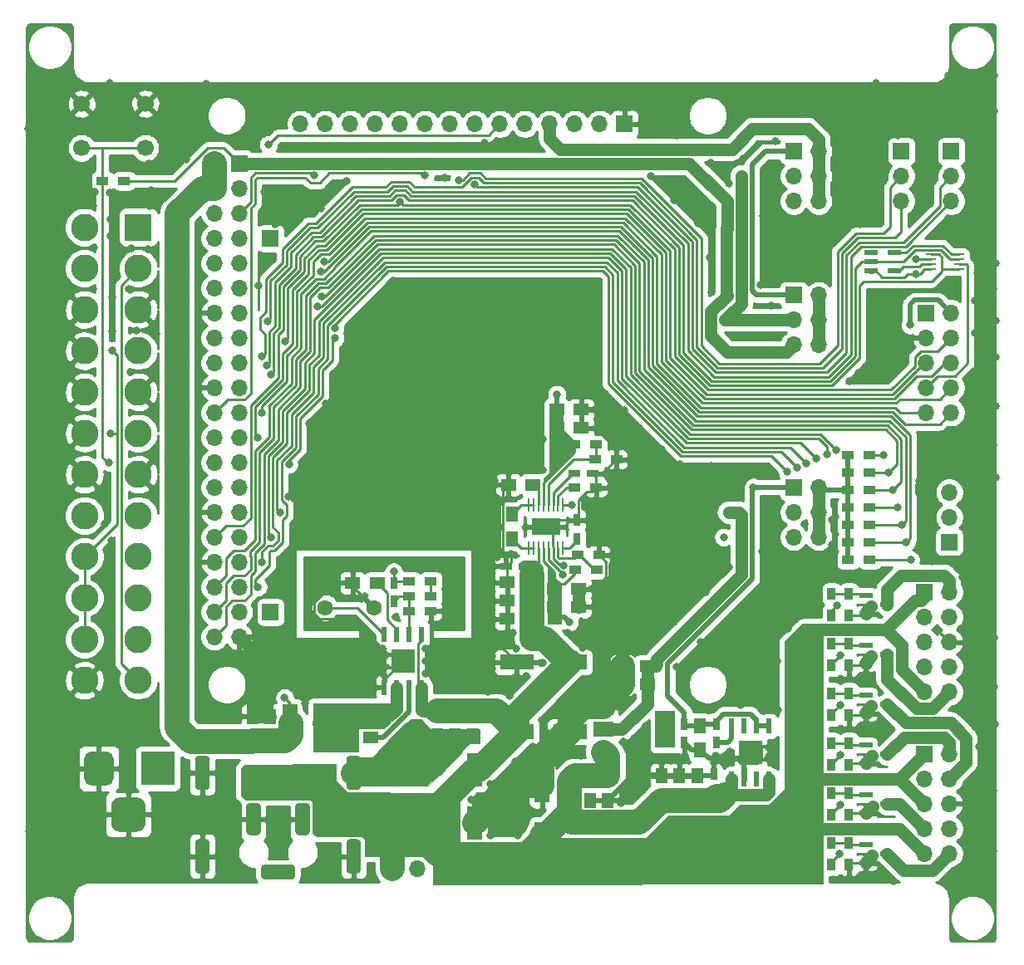
<source format=gtl>
%TF.GenerationSoftware,KiCad,Pcbnew,(5.1.6-0-10_14)*%
%TF.CreationDate,2020-09-19T09:16:02+09:00*%
%TF.ProjectId,qPCR-main,71504352-2d6d-4616-996e-2e6b69636164,rev?*%
%TF.SameCoordinates,Original*%
%TF.FileFunction,Copper,L1,Top*%
%TF.FilePolarity,Positive*%
%FSLAX46Y46*%
G04 Gerber Fmt 4.6, Leading zero omitted, Abs format (unit mm)*
G04 Created by KiCad (PCBNEW (5.1.6-0-10_14)) date 2020-09-19 09:16:02*
%MOMM*%
%LPD*%
G01*
G04 APERTURE LIST*
%TA.AperFunction,NonConductor*%
%ADD10C,0.100000*%
%TD*%
%TA.AperFunction,ComponentPad*%
%ADD11O,1.700000X1.700000*%
%TD*%
%TA.AperFunction,ComponentPad*%
%ADD12R,1.700000X1.700000*%
%TD*%
%TA.AperFunction,SMDPad,CuDef*%
%ADD13R,1.200000X0.900000*%
%TD*%
%TA.AperFunction,SMDPad,CuDef*%
%ADD14R,1.600000X3.500000*%
%TD*%
%TA.AperFunction,SMDPad,CuDef*%
%ADD15R,3.500000X1.600000*%
%TD*%
%TA.AperFunction,SMDPad,CuDef*%
%ADD16R,1.250000X1.500000*%
%TD*%
%TA.AperFunction,SMDPad,CuDef*%
%ADD17R,1.500000X1.250000*%
%TD*%
%TA.AperFunction,SMDPad,CuDef*%
%ADD18R,0.750000X1.200000*%
%TD*%
%TA.AperFunction,SMDPad,CuDef*%
%ADD19R,1.200000X0.750000*%
%TD*%
%TA.AperFunction,ComponentPad*%
%ADD20C,1.600000*%
%TD*%
%TA.AperFunction,ComponentPad*%
%ADD21R,3.500000X3.500000*%
%TD*%
%TA.AperFunction,ComponentPad*%
%ADD22R,2.800000X2.800000*%
%TD*%
%TA.AperFunction,ComponentPad*%
%ADD23C,2.800000*%
%TD*%
%TA.AperFunction,SMDPad,CuDef*%
%ADD24R,1.500000X4.000000*%
%TD*%
%TA.AperFunction,SMDPad,CuDef*%
%ADD25R,1.320800X0.558800*%
%TD*%
%TA.AperFunction,SMDPad,CuDef*%
%ADD26R,0.900000X1.200000*%
%TD*%
%TA.AperFunction,SMDPad,CuDef*%
%ADD27R,0.600000X1.550000*%
%TD*%
%TA.AperFunction,SMDPad,CuDef*%
%ADD28R,1.175000X1.175000*%
%TD*%
%TA.AperFunction,SMDPad,CuDef*%
%ADD29R,0.279400X1.333500*%
%TD*%
%TA.AperFunction,SMDPad,CuDef*%
%ADD30R,2.946400X1.752600*%
%TD*%
%TA.AperFunction,SMDPad,CuDef*%
%ADD31R,2.000000X3.800000*%
%TD*%
%TA.AperFunction,SMDPad,CuDef*%
%ADD32R,2.000000X1.500000*%
%TD*%
%TA.AperFunction,SMDPad,CuDef*%
%ADD33R,1.473200X0.558800*%
%TD*%
%TA.AperFunction,SMDPad,CuDef*%
%ADD34R,1.120000X0.270000*%
%TD*%
%TA.AperFunction,ComponentPad*%
%ADD35C,1.700000*%
%TD*%
%TA.AperFunction,ViaPad*%
%ADD36C,0.800000*%
%TD*%
%TA.AperFunction,Conductor*%
%ADD37C,1.270000*%
%TD*%
%TA.AperFunction,Conductor*%
%ADD38C,0.250000*%
%TD*%
%TA.AperFunction,Conductor*%
%ADD39C,2.540000*%
%TD*%
%TA.AperFunction,Conductor*%
%ADD40C,0.508000*%
%TD*%
%TA.AperFunction,Conductor*%
%ADD41C,0.254000*%
%TD*%
G04 APERTURE END LIST*
D10*
G36*
X136804400Y-125501400D02*
G01*
X99771200Y-125552200D01*
X99237800Y-123215400D01*
X106553000Y-122478800D01*
X108661200Y-120802400D01*
X118770400Y-120802400D01*
X121005600Y-118541800D01*
X127203200Y-118541800D01*
X128320800Y-117424200D01*
X131318000Y-117424200D01*
X132867400Y-115874800D01*
X132867400Y-100838000D01*
X134696200Y-99009200D01*
X136779000Y-99009200D01*
X136804400Y-125501400D01*
G37*
X136804400Y-125501400D02*
X99771200Y-125552200D01*
X99237800Y-123215400D01*
X106553000Y-122478800D01*
X108661200Y-120802400D01*
X118770400Y-120802400D01*
X121005600Y-118541800D01*
X127203200Y-118541800D01*
X128320800Y-117424200D01*
X131318000Y-117424200D01*
X132867400Y-115874800D01*
X132867400Y-100838000D01*
X134696200Y-99009200D01*
X136779000Y-99009200D01*
X136804400Y-125501400D01*
G36*
X83337400Y-116586000D02*
G01*
X84785200Y-116916200D01*
X77927200Y-116916200D01*
X77546200Y-116535200D01*
X77546200Y-113665000D01*
X77876400Y-113334800D01*
X82880200Y-113334800D01*
X83337400Y-116586000D01*
G37*
X83337400Y-116586000D02*
X84785200Y-116916200D01*
X77927200Y-116916200D01*
X77546200Y-116535200D01*
X77546200Y-113665000D01*
X77876400Y-113334800D01*
X82880200Y-113334800D01*
X83337400Y-116586000D01*
G36*
X87198200Y-115341400D02*
G01*
X88214200Y-116357400D01*
X92405200Y-116205000D01*
X97434400Y-116205000D01*
X99771200Y-116814600D01*
X99771200Y-125577600D01*
X97078800Y-125577600D01*
X97078800Y-123317000D01*
X96443800Y-122682000D01*
X90093800Y-122682000D01*
X90093800Y-120954800D01*
X89789000Y-120650000D01*
X85217000Y-120650000D01*
X84836000Y-120269000D01*
X84836000Y-117170200D01*
X84556600Y-116890800D01*
X83210400Y-116890800D01*
X82804000Y-116484400D01*
X82804000Y-113309400D01*
X87198200Y-113309400D01*
X87198200Y-115341400D01*
G37*
X87198200Y-115341400D02*
X88214200Y-116357400D01*
X92405200Y-116205000D01*
X97434400Y-116205000D01*
X99771200Y-116814600D01*
X99771200Y-125577600D01*
X97078800Y-125577600D01*
X97078800Y-123317000D01*
X96443800Y-122682000D01*
X90093800Y-122682000D01*
X90093800Y-120954800D01*
X89789000Y-120650000D01*
X85217000Y-120650000D01*
X84836000Y-120269000D01*
X84836000Y-117170200D01*
X84556600Y-116890800D01*
X83210400Y-116890800D01*
X82804000Y-116484400D01*
X82804000Y-113309400D01*
X87198200Y-113309400D01*
X87198200Y-115341400D01*
G36*
X110286800Y-79171800D02*
G01*
X111429800Y-80314800D01*
X111429800Y-81457800D01*
X109474000Y-83388200D01*
X108966000Y-83693000D01*
X108966000Y-76530200D01*
X110286800Y-76530200D01*
X110286800Y-79171800D01*
G37*
X110286800Y-79171800D02*
X111429800Y-80314800D01*
X111429800Y-81457800D01*
X109474000Y-83388200D01*
X108966000Y-83693000D01*
X108966000Y-76530200D01*
X110286800Y-76530200D01*
X110286800Y-79171800D01*
G36*
X109397800Y-83540600D02*
G01*
X108305600Y-84632800D01*
X108305600Y-84150200D01*
X109397800Y-83058000D01*
X109397800Y-83540600D01*
G37*
X109397800Y-83540600D02*
X108305600Y-84632800D01*
X108305600Y-84150200D01*
X109397800Y-83058000D01*
X109397800Y-83540600D01*
G36*
X109423200Y-93776800D02*
G01*
X109423200Y-94284800D01*
X110109000Y-94843600D01*
X110109000Y-99009200D01*
X108737400Y-99009200D01*
X108737400Y-93091000D01*
X109423200Y-93776800D01*
G37*
X109423200Y-93776800D02*
X109423200Y-94284800D01*
X110109000Y-94843600D01*
X110109000Y-99009200D01*
X108737400Y-99009200D01*
X108737400Y-93091000D01*
X109423200Y-93776800D01*
G36*
X96774000Y-109702600D02*
G01*
X101777800Y-109702600D01*
X101777800Y-111201200D01*
X100812600Y-111201200D01*
X96596200Y-115519200D01*
X89585800Y-115519200D01*
X89611200Y-112598200D01*
X90855800Y-112598200D01*
X94792800Y-108737400D01*
X95910400Y-108737400D01*
X96774000Y-109702600D01*
G37*
X96774000Y-109702600D02*
X101777800Y-109702600D01*
X101777800Y-111201200D01*
X100812600Y-111201200D01*
X96596200Y-115519200D01*
X89585800Y-115519200D01*
X89611200Y-112598200D01*
X90855800Y-112598200D01*
X94792800Y-108737400D01*
X95910400Y-108737400D01*
X96774000Y-109702600D01*
G36*
X93853000Y-108000800D02*
G01*
X92075000Y-109651800D01*
X89433400Y-109651800D01*
X89433400Y-112039400D01*
X84886800Y-112039400D01*
X84886800Y-107111800D01*
X92735400Y-107111800D01*
X93853000Y-108000800D01*
G37*
X93853000Y-108000800D02*
X92075000Y-109651800D01*
X89433400Y-109651800D01*
X89433400Y-112039400D01*
X84886800Y-112039400D01*
X84886800Y-107111800D01*
X92735400Y-107111800D01*
X93853000Y-108000800D01*
D11*
%TO.P,J1,6*%
%TO.N,GND*%
X74783241Y-57135321D03*
%TO.P,J1,3*%
%TO.N,I2C_SDA*%
X77323241Y-54595321D03*
%TO.P,J1,15*%
%TO.N,LED_LAT*%
X77323241Y-69835321D03*
%TO.P,J1,16*%
%TO.N,PD_MUX_GPIO2?*%
X74783241Y-69835321D03*
%TO.P,J1,4*%
%TO.N,5V*%
X74783241Y-54595321D03*
%TO.P,J1,5*%
%TO.N,I2C_SCL*%
X77323241Y-57135321D03*
%TO.P,J1,2*%
%TO.N,5V*%
X74783241Y-52055321D03*
D12*
%TO.P,J1,1*%
%TO.N,/3V3_RASP*%
X77323241Y-52055321D03*
D11*
%TO.P,J1,23*%
%TO.N,SPI_SCLK*%
X77323241Y-79995321D03*
%TO.P,J1,24*%
%TO.N,ADC_DRDY*%
X74783241Y-79995321D03*
%TO.P,J1,11*%
%TO.N,/WELL_HEATER2*%
X77323241Y-64755321D03*
%TO.P,J1,12*%
%TO.N,PD_MUX_GPIO3?*%
X74783241Y-64755321D03*
%TO.P,J1,27*%
%TO.N,Net-(J1-Pad27)*%
X77323241Y-85075321D03*
%TO.P,J1,28*%
%TO.N,Net-(J1-Pad28)*%
X74783241Y-85075321D03*
%TO.P,J1,13*%
%TO.N,/LID_HEATER1*%
X77323241Y-67295321D03*
%TO.P,J1,14*%
%TO.N,GND*%
X74783241Y-67295321D03*
%TO.P,J1,9*%
X77323241Y-62215321D03*
%TO.P,J1,10*%
%TO.N,PD_MUX_GPIO4*%
X74783241Y-62215321D03*
%TO.P,J1,19*%
%TO.N,SPI_MOSI*%
X77323241Y-74915321D03*
%TO.P,J1,20*%
%TO.N,GND*%
X74783241Y-74915321D03*
%TO.P,J1,37*%
%TO.N,GPIO25*%
X77323241Y-97775321D03*
%TO.P,J1,38*%
%TO.N,THERM_LID1*%
X74783241Y-97775321D03*
%TO.P,J1,33*%
%TO.N,/WELL_HEATER1*%
X77323241Y-92695321D03*
%TO.P,J1,34*%
%TO.N,GND*%
X74783241Y-92695321D03*
%TO.P,J1,35*%
%TO.N,/LID_HEATER2*%
X77323241Y-95235321D03*
%TO.P,J1,36*%
%TO.N,THERM_AIR*%
X74783241Y-95235321D03*
%TO.P,J1,17*%
%TO.N,Net-(J1-Pad17)*%
X77323241Y-72375321D03*
%TO.P,J1,18*%
%TO.N,SPI_SWITCH*%
X74783241Y-72375321D03*
%TO.P,J1,31*%
%TO.N,/FAN2*%
X77323241Y-90155321D03*
%TO.P,J1,32*%
%TO.N,PD_REF_PWM*%
X74783241Y-90155321D03*
%TO.P,J1,7*%
%TO.N,GPIO7*%
X77323241Y-59675321D03*
%TO.P,J1,8*%
%TO.N,PD_MUX_GPIO5*%
X74783241Y-59675321D03*
%TO.P,J1,29*%
%TO.N,/FAN1*%
X77323241Y-87615321D03*
%TO.P,J1,30*%
%TO.N,GND*%
X74783241Y-87615321D03*
%TO.P,J1,21*%
%TO.N,SPI_MISO*%
X77323241Y-77455321D03*
%TO.P,J1,22*%
%TO.N,PD_MUX_GPIO1*%
X74783241Y-77455321D03*
%TO.P,J1,25*%
%TO.N,GND*%
X77323241Y-82535321D03*
%TO.P,J1,26*%
%TO.N,Net-(J1-Pad26)*%
X74783241Y-82535321D03*
%TO.P,J1,39*%
%TO.N,GND*%
X77323241Y-100315321D03*
%TO.P,J1,40*%
%TO.N,THERM_LID2*%
X74783241Y-100315321D03*
%TD*%
D13*
%TO.P,R16,1*%
%TO.N,THERM_LID1*%
X141562000Y-88900000D03*
%TO.P,R16,2*%
%TO.N,/VCC_THERM*%
X139362000Y-88900000D03*
%TD*%
D12*
%TO.P,BODY1,1*%
%TO.N,12V*%
X147116800Y-112242600D03*
D11*
%TO.P,BODY1,2*%
%TO.N,BODY_HEATER1B*%
X149656800Y-112242600D03*
%TO.P,BODY1,3*%
%TO.N,THERM_WELL*%
X147116800Y-114782600D03*
%TO.P,BODY1,4*%
%TO.N,FAN_BLACK_GND1*%
X149656800Y-114782600D03*
%TO.P,BODY1,5*%
%TO.N,12V*%
X147116800Y-117322600D03*
%TO.P,BODY1,6*%
%TO.N,GND*%
X149656800Y-117322600D03*
%TO.P,BODY1,7*%
%TO.N,FAN_BLACK_GND2*%
X147116800Y-119862600D03*
%TO.P,BODY1,8*%
%TO.N,THERM_EXT3*%
X149656800Y-119862600D03*
%TO.P,BODY1,9*%
%TO.N,12V*%
X147116800Y-122402600D03*
%TO.P,BODY1,10*%
%TO.N,BODY_HEATER2B*%
X149656800Y-122402600D03*
%TD*%
D14*
%TO.P,C1,1*%
%TO.N,12V*%
X101269800Y-113886000D03*
%TO.P,C1,2*%
%TO.N,GND*%
X101269800Y-119286000D03*
%TD*%
D15*
%TO.P,C2,1*%
%TO.N,12V*%
X111005600Y-102895400D03*
%TO.P,C2,2*%
%TO.N,GND*%
X105605600Y-102895400D03*
%TD*%
D16*
%TO.P,C3,1*%
%TO.N,12V*%
X120319800Y-116972400D03*
%TO.P,C3,2*%
%TO.N,GND*%
X120319800Y-114472400D03*
%TD*%
D15*
%TO.P,C4,1*%
%TO.N,12V*%
X105605600Y-109982000D03*
%TO.P,C4,2*%
%TO.N,GND*%
X111005600Y-109982000D03*
%TD*%
D17*
%TO.P,C5,1*%
%TO.N,12V*%
X107122600Y-98501200D03*
%TO.P,C5,2*%
%TO.N,GND*%
X104622600Y-98501200D03*
%TD*%
D16*
%TO.P,C6,1*%
%TO.N,12V*%
X122174000Y-116972400D03*
%TO.P,C6,2*%
%TO.N,GND*%
X122174000Y-114472400D03*
%TD*%
%TO.P,C7,1*%
%TO.N,12V*%
X101142800Y-107888400D03*
%TO.P,C7,2*%
%TO.N,GND*%
X101142800Y-110388400D03*
%TD*%
D17*
%TO.P,C8,1*%
%TO.N,12V*%
X107122600Y-96621600D03*
%TO.P,C8,2*%
%TO.N,GND*%
X104622600Y-96621600D03*
%TD*%
D16*
%TO.P,C9,1*%
%TO.N,12V*%
X124028200Y-116972400D03*
%TO.P,C9,2*%
%TO.N,GND*%
X124028200Y-114472400D03*
%TD*%
%TO.P,C10,1*%
%TO.N,12V*%
X99288600Y-107893800D03*
%TO.P,C10,2*%
%TO.N,GND*%
X99288600Y-110393800D03*
%TD*%
D17*
%TO.P,C11,1*%
%TO.N,12V*%
X107122600Y-94742000D03*
%TO.P,C11,2*%
%TO.N,GND*%
X104622600Y-94742000D03*
%TD*%
D18*
%TO.P,C12,1*%
%TO.N,12V*%
X125653800Y-116215200D03*
%TO.P,C12,2*%
%TO.N,GND*%
X125653800Y-114315200D03*
%TD*%
D16*
%TO.P,C13,1*%
%TO.N,12V*%
X97459800Y-107893800D03*
%TO.P,C13,2*%
%TO.N,GND*%
X97459800Y-110393800D03*
%TD*%
D19*
%TO.P,C14,1*%
%TO.N,12V*%
X106385400Y-93091000D03*
%TO.P,C14,2*%
%TO.N,GND*%
X104485400Y-93091000D03*
%TD*%
D18*
%TO.P,C15,1*%
%TO.N,12V*%
X95859600Y-107736600D03*
%TO.P,C15,2*%
%TO.N,GND*%
X95859600Y-109636600D03*
%TD*%
D14*
%TO.P,C16,1*%
%TO.N,12V*%
X94361000Y-119286000D03*
%TO.P,C16,2*%
%TO.N,GND*%
X94361000Y-113886000D03*
%TD*%
D20*
%TO.P,C17,1*%
%TO.N,Net-(C17-Pad1)*%
X86055200Y-97332800D03*
%TO.P,C17,2*%
%TO.N,GND*%
X91055200Y-97332800D03*
%TD*%
D19*
%TO.P,C18,1*%
%TO.N,Net-(C18-Pad1)*%
X111470400Y-83667600D03*
%TO.P,C18,2*%
%TO.N,GND*%
X113370400Y-83667600D03*
%TD*%
D18*
%TO.P,C19,1*%
%TO.N,3V3_SENSE*%
X125907800Y-109209800D03*
%TO.P,C19,2*%
%TO.N,Net-(C19-Pad2)*%
X125907800Y-111109800D03*
%TD*%
D17*
%TO.P,C20,1*%
%TO.N,Net-(C20-Pad1)*%
X91369520Y-94815660D03*
%TO.P,C20,2*%
%TO.N,GND*%
X88869520Y-94815660D03*
%TD*%
%TO.P,C21,1*%
%TO.N,Net-(C21-Pad1)*%
X107244200Y-84810600D03*
%TO.P,C21,2*%
%TO.N,GND*%
X104744200Y-84810600D03*
%TD*%
D16*
%TO.P,C22,1*%
%TO.N,3V3_SENSE*%
X124282200Y-109367000D03*
%TO.P,C22,2*%
%TO.N,GND*%
X124282200Y-111867000D03*
%TD*%
D18*
%TO.P,C23,1*%
%TO.N,3V3_SENSE*%
X122682000Y-109209800D03*
%TO.P,C23,2*%
%TO.N,GND*%
X122682000Y-111109800D03*
%TD*%
D16*
%TO.P,C24,1*%
%TO.N,Net-(C24-Pad1)*%
X105105200Y-90327800D03*
%TO.P,C24,2*%
%TO.N,/SheetPower/C-*%
X105105200Y-87827800D03*
%TD*%
D17*
%TO.P,C25,1*%
%TO.N,/SheetPower/BD_BOOT*%
X90683400Y-110591600D03*
%TO.P,C25,2*%
%TO.N,/SheetPower/BD_SW*%
X88183400Y-110591600D03*
%TD*%
D18*
%TO.P,C26,1*%
%TO.N,Net-(C26-Pad1)*%
X111709200Y-90307200D03*
%TO.P,C26,2*%
%TO.N,GND*%
X111709200Y-88407200D03*
%TD*%
D14*
%TO.P,C27,1*%
%TO.N,12V*%
X108204000Y-120911600D03*
%TO.P,C27,2*%
%TO.N,GND*%
X108204000Y-115511600D03*
%TD*%
D16*
%TO.P,C28,1*%
%TO.N,12V*%
X113055400Y-114472400D03*
%TO.P,C28,2*%
%TO.N,GND*%
X113055400Y-116972400D03*
%TD*%
%TO.P,C29,1*%
%TO.N,12V*%
X114884200Y-114472400D03*
%TO.P,C29,2*%
%TO.N,GND*%
X114884200Y-116972400D03*
%TD*%
D18*
%TO.P,C30,1*%
%TO.N,5V*%
X93078300Y-94785100D03*
%TO.P,C30,2*%
%TO.N,/SheetPower/BD_FB*%
X93078300Y-96685100D03*
%TD*%
D17*
%TO.P,C31,1*%
%TO.N,+10V*%
X109417800Y-95427800D03*
%TO.P,C31,2*%
%TO.N,GND*%
X111917800Y-95427800D03*
%TD*%
%TO.P,C32,1*%
%TO.N,+10V*%
X109417800Y-97256600D03*
%TO.P,C32,2*%
%TO.N,GND*%
X111917800Y-97256600D03*
%TD*%
D16*
%TO.P,C33,1*%
%TO.N,5V*%
X80520540Y-110927200D03*
%TO.P,C33,2*%
%TO.N,GND*%
X80520540Y-108427200D03*
%TD*%
D17*
%TO.P,C34,1*%
%TO.N,3V3_REG*%
X118902800Y-105130600D03*
%TO.P,C34,2*%
%TO.N,GND*%
X116402800Y-105130600D03*
%TD*%
D16*
%TO.P,C35,1*%
%TO.N,5V*%
X78694280Y-110927200D03*
%TO.P,C35,2*%
%TO.N,GND*%
X78694280Y-108427200D03*
%TD*%
D17*
%TO.P,C36,1*%
%TO.N,-10V*%
X109677200Y-79019400D03*
%TO.P,C36,2*%
%TO.N,GND*%
X112177200Y-79019400D03*
%TD*%
%TO.P,C37,1*%
%TO.N,3V3_REG*%
X118877400Y-103276400D03*
%TO.P,C37,2*%
%TO.N,GND*%
X116377400Y-103276400D03*
%TD*%
%TO.P,C38,1*%
%TO.N,-10V*%
X109671800Y-77165200D03*
%TO.P,C38,2*%
%TO.N,GND*%
X112171800Y-77165200D03*
%TD*%
D12*
%TO.P,J2,1*%
%TO.N,THERM_EXT1*%
X149656800Y-90652600D03*
D11*
%TO.P,J2,2*%
%TO.N,THERM_EXT2*%
X149656800Y-88112600D03*
%TO.P,J2,3*%
%TO.N,THERM_EXT3*%
X149656800Y-85572600D03*
%TD*%
D12*
%TO.P,GPIO7,1*%
%TO.N,GPIO7*%
X80518000Y-59690000D03*
%TD*%
%TO.P,GPIO25,1*%
%TO.N,GPIO25*%
X80518000Y-97790000D03*
%TD*%
%TO.P,J5,1*%
%TO.N,3V3_SENSE*%
X133807200Y-85064600D03*
D11*
%TO.P,J5,2*%
%TO.N,/VCC_THERM*%
X136347200Y-85064600D03*
%TO.P,J5,3*%
%TO.N,3V3_REG*%
X133807200Y-87604600D03*
%TO.P,J5,4*%
%TO.N,/VCC_THERM*%
X136347200Y-87604600D03*
%TO.P,J5,5*%
%TO.N,/3V3_RASP*%
X133807200Y-90144600D03*
%TO.P,J5,6*%
%TO.N,/VCC_THERM*%
X136347200Y-90144600D03*
%TD*%
D12*
%TO.P,J6,1*%
%TO.N,3V3_SENSE*%
X133807200Y-65455800D03*
D11*
%TO.P,J6,2*%
%TO.N,/VCC_LOGIC_LED*%
X136347200Y-65455800D03*
%TO.P,J6,3*%
%TO.N,3V3_REG*%
X133807200Y-67995800D03*
%TO.P,J6,4*%
%TO.N,/VCC_LOGIC_LED*%
X136347200Y-67995800D03*
%TO.P,J6,5*%
%TO.N,/3V3_RASP*%
X133807200Y-70535800D03*
%TO.P,J6,6*%
%TO.N,/VCC_LOGIC_LED*%
X136347200Y-70535800D03*
%TD*%
D12*
%TO.P,J7,1*%
%TO.N,3V3_SENSE*%
X133807200Y-50800000D03*
D11*
%TO.P,J7,2*%
%TO.N,/VCC_LOGIC_PHOTO*%
X136347200Y-50800000D03*
%TO.P,J7,3*%
%TO.N,3V3_REG*%
X133807200Y-53340000D03*
%TO.P,J7,4*%
%TO.N,/VCC_LOGIC_PHOTO*%
X136347200Y-53340000D03*
%TO.P,J7,5*%
%TO.N,/3V3_RASP*%
X133807200Y-55880000D03*
%TO.P,J7,6*%
%TO.N,/VCC_LOGIC_PHOTO*%
X136347200Y-55880000D03*
%TD*%
%TO.P,J8,3*%
%TO.N,GND*%
%TA.AperFunction,ComponentPad*%
G36*
G01*
X64287200Y-119316200D02*
X64287200Y-117566200D01*
G75*
G02*
X65162200Y-116691200I875000J0D01*
G01*
X66912200Y-116691200D01*
G75*
G02*
X67787200Y-117566200I0J-875000D01*
G01*
X67787200Y-119316200D01*
G75*
G02*
X66912200Y-120191200I-875000J0D01*
G01*
X65162200Y-120191200D01*
G75*
G02*
X64287200Y-119316200I0J875000D01*
G01*
G37*
%TD.AperFunction*%
%TO.P,J8,2*%
%TA.AperFunction,ComponentPad*%
G36*
G01*
X61537200Y-114741200D02*
X61537200Y-112741200D01*
G75*
G02*
X62287200Y-111991200I750000J0D01*
G01*
X63787200Y-111991200D01*
G75*
G02*
X64537200Y-112741200I0J-750000D01*
G01*
X64537200Y-114741200D01*
G75*
G02*
X63787200Y-115491200I-750000J0D01*
G01*
X62287200Y-115491200D01*
G75*
G02*
X61537200Y-114741200I0J750000D01*
G01*
G37*
%TD.AperFunction*%
D21*
%TO.P,J8,1*%
%TO.N,12V*%
X69037200Y-113741200D03*
%TD*%
D22*
%TO.P,J9,1*%
%TO.N,Net-(J9-Pad1)*%
X67056000Y-58547000D03*
D23*
%TO.P,J9,2*%
X67056000Y-62747000D03*
%TO.P,J9,3*%
%TO.N,GND*%
X67056000Y-66947000D03*
%TO.P,J9,4*%
%TO.N,Net-(J9-Pad21)*%
X67056000Y-71147000D03*
%TO.P,J9,5*%
%TO.N,GND*%
X67056000Y-75347000D03*
%TO.P,J9,6*%
%TO.N,Net-(J9-Pad21)*%
X67056000Y-79547000D03*
%TO.P,J9,7*%
%TO.N,GND*%
X67056000Y-83747000D03*
%TO.P,J9,8*%
%TO.N,Net-(J9-Pad8)*%
X67056000Y-87947000D03*
%TO.P,J9,9*%
%TO.N,Net-(J9-Pad9)*%
X67056000Y-92147000D03*
%TO.P,J9,10*%
%TO.N,12V*%
X67056000Y-96347000D03*
%TO.P,J9,11*%
X67056000Y-100547000D03*
%TO.P,J9,12*%
%TO.N,Net-(J9-Pad1)*%
X67056000Y-104747000D03*
%TO.P,J9,13*%
X61556000Y-58547000D03*
%TO.P,J9,14*%
%TO.N,Net-(J9-Pad14)*%
X61556000Y-62747000D03*
%TO.P,J9,15*%
%TO.N,GND*%
X61556000Y-66947000D03*
%TO.P,J9,16*%
X61556000Y-71147000D03*
%TO.P,J9,17*%
X61556000Y-75347000D03*
%TO.P,J9,18*%
X61556000Y-79547000D03*
%TO.P,J9,19*%
X61556000Y-83747000D03*
%TO.P,J9,20*%
%TO.N,Net-(J9-Pad20)*%
X61556000Y-87947000D03*
%TO.P,J9,21*%
%TO.N,Net-(J9-Pad21)*%
X61556000Y-92147000D03*
%TO.P,J9,22*%
X61556000Y-96347000D03*
%TO.P,J9,23*%
X61556000Y-100547000D03*
%TO.P,J9,24*%
%TO.N,GND*%
X61556000Y-104747000D03*
%TD*%
D12*
%TO.P,J10,1*%
%TO.N,PD_MUX_SPI_MOSI*%
X144780000Y-50800000D03*
D11*
%TO.P,J10,2*%
%TO.N,PD_MUX_GPIO2*%
X144780000Y-53340000D03*
%TO.P,J10,3*%
%TO.N,PD_MUX_GPIO2?*%
X144780000Y-55880000D03*
%TD*%
D12*
%TO.P,J11,1*%
%TO.N,SPI_SCLK*%
X149860000Y-50800000D03*
D11*
%TO.P,J11,2*%
%TO.N,PD_MUX_GPIO3*%
X149860000Y-53340000D03*
%TO.P,J11,3*%
%TO.N,PD_MUX_GPIO3?*%
X149860000Y-55880000D03*
%TD*%
D12*
%TO.P,J_12V1,1*%
%TO.N,12V*%
X92964000Y-123952000D03*
D11*
%TO.P,J_12V1,2*%
%TO.N,GND*%
X95504000Y-123952000D03*
%TD*%
D24*
%TO.P,L1,1*%
%TO.N,/SheetPower/BD_SW*%
X86102600Y-109143800D03*
%TO.P,L1,2*%
%TO.N,5V*%
X82502600Y-109143800D03*
%TD*%
D12*
%TO.P,LED,1*%
%TO.N,5V*%
X147320000Y-67284600D03*
D11*
%TO.P,LED,2*%
%TO.N,/VCC_LOGIC_LED*%
X149860000Y-67284600D03*
%TO.P,LED,3*%
%TO.N,GND*%
X147320000Y-69824600D03*
%TO.P,LED,4*%
%TO.N,PD_REF_PWM*%
X149860000Y-69824600D03*
%TO.P,LED,5*%
%TO.N,LED_LAT*%
X147320000Y-72364600D03*
%TO.P,LED,6*%
%TO.N,SPI_SCLK*%
X149860000Y-72364600D03*
%TO.P,LED,7*%
%TO.N,LED_SPI_MOSI*%
X147320000Y-74904600D03*
%TO.P,LED,8*%
%TO.N,SPI_MISO*%
X149860000Y-74904600D03*
%TO.P,LED,9*%
%TO.N,I2C_SCL*%
X147320000Y-77444600D03*
%TO.P,LED,10*%
%TO.N,I2C_SDA*%
X149860000Y-77444600D03*
%TD*%
D12*
%TO.P,LID,1*%
%TO.N,12V*%
X147116800Y-95758000D03*
D11*
%TO.P,LID,2*%
%TO.N,LID_HEATER1B*%
X149656800Y-95758000D03*
%TO.P,LID,3*%
%TO.N,THERM_AIR*%
X147116800Y-98298000D03*
%TO.P,LID,4*%
%TO.N,THERM_EXT1*%
X149656800Y-98298000D03*
%TO.P,LID,5*%
%TO.N,THERM_LID1*%
X147116800Y-100838000D03*
%TO.P,LID,6*%
%TO.N,GND*%
X149656800Y-100838000D03*
%TO.P,LID,7*%
%TO.N,THERM_LID2*%
X147116800Y-103378000D03*
%TO.P,LID,8*%
%TO.N,THERM_EXT2*%
X149656800Y-103378000D03*
%TO.P,LID,9*%
%TO.N,12V*%
X147116800Y-105918000D03*
%TO.P,LID,10*%
%TO.N,LID_HEATER2B*%
X149656800Y-105918000D03*
%TD*%
D12*
%TO.P,PHOTOSENSING,1*%
%TO.N,GND*%
X116586000Y-48006000D03*
D11*
%TO.P,PHOTOSENSING,2*%
%TO.N,+10V*%
X114046000Y-48006000D03*
%TO.P,PHOTOSENSING,3*%
%TO.N,-10V*%
X111506000Y-48006000D03*
%TO.P,PHOTOSENSING,4*%
%TO.N,/VCC_LOGIC_PHOTO*%
X108966000Y-48006000D03*
%TO.P,PHOTOSENSING,5*%
%TO.N,PD_MUX_GPIO5*%
X106426000Y-48006000D03*
%TO.P,PHOTOSENSING,6*%
%TO.N,PD_MUX_GPIO4*%
X103886000Y-48006000D03*
%TO.P,PHOTOSENSING,7*%
%TO.N,PD_MUX_GPIO3*%
X101346000Y-48006000D03*
%TO.P,PHOTOSENSING,8*%
%TO.N,PD_MUX_GPIO2*%
X98806000Y-48006000D03*
%TO.P,PHOTOSENSING,9*%
%TO.N,PD_MUX_GPIO1*%
X96266000Y-48006000D03*
%TO.P,PHOTOSENSING,10*%
%TO.N,PD_REF_PWM*%
X93726000Y-48006000D03*
%TO.P,PHOTOSENSING,11*%
%TO.N,ADC_DRDY*%
X91186000Y-48006000D03*
%TO.P,PHOTOSENSING,12*%
%TO.N,I2C_SCL*%
X88646000Y-48006000D03*
%TO.P,PHOTOSENSING,13*%
%TO.N,I2C_SDA*%
X86106000Y-48006000D03*
%TO.P,PHOTOSENSING,14*%
%TO.N,THERM_WELL*%
X83566000Y-48006000D03*
%TD*%
D25*
%TO.P,Q1,1*%
%TO.N,Net-(Q1-Pad1)*%
X141147800Y-96088200D03*
%TO.P,Q1,2*%
%TO.N,GND*%
X141147800Y-97967800D03*
%TO.P,Q1,3*%
%TO.N,LID_HEATER1B*%
X143332200Y-97028000D03*
%TD*%
%TO.P,Q2,1*%
%TO.N,Net-(Q2-Pad1)*%
X141147800Y-101168200D03*
%TO.P,Q2,2*%
%TO.N,GND*%
X141147800Y-103047800D03*
%TO.P,Q2,3*%
%TO.N,LID_HEATER2B*%
X143332200Y-102108000D03*
%TD*%
%TO.P,Q3,1*%
%TO.N,Net-(Q3-Pad1)*%
X141147800Y-106248200D03*
%TO.P,Q3,2*%
%TO.N,GND*%
X141147800Y-108127800D03*
%TO.P,Q3,3*%
%TO.N,FAN_BLACK_GND1*%
X143332200Y-107188000D03*
%TD*%
%TO.P,Q4,1*%
%TO.N,Net-(Q4-Pad1)*%
X141147800Y-111328200D03*
%TO.P,Q4,2*%
%TO.N,GND*%
X141147800Y-113207800D03*
%TO.P,Q4,3*%
%TO.N,BODY_HEATER1B*%
X143332200Y-112268000D03*
%TD*%
%TO.P,Q5,1*%
%TO.N,Net-(Q5-Pad1)*%
X141147800Y-121488200D03*
%TO.P,Q5,2*%
%TO.N,GND*%
X141147800Y-123367800D03*
%TO.P,Q5,3*%
%TO.N,BODY_HEATER2B*%
X143332200Y-122428000D03*
%TD*%
%TO.P,Q6,1*%
%TO.N,Net-(Q6-Pad1)*%
X141147800Y-116408200D03*
%TO.P,Q6,2*%
%TO.N,GND*%
X141147800Y-118287800D03*
%TO.P,Q6,3*%
%TO.N,FAN_BLACK_GND2*%
X143332200Y-117348000D03*
%TD*%
D26*
%TO.P,R1,1*%
%TO.N,Net-(Q1-Pad1)*%
X137668000Y-95928000D03*
%TO.P,R1,2*%
%TO.N,/LID_HEATER1*%
X137668000Y-98128000D03*
%TD*%
%TO.P,R2,1*%
%TO.N,Net-(Q2-Pad1)*%
X137668000Y-101008000D03*
%TO.P,R2,2*%
%TO.N,/LID_HEATER2*%
X137668000Y-103208000D03*
%TD*%
%TO.P,R3,1*%
%TO.N,Net-(Q3-Pad1)*%
X137668000Y-106088000D03*
%TO.P,R3,2*%
%TO.N,/FAN1*%
X137668000Y-108288000D03*
%TD*%
%TO.P,R4,1*%
%TO.N,GND*%
X139446000Y-98128000D03*
%TO.P,R4,2*%
%TO.N,Net-(Q1-Pad1)*%
X139446000Y-95928000D03*
%TD*%
%TO.P,R5,1*%
%TO.N,GND*%
X139446000Y-103208000D03*
%TO.P,R5,2*%
%TO.N,Net-(Q2-Pad1)*%
X139446000Y-101008000D03*
%TD*%
%TO.P,R6,1*%
%TO.N,GND*%
X139446000Y-108288000D03*
%TO.P,R6,2*%
%TO.N,Net-(Q3-Pad1)*%
X139446000Y-106088000D03*
%TD*%
D13*
%TO.P,R7,1*%
%TO.N,Net-(J1-Pad26)*%
X63416000Y-53825140D03*
%TO.P,R7,2*%
%TO.N,/3V3_RASP*%
X65616000Y-53825140D03*
%TD*%
D26*
%TO.P,R8,1*%
%TO.N,Net-(Q4-Pad1)*%
X137668000Y-111168000D03*
%TO.P,R8,2*%
%TO.N,/WELL_HEATER1*%
X137668000Y-113368000D03*
%TD*%
%TO.P,R9,1*%
%TO.N,Net-(Q5-Pad1)*%
X137668000Y-121328000D03*
%TO.P,R9,2*%
%TO.N,/WELL_HEATER2*%
X137668000Y-123528000D03*
%TD*%
%TO.P,R10,1*%
%TO.N,Net-(Q6-Pad1)*%
X137668000Y-116248000D03*
%TO.P,R10,2*%
%TO.N,/FAN2*%
X137668000Y-118448000D03*
%TD*%
%TO.P,R11,1*%
%TO.N,GND*%
X139446000Y-113368000D03*
%TO.P,R11,2*%
%TO.N,Net-(Q4-Pad1)*%
X139446000Y-111168000D03*
%TD*%
%TO.P,R12,1*%
%TO.N,GND*%
X139446000Y-123528000D03*
%TO.P,R12,2*%
%TO.N,Net-(Q5-Pad1)*%
X139446000Y-121328000D03*
%TD*%
%TO.P,R13,1*%
%TO.N,GND*%
X139446000Y-118448000D03*
%TO.P,R13,2*%
%TO.N,Net-(Q6-Pad1)*%
X139446000Y-116248000D03*
%TD*%
D13*
%TO.P,R14,1*%
%TO.N,THERM_WELL*%
X141562000Y-83566000D03*
%TO.P,R14,2*%
%TO.N,/VCC_THERM*%
X139362000Y-83566000D03*
%TD*%
%TO.P,R15,1*%
%TO.N,THERM_AIR*%
X141562000Y-90678000D03*
%TO.P,R15,2*%
%TO.N,/VCC_THERM*%
X139362000Y-90678000D03*
%TD*%
%TO.P,R17,1*%
%TO.N,THERM_LID2*%
X141562000Y-85344000D03*
%TO.P,R17,2*%
%TO.N,/VCC_THERM*%
X139362000Y-85344000D03*
%TD*%
%TO.P,R18,1*%
%TO.N,THERM_EXT1*%
X141562000Y-92456000D03*
%TO.P,R18,2*%
%TO.N,/VCC_THERM*%
X139362000Y-92456000D03*
%TD*%
%TO.P,R19,1*%
%TO.N,THERM_EXT2*%
X141562000Y-87122000D03*
%TO.P,R19,2*%
%TO.N,/VCC_THERM*%
X139362000Y-87122000D03*
%TD*%
%TO.P,R20,1*%
%TO.N,THERM_EXT3*%
X141562000Y-81788000D03*
%TO.P,R20,2*%
%TO.N,/VCC_THERM*%
X139362000Y-81788000D03*
%TD*%
%TO.P,R22,1*%
%TO.N,+10V*%
X111574400Y-93497400D03*
%TO.P,R22,2*%
%TO.N,/SheetPower/ADJ+*%
X113774400Y-93497400D03*
%TD*%
%TO.P,R23,1*%
%TO.N,/SheetPower/ADJ+*%
X111777600Y-91973400D03*
%TO.P,R23,2*%
%TO.N,GND*%
X113977600Y-91973400D03*
%TD*%
%TO.P,R24,1*%
%TO.N,5V*%
X94655460Y-94640400D03*
%TO.P,R24,2*%
%TO.N,Net-(R24-Pad2)*%
X96855460Y-94640400D03*
%TD*%
%TO.P,R25,1*%
%TO.N,Net-(R24-Pad2)*%
X96855460Y-96164400D03*
%TO.P,R25,2*%
%TO.N,/SheetPower/BD_FB*%
X94655460Y-96164400D03*
%TD*%
%TO.P,R26,1*%
%TO.N,/SheetPower/BD_FB*%
X94655460Y-97688400D03*
%TO.P,R26,2*%
%TO.N,GND*%
X96855460Y-97688400D03*
%TD*%
%TO.P,R27,1*%
%TO.N,-10V*%
X111480600Y-80721200D03*
%TO.P,R27,2*%
%TO.N,/SheetPower/ADJ-*%
X113680600Y-80721200D03*
%TD*%
%TO.P,R28,1*%
%TO.N,/SheetPower/ADJ-*%
X113547800Y-82219800D03*
%TO.P,R28,2*%
%TO.N,GND*%
X115747800Y-82219800D03*
%TD*%
%TO.P,U1,9*%
%TO.N,GND*%
%TA.AperFunction,ComponentPad*%
G36*
G01*
X89730000Y-121309000D02*
X89730000Y-124059000D01*
G75*
G02*
X89355000Y-124434000I-375000J0D01*
G01*
X88605000Y-124434000D01*
G75*
G02*
X88230000Y-124059000I0J375000D01*
G01*
X88230000Y-121309000D01*
G75*
G02*
X88605000Y-120934000I375000J0D01*
G01*
X89355000Y-120934000D01*
G75*
G02*
X89730000Y-121309000I0J-375000D01*
G01*
G37*
%TD.AperFunction*%
%TO.P,U1,7*%
%TA.AperFunction,ComponentPad*%
G36*
G01*
X74330000Y-121309000D02*
X74330000Y-124059000D01*
G75*
G02*
X73955000Y-124434000I-375000J0D01*
G01*
X73205000Y-124434000D01*
G75*
G02*
X72830000Y-124059000I0J375000D01*
G01*
X72830000Y-121309000D01*
G75*
G02*
X73205000Y-120934000I375000J0D01*
G01*
X73955000Y-120934000D01*
G75*
G02*
X74330000Y-121309000I0J-375000D01*
G01*
G37*
%TD.AperFunction*%
%TO.P,U1,8*%
%TA.AperFunction,ComponentPad*%
G36*
G01*
X89730000Y-112809000D02*
X89730000Y-115559000D01*
G75*
G02*
X89355000Y-115934000I-375000J0D01*
G01*
X88605000Y-115934000D01*
G75*
G02*
X88230000Y-115559000I0J375000D01*
G01*
X88230000Y-112809000D01*
G75*
G02*
X88605000Y-112434000I375000J0D01*
G01*
X89355000Y-112434000D01*
G75*
G02*
X89730000Y-112809000I0J-375000D01*
G01*
G37*
%TD.AperFunction*%
%TO.P,U1,6*%
%TA.AperFunction,ComponentPad*%
G36*
G01*
X74330000Y-112809000D02*
X74330000Y-115559000D01*
G75*
G02*
X73955000Y-115934000I-375000J0D01*
G01*
X73205000Y-115934000D01*
G75*
G02*
X72830000Y-115559000I0J375000D01*
G01*
X72830000Y-112809000D01*
G75*
G02*
X73205000Y-112434000I375000J0D01*
G01*
X73955000Y-112434000D01*
G75*
G02*
X74330000Y-112809000I0J-375000D01*
G01*
G37*
%TD.AperFunction*%
%TO.P,U1,5*%
%TO.N,Net-(U1-Pad5)*%
%TA.AperFunction,ComponentPad*%
G36*
G01*
X82655000Y-125034000D02*
X79905000Y-125034000D01*
G75*
G02*
X79530000Y-124659000I0J375000D01*
G01*
X79530000Y-123909000D01*
G75*
G02*
X79905000Y-123534000I375000J0D01*
G01*
X82655000Y-123534000D01*
G75*
G02*
X83030000Y-123909000I0J-375000D01*
G01*
X83030000Y-124659000D01*
G75*
G02*
X82655000Y-125034000I-375000J0D01*
G01*
G37*
%TD.AperFunction*%
%TO.P,U1,4*%
%TO.N,GND*%
%TA.AperFunction,ComponentPad*%
G36*
G01*
X83030000Y-120159000D02*
X83030000Y-117609000D01*
G75*
G02*
X83405000Y-117234000I375000J0D01*
G01*
X84155000Y-117234000D01*
G75*
G02*
X84530000Y-117609000I0J-375000D01*
G01*
X84530000Y-120159000D01*
G75*
G02*
X84155000Y-120534000I-375000J0D01*
G01*
X83405000Y-120534000D01*
G75*
G02*
X83030000Y-120159000I0J375000D01*
G01*
G37*
%TD.AperFunction*%
%TO.P,U1,3*%
%TA.AperFunction,ComponentPad*%
G36*
G01*
X78030000Y-120159000D02*
X78030000Y-117609000D01*
G75*
G02*
X78405000Y-117234000I375000J0D01*
G01*
X79155000Y-117234000D01*
G75*
G02*
X79530000Y-117609000I0J-375000D01*
G01*
X79530000Y-120159000D01*
G75*
G02*
X79155000Y-120534000I-375000J0D01*
G01*
X78405000Y-120534000D01*
G75*
G02*
X78030000Y-120159000I0J375000D01*
G01*
G37*
%TD.AperFunction*%
%TO.P,U1,2*%
%TO.N,12V*%
%TA.AperFunction,ComponentPad*%
G36*
G01*
X83280000Y-116409000D02*
X83280000Y-113859000D01*
G75*
G02*
X83655000Y-113484000I375000J0D01*
G01*
X84405000Y-113484000D01*
G75*
G02*
X84780000Y-113859000I0J-375000D01*
G01*
X84780000Y-116409000D01*
G75*
G02*
X84405000Y-116784000I-375000J0D01*
G01*
X83655000Y-116784000D01*
G75*
G02*
X83280000Y-116409000I0J375000D01*
G01*
G37*
%TD.AperFunction*%
%TO.P,U1,1*%
%TA.AperFunction,ComponentPad*%
G36*
G01*
X77780000Y-116409000D02*
X77780000Y-113859000D01*
G75*
G02*
X78155000Y-113484000I375000J0D01*
G01*
X78905000Y-113484000D01*
G75*
G02*
X79280000Y-113859000I0J-375000D01*
G01*
X79280000Y-116409000D01*
G75*
G02*
X78905000Y-116784000I-375000J0D01*
G01*
X78155000Y-116784000D01*
G75*
G02*
X77780000Y-116409000I0J375000D01*
G01*
G37*
%TD.AperFunction*%
%TD*%
D27*
%TO.P,U2,1*%
%TO.N,3V3_SENSE*%
X131318000Y-109415600D03*
%TO.P,U2,2*%
X130048000Y-109415600D03*
%TO.P,U2,3*%
%TO.N,Net-(U2-Pad3)*%
X128778000Y-109415600D03*
%TO.P,U2,4*%
%TO.N,Net-(C19-Pad2)*%
X127508000Y-109415600D03*
%TO.P,U2,5*%
%TO.N,12V*%
X127508000Y-114815600D03*
%TO.P,U2,6*%
%TO.N,GND*%
X128778000Y-114815600D03*
%TO.P,U2,7*%
%TO.N,Net-(U2-Pad7)*%
X130048000Y-114815600D03*
%TO.P,U2,8*%
%TO.N,12V*%
X131318000Y-114815600D03*
D28*
%TO.P,U2,9*%
%TO.N,GND*%
X128825500Y-112703100D03*
X130000500Y-112703100D03*
X128825500Y-111528100D03*
X130000500Y-111528100D03*
%TD*%
D27*
%TO.P,U3,1*%
%TO.N,12V*%
X95915480Y-100060780D03*
%TO.P,U3,2*%
%TO.N,/SheetPower/BD_FB*%
X94645480Y-100060780D03*
%TO.P,U3,3*%
%TO.N,Net-(C20-Pad1)*%
X93375480Y-100060780D03*
%TO.P,U3,4*%
%TO.N,Net-(C17-Pad1)*%
X92105480Y-100060780D03*
%TO.P,U3,5*%
%TO.N,GND*%
X92105480Y-105460780D03*
%TO.P,U3,6*%
%TO.N,/SheetPower/BD_SW*%
X93375480Y-105460780D03*
%TO.P,U3,7*%
%TO.N,/SheetPower/BD_BOOT*%
X94645480Y-105460780D03*
%TO.P,U3,8*%
%TO.N,12V*%
X95915480Y-105460780D03*
D28*
%TO.P,U3,9*%
%TO.N,GND*%
X93422980Y-103348280D03*
X94597980Y-103348280D03*
X93422980Y-102173280D03*
X94597980Y-102173280D03*
%TD*%
D29*
%TO.P,U4,1*%
%TO.N,12V*%
X110310930Y-86861650D03*
%TO.P,U4,2*%
%TO.N,Net-(R21-Pad1)*%
X109810550Y-86861650D03*
%TO.P,U4,3*%
%TO.N,Net-(C18-Pad1)*%
X109310170Y-86861650D03*
%TO.P,U4,4*%
%TO.N,/SheetPower/ADJ-*%
X108809790Y-86861650D03*
%TO.P,U4,5*%
%TO.N,-10V*%
X108309410Y-86861650D03*
%TO.P,U4,6*%
%TO.N,Net-(C21-Pad1)*%
X107809030Y-86861650D03*
%TO.P,U4,7*%
%TO.N,/SheetPower/C-*%
X107308650Y-86861650D03*
%TO.P,U4,8*%
X106808270Y-86861650D03*
%TO.P,U4,9*%
%TO.N,Net-(C24-Pad1)*%
X106808270Y-91293950D03*
%TO.P,U4,10*%
X107308650Y-91293950D03*
%TO.P,U4,11*%
%TO.N,12V*%
X107809030Y-91293950D03*
%TO.P,U4,12*%
%TO.N,+10V*%
X108309410Y-91293950D03*
%TO.P,U4,13*%
%TO.N,12V*%
X108809790Y-91293950D03*
%TO.P,U4,14*%
%TO.N,GND*%
X109310170Y-91293950D03*
%TO.P,U4,15*%
%TO.N,/SheetPower/ADJ+*%
X109810550Y-91293950D03*
%TO.P,U4,16*%
%TO.N,Net-(C26-Pad1)*%
X110310930Y-91293950D03*
D30*
%TO.P,U4,EPAD*%
%TO.N,GND*%
X108559600Y-89077800D03*
%TD*%
D31*
%TO.P,U5,4*%
%TO.N,Net-(U5-Pad4)*%
X120701200Y-109753400D03*
D32*
%TO.P,U5,2*%
%TO.N,3V3_REG*%
X114401200Y-109753400D03*
%TO.P,U5,3*%
%TO.N,12V*%
X114401200Y-112053400D03*
%TO.P,U5,1*%
%TO.N,GND*%
X114401200Y-107453400D03*
%TD*%
D33*
%TO.P,U6,1*%
%TO.N,Net-(U6-Pad1)*%
X141706600Y-61127599D03*
%TO.P,U6,2*%
%TO.N,SPI_SWITCH*%
X141706600Y-62077600D03*
%TO.P,U6,3*%
%TO.N,GND*%
X141706600Y-63027601D03*
%TO.P,U6,4*%
%TO.N,/SheetSPI/SPI_SWITCH_INV*%
X144094200Y-63027601D03*
%TO.P,U6,5*%
%TO.N,VCC_LOGIC*%
X144094200Y-61127599D03*
%TD*%
D34*
%TO.P,U7,1*%
%TO.N,SPI_MOSI*%
X147820000Y-61327600D03*
%TO.P,U7,2*%
%TO.N,PD_MUX_SPI_MOSI*%
X147820000Y-61827600D03*
%TO.P,U7,3*%
%TO.N,/SheetSPI/SPI_SWITCH_INV*%
X147820000Y-62327600D03*
%TO.P,U7,4*%
%TO.N,GND*%
X147820000Y-62827600D03*
%TO.P,U7,5*%
%TO.N,SPI_MOSI*%
X150630000Y-62827600D03*
%TO.P,U7,6*%
%TO.N,LED_SPI_MOSI*%
X150630000Y-62327600D03*
%TO.P,U7,7*%
%TO.N,SPI_SWITCH*%
X150630000Y-61827600D03*
%TO.P,U7,8*%
%TO.N,VCC_LOGIC*%
X150630000Y-61327600D03*
%TD*%
D13*
%TO.P,R21,1*%
%TO.N,Net-(R21-Pad1)*%
X111472800Y-85090000D03*
%TO.P,R21,2*%
%TO.N,GND*%
X113672800Y-85090000D03*
%TD*%
D35*
%TO.P,SW1,1*%
%TO.N,Net-(J1-Pad26)*%
X67772280Y-50464720D03*
%TO.P,SW1,2*%
X61272280Y-50464720D03*
%TO.P,SW1,3*%
%TO.N,GND*%
X67772280Y-45964720D03*
%TO.P,SW1,4*%
X61272280Y-45964720D03*
%TD*%
D36*
%TO.N,THERM_WELL*%
X143473001Y-83566000D03*
X85701740Y-65618523D03*
%TO.N,GND*%
X96296480Y-102760780D03*
X80086200Y-106959400D03*
X96537800Y-113886000D03*
X95783400Y-111734600D03*
X97586800Y-111861600D03*
X99441000Y-111836200D03*
X98120200Y-113233200D03*
X94564200Y-109677200D03*
X93040200Y-111252000D03*
X92024200Y-112318800D03*
X91948000Y-102760780D03*
X91948000Y-101490780D03*
X91948000Y-104030780D03*
X96296480Y-101490780D03*
X96296480Y-104030780D03*
X97566480Y-101490780D03*
X98836480Y-101490780D03*
X97566480Y-102760780D03*
X98836480Y-102760780D03*
X97566480Y-104030780D03*
X98836480Y-104030780D03*
X90678000Y-101490780D03*
X90678000Y-102760780D03*
X90678000Y-104140000D03*
X89408000Y-101490780D03*
X89408000Y-102760780D03*
X89408000Y-104140000D03*
X105029000Y-91871800D03*
X110375522Y-93010701D03*
X113284000Y-95427800D03*
X103822500Y-116801900D03*
X118135400Y-114401600D03*
X141782800Y-112445800D03*
X141833600Y-117576600D03*
X141782800Y-122631200D03*
X141732000Y-97205800D03*
X141732000Y-102311200D03*
X141706600Y-107365800D03*
X113588800Y-77165200D03*
X146227800Y-63310600D03*
X55971440Y-42880280D03*
X60035440Y-42882820D03*
X56873140Y-45775880D03*
X60203080Y-48125380D03*
X55846980Y-48516540D03*
X56873140Y-51330860D03*
X60004960Y-52654200D03*
X65336420Y-52075080D03*
X66570860Y-48714660D03*
X62593220Y-48676560D03*
X70317360Y-45237400D03*
X72326500Y-49255680D03*
X64137540Y-43886120D03*
X56235600Y-56286400D03*
X58767980Y-60604400D03*
X56639460Y-64691260D03*
X58920380Y-67297300D03*
X56423560Y-71097140D03*
X59082940Y-73756520D03*
X56423560Y-76906120D03*
X58864500Y-79565500D03*
X56085740Y-84475320D03*
X57708800Y-89207340D03*
X56438800Y-94218760D03*
X57779920Y-98102420D03*
X56296560Y-101066600D03*
X57990740Y-104033320D03*
X56194960Y-107203240D03*
X64307720Y-105989120D03*
X60584080Y-107988100D03*
X67873880Y-108458000D03*
X57919620Y-111828580D03*
X56233060Y-115277900D03*
X61015880Y-116415820D03*
X55958740Y-120106440D03*
X60942220Y-121798080D03*
X56187340Y-124952760D03*
X63593980Y-124861320D03*
X69674740Y-124861320D03*
X71594980Y-120517920D03*
X66702940Y-122163840D03*
X66200020Y-115351560D03*
X67571620Y-110916720D03*
X62725300Y-110962440D03*
X64645540Y-108585000D03*
X64101980Y-102524560D03*
X64101980Y-98518980D03*
X64068960Y-94442280D03*
X64343280Y-90535760D03*
X63670180Y-88813640D03*
X63751460Y-85745320D03*
X64386460Y-69192140D03*
X66842640Y-69077840D03*
X66250820Y-73284080D03*
X68287900Y-65049400D03*
X66118740Y-64825880D03*
X64363600Y-65656460D03*
X62448440Y-64858900D03*
X62529720Y-60591700D03*
X64236600Y-59400440D03*
X66309240Y-60708540D03*
X64587120Y-62750700D03*
X68031360Y-60802520D03*
X62417960Y-56349900D03*
X64259460Y-57736740D03*
X68183760Y-56388000D03*
X65651380Y-55984140D03*
X68364100Y-54739540D03*
X64152780Y-54996080D03*
X62595760Y-54965600D03*
X60182760Y-56253380D03*
X57988200Y-54226460D03*
X62331600Y-51793140D03*
X68087240Y-52036980D03*
X71897240Y-51617880D03*
X73949560Y-43947080D03*
X121361200Y-46337220D03*
X121861580Y-49154080D03*
X140368020Y-45852080D03*
X142234920Y-43881040D03*
X144310100Y-46111160D03*
X146215100Y-44185840D03*
X148612860Y-45747940D03*
X149545040Y-43053000D03*
X154264360Y-43053000D03*
X151879300Y-44711620D03*
X154264360Y-46733460D03*
X149702520Y-48910240D03*
X144411700Y-49222660D03*
X80688180Y-48346360D03*
X82268060Y-50581560D03*
X82331560Y-54648100D03*
X79888080Y-54930040D03*
X80954880Y-58234580D03*
X82661760Y-58132980D03*
X79883000Y-62125860D03*
X79288640Y-64510920D03*
X88920320Y-68320920D03*
X93045280Y-63962280D03*
X102969060Y-64201040D03*
X110744000Y-64287400D03*
X114592100Y-75542140D03*
X110718600Y-69209920D03*
X111196120Y-74622660D03*
X91313000Y-66387980D03*
X94805500Y-65244980D03*
X96570800Y-67116960D03*
X92913200Y-79067660D03*
X103598980Y-68516500D03*
X96024700Y-72641460D03*
X104432100Y-79629000D03*
X122831860Y-90025220D03*
X120258840Y-89778840D03*
X86873080Y-73449180D03*
X84480400Y-78572360D03*
X82811620Y-83952080D03*
X81470500Y-92379800D03*
X80599280Y-100350320D03*
X73266300Y-102532180D03*
X82905600Y-104584500D03*
X84038440Y-107129580D03*
X90873580Y-105818940D03*
X87586820Y-105102660D03*
X84366100Y-105249980D03*
X85976460Y-104160320D03*
X89372440Y-105844340D03*
X88082120Y-101409500D03*
X86027260Y-101582220D03*
X82961480Y-101396800D03*
X84218780Y-101013260D03*
X84465160Y-99057460D03*
X84444840Y-95450660D03*
X84409280Y-93149420D03*
X87406480Y-92969080D03*
X86050120Y-94200980D03*
X92214700Y-92737940D03*
X95295720Y-92923360D03*
X98173540Y-92864940D03*
X99664520Y-93474540D03*
X99057460Y-98714560D03*
X93256100Y-98277680D03*
X97406460Y-99037140D03*
X99923600Y-100810060D03*
X100205540Y-102481380D03*
X100246180Y-103952040D03*
X98153220Y-105300780D03*
X99936300Y-105735120D03*
X102633780Y-105900220D03*
X101693980Y-104333040D03*
X101719380Y-102793800D03*
X103106220Y-102270560D03*
X103068120Y-103517700D03*
X103499920Y-104818180D03*
X105336340Y-104470200D03*
X104835960Y-106367580D03*
X106570780Y-104345740D03*
X108214160Y-102989380D03*
X105529380Y-101526340D03*
X105171240Y-99913440D03*
X103913940Y-100759260D03*
X101897180Y-100759260D03*
X101511100Y-98828860D03*
X102877620Y-96870520D03*
X101719380Y-95079820D03*
X102948740Y-93311980D03*
X101523800Y-91780360D03*
X99296220Y-90822780D03*
X95902780Y-90766900D03*
X92560140Y-90784680D03*
X89425780Y-90749120D03*
X86202520Y-90746580D03*
X83487260Y-90784680D03*
X82557620Y-93982540D03*
X81353660Y-95864680D03*
X82981800Y-88836500D03*
X84874100Y-88681560D03*
X87906860Y-88714580D03*
X91142820Y-88729820D03*
X94254320Y-88706960D03*
X97675700Y-88706960D03*
X103568500Y-92176600D03*
X101655880Y-89288620D03*
X103459280Y-87020400D03*
X103309420Y-84424520D03*
X99997260Y-86870540D03*
X96321880Y-86354920D03*
X92694760Y-85852000D03*
X89443560Y-85918040D03*
X86027260Y-85818980D03*
X82379820Y-86050120D03*
X85270340Y-81975960D03*
X87635080Y-83126580D03*
X90624660Y-83060540D03*
X94993460Y-83190080D03*
X98673920Y-83616800D03*
X101267260Y-84701380D03*
X108257340Y-83306920D03*
X108257340Y-80205580D03*
X104277160Y-83327240D03*
X106238040Y-81587340D03*
X101869240Y-81622900D03*
X97330260Y-80728820D03*
X88894920Y-80378300D03*
X86113620Y-76540360D03*
X89867740Y-76652120D03*
X95290640Y-76817220D03*
X99710240Y-77708760D03*
X102798880Y-76039980D03*
X106461560Y-76984860D03*
X109265720Y-71803260D03*
X107236260Y-64262000D03*
X108823760Y-66309240D03*
X106784140Y-69954140D03*
X98300540Y-64460120D03*
X99715320Y-68066920D03*
X92915740Y-69453760D03*
X85674200Y-56608980D03*
X86535260Y-54617620D03*
X88244680Y-53860700D03*
X98219260Y-53467000D03*
X97932240Y-50368200D03*
X94945200Y-50347880D03*
X92837000Y-50566320D03*
X85872320Y-50566320D03*
X102321360Y-49944020D03*
X107647740Y-50464720D03*
X104592120Y-50571400D03*
X119258080Y-53345080D03*
X122463560Y-53789580D03*
X125295660Y-56662320D03*
X125440440Y-65173860D03*
X125262640Y-61633100D03*
X124117100Y-58135520D03*
X121650760Y-55770780D03*
X131366260Y-69613780D03*
X131549140Y-66502280D03*
X130451860Y-64414400D03*
X125389640Y-52016660D03*
X127223520Y-54099460D03*
X128628140Y-51592480D03*
X131996180Y-49776380D03*
X128724660Y-46286420D03*
X133918960Y-46235620D03*
X139496800Y-49258220D03*
X141765020Y-51907440D03*
X138551920Y-51948080D03*
X138391900Y-54599840D03*
X141805660Y-54480460D03*
X141759940Y-56987440D03*
X137868660Y-57696100D03*
X133080760Y-57614820D03*
X130660140Y-57365900D03*
X130741420Y-60535820D03*
X132367020Y-59598560D03*
X134510780Y-61193680D03*
X137175240Y-63738760D03*
X137965180Y-59931300D03*
X140576300Y-58267600D03*
X139512040Y-74208640D03*
X140428980Y-73378060D03*
X143431260Y-73807320D03*
X143314420Y-71125080D03*
X153489660Y-50662840D03*
X153946860Y-53809900D03*
X152450800Y-56710580D03*
X153962100Y-59301380D03*
X148704300Y-59103260D03*
X146982180Y-52542440D03*
X146695160Y-56581040D03*
X152077420Y-60850780D03*
X154411680Y-62212220D03*
X152511760Y-63205360D03*
X154117040Y-64833500D03*
X152252680Y-66050160D03*
X154368500Y-68056760D03*
X152298400Y-69334380D03*
X154376120Y-71775320D03*
X152206960Y-74259440D03*
X154376120Y-76789280D03*
X151846280Y-78778100D03*
X146974560Y-79811880D03*
X146631660Y-84376260D03*
X147965160Y-81727040D03*
X151604980Y-81727040D03*
X154360880Y-84066380D03*
X154162760Y-80736440D03*
X147413980Y-86824820D03*
X147048220Y-89357200D03*
X150954740Y-86738460D03*
X151726900Y-89463880D03*
X146705320Y-91480640D03*
X147881340Y-92626180D03*
X150975060Y-94259400D03*
X153515060Y-92646500D03*
X153007060Y-96319340D03*
X150873460Y-99494340D03*
X154244040Y-100431600D03*
X148361400Y-99588320D03*
X152519380Y-103245920D03*
X154259280Y-105437940D03*
X152674320Y-106657140D03*
X154302460Y-109207300D03*
X152659080Y-111478060D03*
X154129740Y-115968780D03*
X151592280Y-117518180D03*
X154132280Y-122171460D03*
X151483060Y-124995940D03*
X143949420Y-125252480D03*
X137906760Y-125026420D03*
X105676700Y-120530620D03*
X106616500Y-118859300D03*
X104653080Y-118701820D03*
X102882700Y-120573800D03*
X101008180Y-116951760D03*
X102933500Y-115331240D03*
X105415080Y-113024920D03*
X107208320Y-111533940D03*
X108125260Y-108833920D03*
X110479840Y-106761280D03*
X112179100Y-112422940D03*
X116461540Y-111008160D03*
X118394480Y-112676940D03*
X118783100Y-109359700D03*
X122476260Y-112745520D03*
X127325120Y-111973360D03*
X131287520Y-112552480D03*
X131574540Y-111178340D03*
X127187960Y-113042700D03*
X125857000Y-112458500D03*
X131886960Y-113395760D03*
X116199920Y-117284500D03*
X118402100Y-115999260D03*
X118691660Y-110942120D03*
X132224780Y-107805220D03*
X128381760Y-107243880D03*
X130533140Y-105140760D03*
X132166360Y-102809040D03*
X128102360Y-103014780D03*
X121922540Y-103355140D03*
X124360940Y-100860860D03*
X127119380Y-100162360D03*
X128475740Y-97629980D03*
X130045460Y-99181920D03*
X133248400Y-99507040D03*
X136014460Y-97983040D03*
X136398000Y-95465900D03*
X134299960Y-97040700D03*
X131170680Y-97073720D03*
X130502660Y-95377000D03*
X130619500Y-91582240D03*
X135135620Y-91409520D03*
X137723880Y-90937080D03*
X137101580Y-93230700D03*
X132905500Y-93578680D03*
X137734040Y-88425020D03*
X134907020Y-88823800D03*
X127193040Y-93210380D03*
X118645940Y-101539040D03*
X112336580Y-104650540D03*
X114787680Y-102600760D03*
X110810040Y-99908360D03*
X112316260Y-101442520D03*
X113428780Y-99750880D03*
X115440460Y-96420940D03*
X117134640Y-99138740D03*
X121632980Y-98783140D03*
X124802900Y-95785940D03*
X118920260Y-96492060D03*
X122280680Y-93604080D03*
X124995940Y-91851480D03*
X119176800Y-92684600D03*
X115752880Y-92057220D03*
X115498880Y-89578180D03*
X113469420Y-86995000D03*
X113339880Y-90322400D03*
X115448080Y-86603840D03*
X117904260Y-87767160D03*
X121348500Y-86281260D03*
X124340620Y-87464900D03*
X125696980Y-85117940D03*
X125407420Y-82913220D03*
X122229880Y-82727800D03*
X116580920Y-77226160D03*
X118079520Y-78973680D03*
X120327420Y-81158080D03*
X115343940Y-79057500D03*
X117259100Y-80662780D03*
X115735100Y-83710780D03*
X119049800Y-83360260D03*
X118041420Y-85582760D03*
X123228100Y-84719160D03*
X70939660Y-118277640D03*
X75432920Y-118775480D03*
X76360020Y-114995960D03*
X76608940Y-123090940D03*
X81315560Y-121485660D03*
X81422240Y-118242080D03*
X86273640Y-121770140D03*
X87342980Y-124731780D03*
X84383880Y-124731780D03*
X77678280Y-125051820D03*
X71762620Y-113573560D03*
X73746360Y-117243860D03*
X68745100Y-72773540D03*
X68859400Y-69395340D03*
%TO.N,THERM_EXT3*%
X143002000Y-81788000D03*
%TO.N,THERM_LID2*%
X143923011Y-85344000D03*
%TO.N,Net-(J1-Pad26)*%
X64051180Y-82512000D03*
%TO.N,PD_MUX_GPIO1*%
X96266000Y-53290321D03*
%TO.N,SPI_MISO*%
X79673252Y-77426517D03*
%TO.N,/FAN1*%
X138531600Y-107264200D03*
X135095042Y-82611710D03*
X81473290Y-87617300D03*
%TO.N,/FAN2*%
X138536672Y-117461969D03*
X137184350Y-81711690D03*
X80573271Y-90144811D03*
%TO.N,SPI_SWITCH*%
X80123263Y-72677713D03*
%TO.N,THERM_AIR*%
X145273040Y-90678000D03*
%TO.N,/LID_HEATER2*%
X138579936Y-102175689D03*
X134138933Y-83061720D03*
X79238236Y-95235321D03*
%TO.N,/WELL_HEATER1*%
X138561277Y-112354456D03*
X136079945Y-82161700D03*
X79673252Y-92695321D03*
%TO.N,THERM_LID1*%
X144823030Y-88900000D03*
%TO.N,SPI_MOSI*%
X80573273Y-73587930D03*
%TO.N,PD_MUX_GPIO4*%
X80328600Y-50114200D03*
%TO.N,/LID_HEATER1*%
X138190960Y-97123549D03*
X133169538Y-83511730D03*
X87073349Y-68846008D03*
%TO.N,PD_MUX_GPIO3?*%
X80223234Y-68121008D03*
%TO.N,/WELL_HEATER2*%
X138506200Y-122453400D03*
X138166872Y-81261680D03*
X85312837Y-66643837D03*
%TO.N,ADC_DRDY*%
X82391410Y-82733200D03*
X87073349Y-69846011D03*
%TO.N,SPI_SCLK*%
X79223242Y-79984600D03*
%TO.N,/3V3_RASP*%
X126669800Y-90144600D03*
X127006380Y-55880000D03*
X127006380Y-71253380D03*
%TO.N,I2C_SCL*%
X85986593Y-62034281D03*
X84950300Y-53290321D03*
%TO.N,PD_MUX_GPIO2?*%
X79673253Y-71695304D03*
%TO.N,LED_LAT*%
X82023274Y-70143797D03*
%TO.N,I2C_SDA*%
X85625096Y-63071907D03*
%TO.N,THERM_EXT2*%
X144373021Y-87122000D03*
%TO.N,THERM_EXT1*%
X145723050Y-92456000D03*
%TO.N,/VCC_LOGIC_LED*%
X145669000Y-68529200D03*
%TO.N,Net-(J9-Pad21)*%
X64223180Y-79547000D03*
X64394080Y-71147940D03*
%TO.N,PD_MUX_SPI_MOSI*%
X146304000Y-61823600D03*
%TO.N,PD_MUX_GPIO2*%
X99702700Y-53735333D03*
%TO.N,PD_MUX_GPIO3*%
X101346000Y-54190341D03*
%TO.N,PD_REF_PWM*%
X93726000Y-55990379D03*
%TO.N,12V*%
X107670600Y-93395800D03*
X110246727Y-94002374D03*
X111201201Y-86868000D03*
%TO.N,3V3_SENSE*%
X129711390Y-85045610D03*
%TO.N,5V*%
X81956200Y-106527600D03*
X93065600Y-93675200D03*
%TO.N,+10V*%
X110947200Y-98806000D03*
%TO.N,3V3_REG*%
X126822200Y-67995800D03*
X127177800Y-87604600D03*
X128473200Y-53340000D03*
%TO.N,-10V*%
X109677200Y-75590400D03*
%TD*%
D37*
%TO.N,BODY_HEATER1B*%
X149656800Y-111040519D02*
X149656800Y-112242600D01*
X149173880Y-110557599D02*
X149656800Y-111040519D01*
X145042601Y-110557599D02*
X149173880Y-110557599D01*
X143332200Y-112268000D02*
X145042601Y-110557599D01*
D38*
%TO.N,THERM_WELL*%
X143473001Y-83566000D02*
X141562000Y-83566000D01*
X91393700Y-60315459D02*
X87711368Y-63997791D01*
X115504009Y-60315459D02*
X91393700Y-60315459D01*
X143473001Y-83566000D02*
X144323009Y-82715992D01*
X144323009Y-80329459D02*
X143180197Y-79186647D01*
X117637479Y-62448929D02*
X115504009Y-60315459D01*
X117637480Y-73406190D02*
X117637479Y-62448929D01*
X123417936Y-79186646D02*
X117637480Y-73406190D01*
X144323009Y-82715992D02*
X144323009Y-80329459D01*
X143180197Y-79186647D02*
X123417936Y-79186646D01*
X86090636Y-65618523D02*
X85701740Y-65618523D01*
X87711368Y-63997791D02*
X86090636Y-65618523D01*
D37*
%TO.N,FAN_BLACK_GND1*%
X151341801Y-113097599D02*
X149656800Y-114782600D01*
X151341801Y-110646612D02*
X151341801Y-113097599D01*
X145231789Y-109087589D02*
X149782779Y-109087590D01*
X149782779Y-109087590D02*
X151341801Y-110646612D01*
X143332200Y-107188000D02*
X145231789Y-109087589D01*
D38*
%TO.N,GND*%
X88869520Y-95147120D02*
X88869520Y-94815660D01*
X91055200Y-97332800D02*
X88869520Y-95147120D01*
D37*
X78694280Y-108427200D02*
X80520540Y-108427200D01*
X77323241Y-100315321D02*
X78694280Y-101686360D01*
X78694280Y-108427200D02*
X78694280Y-108325920D01*
X80060800Y-106959400D02*
X80086200Y-106959400D01*
X78694280Y-108325920D02*
X80060800Y-106959400D01*
X80086200Y-107992860D02*
X80520540Y-108427200D01*
X80086200Y-106959400D02*
X80086200Y-107992860D01*
D38*
X93422980Y-102173280D02*
X94597980Y-102173280D01*
X94597980Y-102173280D02*
X94597980Y-103348280D01*
X94597980Y-103348280D02*
X93422980Y-103348280D01*
X93422980Y-103348280D02*
X93422980Y-102173280D01*
X84930199Y-96792799D02*
X86907338Y-94815660D01*
X84930199Y-97872801D02*
X84930199Y-96792799D01*
X85515199Y-98457801D02*
X84930199Y-97872801D01*
X88842499Y-98457801D02*
X85515199Y-98457801D01*
X86907338Y-94815660D02*
X88869520Y-94815660D01*
X93422980Y-102173280D02*
X92557978Y-102173280D01*
X92105480Y-104665780D02*
X93422980Y-103348280D01*
X92105480Y-105460780D02*
X92105480Y-104665780D01*
D39*
X94063000Y-114184000D02*
X94361000Y-113886000D01*
X88980000Y-114184000D02*
X94063000Y-114184000D01*
X94361000Y-113886000D02*
X96537800Y-113886000D01*
D37*
X95819000Y-109677200D02*
X95859600Y-109636600D01*
X94564200Y-109677200D02*
X95819000Y-109677200D01*
X96616800Y-110393800D02*
X97459800Y-110393800D01*
X95859600Y-109636600D02*
X96616800Y-110393800D01*
X97459800Y-110393800D02*
X99288600Y-110393800D01*
X101137400Y-110393800D02*
X101142800Y-110388400D01*
X99288600Y-110393800D02*
X101137400Y-110393800D01*
X99441000Y-110546200D02*
X99288600Y-110393800D01*
X99441000Y-111836200D02*
X99441000Y-110546200D01*
X97467400Y-113886000D02*
X98120200Y-113233200D01*
X96537800Y-113886000D02*
X97467400Y-113886000D01*
X98120200Y-113157000D02*
X99441000Y-111836200D01*
X98120200Y-113233200D02*
X98120200Y-113157000D01*
X98120200Y-112395000D02*
X97586800Y-111861600D01*
X98120200Y-113233200D02*
X98120200Y-112395000D01*
X95910400Y-111861600D02*
X95783400Y-111734600D01*
X97586800Y-111861600D02*
X95910400Y-111861600D01*
X92024200Y-112268000D02*
X93040200Y-111252000D01*
X92024200Y-112318800D02*
X92024200Y-112268000D01*
X93040200Y-111201200D02*
X94564200Y-109677200D01*
X93040200Y-111252000D02*
X93040200Y-111201200D01*
X94564200Y-110515400D02*
X95783400Y-111734600D01*
X94564200Y-109677200D02*
X94564200Y-110515400D01*
D38*
X89408000Y-101490780D02*
X90678000Y-101490780D01*
X90678000Y-101490780D02*
X91948000Y-101490780D01*
X91948000Y-101563302D02*
X92347349Y-101962651D01*
X91948000Y-101490780D02*
X91948000Y-101563302D01*
X92347349Y-101962651D02*
X88842499Y-98457801D01*
X92557978Y-102173280D02*
X92347349Y-101962651D01*
X92535500Y-102173280D02*
X92557978Y-102173280D01*
X91948000Y-102760780D02*
X92535500Y-102173280D01*
X91948000Y-104508300D02*
X92105480Y-104665780D01*
X91948000Y-104030780D02*
X91948000Y-104508300D01*
X90787220Y-104030780D02*
X90678000Y-104140000D01*
X91948000Y-104030780D02*
X90787220Y-104030780D01*
X90678000Y-104140000D02*
X89408000Y-104140000D01*
X89408000Y-102760780D02*
X90678000Y-102760780D01*
X90678000Y-102760780D02*
X91948000Y-102760780D01*
X98836480Y-104030780D02*
X97566480Y-104030780D01*
X97566480Y-104030780D02*
X96296480Y-104030780D01*
X96296480Y-104030780D02*
X96296480Y-102760780D01*
X96296480Y-101490780D02*
X96296480Y-102760780D01*
X98836480Y-101490780D02*
X97566480Y-101490780D01*
X97566480Y-101490780D02*
X96296480Y-101490780D01*
X98836480Y-102760780D02*
X97566480Y-102760780D01*
X97566480Y-102760780D02*
X96296480Y-102760780D01*
X104993400Y-94371200D02*
X104622600Y-94742000D01*
X104622600Y-94742000D02*
X104622600Y-96621600D01*
X104622600Y-96621600D02*
X104622600Y-98501200D01*
X104200980Y-101490780D02*
X105605600Y-102895400D01*
X98836480Y-101490780D02*
X104200980Y-101490780D01*
X104622600Y-101069160D02*
X104200980Y-101490780D01*
X104622600Y-98501200D02*
X104622600Y-101069160D01*
X109310170Y-92346730D02*
X109902040Y-92938600D01*
X109310170Y-91293950D02*
X109310170Y-92346730D01*
X110303421Y-92938600D02*
X110375522Y-93010701D01*
X109902040Y-92938600D02*
X110303421Y-92938600D01*
X104622600Y-93228200D02*
X104485400Y-93091000D01*
X104622600Y-94742000D02*
X104622600Y-93228200D01*
X105029000Y-91871800D02*
X105029000Y-92659200D01*
X104597200Y-93091000D02*
X104485400Y-93091000D01*
X105029000Y-92659200D02*
X104597200Y-93091000D01*
D37*
X111917800Y-95427800D02*
X111917800Y-97256600D01*
D38*
X104463315Y-91871800D02*
X105029000Y-91871800D01*
X104155199Y-91563684D02*
X104463315Y-91871800D01*
X104155199Y-85399601D02*
X104155199Y-91563684D01*
X104744200Y-84810600D02*
X104155199Y-85399601D01*
X113613802Y-79019400D02*
X112177200Y-79019400D01*
X115747800Y-81153398D02*
X113613802Y-79019400D01*
X115747800Y-82219800D02*
X115747800Y-81153398D01*
X112171800Y-79014000D02*
X112177200Y-79019400D01*
X112171800Y-77165200D02*
X112171800Y-79014000D01*
X114300000Y-83667600D02*
X115747800Y-82219800D01*
X113370400Y-83667600D02*
X114300000Y-83667600D01*
X113672800Y-83970000D02*
X113370400Y-83667600D01*
X113672800Y-85090000D02*
X113672800Y-83970000D01*
X109230200Y-88407200D02*
X108559600Y-89077800D01*
X111709200Y-88407200D02*
X109230200Y-88407200D01*
X109274491Y-89792691D02*
X108559600Y-89077800D01*
X109274491Y-91138891D02*
X109274491Y-89792691D01*
X109310170Y-91174570D02*
X109274491Y-91138891D01*
X109310170Y-91293950D02*
X109310170Y-91174570D01*
X114699401Y-92695201D02*
X113977600Y-91973400D01*
X113479002Y-95427800D02*
X114699401Y-94207401D01*
X114699401Y-94207401D02*
X114699401Y-92695201D01*
X111926201Y-88190199D02*
X111926201Y-86320799D01*
X111709200Y-88407200D02*
X111926201Y-88190199D01*
X111926201Y-86320799D02*
X112699800Y-85547200D01*
X113215600Y-85547200D02*
X113672800Y-85090000D01*
X112699800Y-85547200D02*
X113215600Y-85547200D01*
X113284000Y-95427800D02*
X113479002Y-95427800D01*
X111917800Y-95427800D02*
X113284000Y-95427800D01*
D39*
X101269800Y-119286000D02*
X101338400Y-119286000D01*
X110642400Y-109982000D02*
X111005600Y-109982000D01*
X105112800Y-115511600D02*
X101338400Y-119286000D01*
X108204000Y-115511600D02*
X105112800Y-115511600D01*
X108204000Y-112783600D02*
X111005600Y-109982000D01*
X108204000Y-115511600D02*
X108204000Y-112783600D01*
X114401200Y-107132200D02*
X116402800Y-105130600D01*
X114401200Y-107453400D02*
X114401200Y-107132200D01*
X116402800Y-103301800D02*
X116377400Y-103276400D01*
X116402800Y-105130600D02*
X116402800Y-103301800D01*
D40*
X113055400Y-116972400D02*
X114884200Y-116972400D01*
X120269000Y-114421600D02*
X120319800Y-114472400D01*
X120319800Y-114472400D02*
X122174000Y-114472400D01*
X122174000Y-114472400D02*
X124028200Y-114472400D01*
X125496600Y-114472400D02*
X125653800Y-114315200D01*
X124028200Y-114472400D02*
X125496600Y-114472400D01*
X128778000Y-112750600D02*
X128825500Y-112703100D01*
X128778000Y-114815600D02*
X128778000Y-112750600D01*
X128407200Y-113121400D02*
X128825500Y-112703100D01*
D37*
X128825500Y-111528100D02*
X130000500Y-111528100D01*
X130000500Y-111528100D02*
X130000500Y-112703100D01*
X130000500Y-112703100D02*
X128825500Y-112703100D01*
D40*
X120254400Y-114407000D02*
X120319800Y-114472400D01*
X125143700Y-112703100D02*
X124282200Y-111841600D01*
X123439200Y-111867000D02*
X122682000Y-111109800D01*
X124282200Y-111867000D02*
X123439200Y-111867000D01*
X125653800Y-112852200D02*
X125802900Y-112703100D01*
X125653800Y-114315200D02*
X125653800Y-112852200D01*
X125802900Y-112703100D02*
X125143700Y-112703100D01*
X128825500Y-112703100D02*
X125802900Y-112703100D01*
X114884200Y-116972400D02*
X117455000Y-114401600D01*
X120249000Y-114401600D02*
X120319800Y-114472400D01*
D39*
X103822500Y-116801900D02*
X110642400Y-109982000D01*
X101338400Y-119286000D02*
X103822500Y-116801900D01*
D40*
X118135400Y-114401600D02*
X120249000Y-114401600D01*
X117455000Y-114401600D02*
X118135400Y-114401600D01*
D37*
X141147800Y-113080800D02*
X141782800Y-112445800D01*
X141147800Y-113207800D02*
X141147800Y-113080800D01*
X141147800Y-118262400D02*
X141833600Y-117576600D01*
X141147800Y-118287800D02*
X141147800Y-118262400D01*
X141147800Y-123266200D02*
X141782800Y-122631200D01*
X141147800Y-123367800D02*
X141147800Y-123266200D01*
X141147800Y-97790000D02*
X141732000Y-97205800D01*
X141147800Y-97967800D02*
X141147800Y-97790000D01*
D38*
X139606200Y-123367800D02*
X139446000Y-123528000D01*
X141147800Y-123367800D02*
X139606200Y-123367800D01*
X139606200Y-118287800D02*
X139446000Y-118448000D01*
X141147800Y-118287800D02*
X139606200Y-118287800D01*
X139606200Y-113207800D02*
X139446000Y-113368000D01*
X141147800Y-113207800D02*
X139606200Y-113207800D01*
X140987600Y-103208000D02*
X141147800Y-103047800D01*
X139446000Y-103208000D02*
X140987600Y-103208000D01*
X140987600Y-98128000D02*
X141147800Y-97967800D01*
X139446000Y-98128000D02*
X140987600Y-98128000D01*
D37*
X141147800Y-102895400D02*
X141732000Y-102311200D01*
X141147800Y-103047800D02*
X141147800Y-102895400D01*
X141147800Y-107924600D02*
X141706600Y-107365800D01*
X141147800Y-108127800D02*
X141147800Y-107924600D01*
D38*
X140987600Y-108288000D02*
X141147800Y-108127800D01*
X139446000Y-108288000D02*
X140987600Y-108288000D01*
D40*
X112171800Y-77165200D02*
X113588800Y-77165200D01*
D38*
X147806600Y-62814200D02*
X147022812Y-62814200D01*
X147820000Y-62827600D02*
X147806600Y-62814200D01*
X143092597Y-63627000D02*
X142773400Y-63627000D01*
X142174001Y-63027601D02*
X141706600Y-63027601D01*
X142773400Y-63627000D02*
X142174001Y-63027601D01*
X143097599Y-63632002D02*
X143092597Y-63627000D01*
X146712212Y-63310600D02*
X146227800Y-63310600D01*
X147022812Y-63000000D02*
X146712212Y-63310600D01*
X147022812Y-62814200D02*
X147022812Y-63000000D01*
X145412203Y-63310600D02*
X146227800Y-63310600D01*
X145090801Y-63632002D02*
X145412203Y-63310600D01*
X143097599Y-63632002D02*
X145090801Y-63632002D01*
D37*
X80086200Y-106959400D02*
X78714600Y-106959400D01*
X78694280Y-106979720D02*
X78694280Y-108427200D01*
X78714600Y-106959400D02*
X78694280Y-106979720D01*
X89192100Y-102976680D02*
X89408000Y-102760780D01*
X78694280Y-102976680D02*
X89192100Y-102976680D01*
X78694280Y-101686360D02*
X78694280Y-102976680D01*
X78694280Y-102976680D02*
X78694280Y-106979720D01*
D39*
X111005600Y-108752998D02*
X111005600Y-109982000D01*
X114401200Y-107453400D02*
X112305198Y-107453400D01*
X112305198Y-107453400D02*
X111005600Y-108752998D01*
D38*
X82049620Y-54930040D02*
X82331560Y-54648100D01*
X79888080Y-54930040D02*
X82049620Y-54930040D01*
X79362300Y-64584580D02*
X79288640Y-64510920D01*
X148407120Y-99588320D02*
X149656800Y-100838000D01*
X148361400Y-99588320D02*
X148407120Y-99588320D01*
X79778860Y-49255680D02*
X72326500Y-49255680D01*
X80688180Y-48346360D02*
X79778860Y-49255680D01*
X79288640Y-62720220D02*
X79883000Y-62125860D01*
X79288640Y-64510920D02*
X79288640Y-62720220D01*
X82560160Y-58234580D02*
X82661760Y-58132980D01*
X80954880Y-58234580D02*
X82560160Y-58234580D01*
X146265900Y-84742020D02*
X146631660Y-84376260D01*
X146265900Y-85676740D02*
X146265900Y-84742020D01*
X147413980Y-86824820D02*
X146265900Y-85676740D01*
D37*
%TO.N,FAN_BLACK_GND2*%
X144602200Y-117348000D02*
X143332200Y-117348000D01*
X147116800Y-119862600D02*
X144602200Y-117348000D01*
D38*
%TO.N,THERM_EXT3*%
X143002000Y-81788000D02*
X141562000Y-81788000D01*
X149631400Y-85572600D02*
X149656800Y-85572600D01*
X141562000Y-81788000D02*
X141427200Y-81788000D01*
D37*
%TO.N,BODY_HEATER2B*%
X144991801Y-124087601D02*
X143332200Y-122428000D01*
X147971799Y-124087601D02*
X144991801Y-124087601D01*
X149656800Y-122402600D02*
X147971799Y-124087601D01*
D38*
%TO.N,Net-(C17-Pad1)*%
X89390198Y-97332800D02*
X86055200Y-97332800D01*
X92105480Y-100048082D02*
X89390198Y-97332800D01*
X92105480Y-100060780D02*
X92105480Y-100048082D01*
%TO.N,Net-(C18-Pad1)*%
X111260198Y-83667600D02*
X111470400Y-83667600D01*
X109345849Y-86742151D02*
X109345849Y-85581949D01*
X109310170Y-86777830D02*
X109345849Y-86742151D01*
X109345849Y-85581949D02*
X111260198Y-83667600D01*
X109310170Y-86861650D02*
X109310170Y-86777830D01*
D40*
%TO.N,Net-(C19-Pad2)*%
X125907800Y-111109800D02*
X127091400Y-111109800D01*
X127508000Y-110693200D02*
X127508000Y-109415600D01*
X127091400Y-111109800D02*
X127508000Y-110693200D01*
D38*
%TO.N,Net-(C20-Pad1)*%
X92378299Y-95824439D02*
X92378299Y-98575899D01*
X91369520Y-94815660D02*
X92378299Y-95824439D01*
X93375480Y-99573080D02*
X93375480Y-100060780D01*
X92378299Y-98575899D02*
X93375480Y-99573080D01*
%TO.N,Net-(C21-Pad1)*%
X107809030Y-85375430D02*
X107244200Y-84810600D01*
X107809030Y-86861650D02*
X107809030Y-85375430D01*
%TO.N,Net-(C24-Pad1)*%
X107308650Y-91293950D02*
X106808270Y-91293950D01*
X106071350Y-91293950D02*
X105105200Y-90327800D01*
X106808270Y-91293950D02*
X106071350Y-91293950D01*
%TO.N,/SheetPower/C-*%
X107308650Y-86861650D02*
X106808270Y-86861650D01*
X106071350Y-86861650D02*
X105105200Y-87827800D01*
X106808270Y-86861650D02*
X106071350Y-86861650D01*
D39*
%TO.N,/SheetPower/BD_SW*%
X87550400Y-110591600D02*
X86102600Y-109143800D01*
X88183400Y-110591600D02*
X87550400Y-110591600D01*
D37*
X93375480Y-105460780D02*
X93375480Y-107675680D01*
X88183400Y-108696600D02*
X88183400Y-110591600D01*
X89204320Y-107675680D02*
X88183400Y-108696600D01*
X93375480Y-107675680D02*
X89204320Y-107675680D01*
D40*
%TO.N,/SheetPower/BD_BOOT*%
X94645480Y-107945772D02*
X94645480Y-105460780D01*
X91999652Y-110591600D02*
X94645480Y-107945772D01*
X90683400Y-110591600D02*
X91999652Y-110591600D01*
D38*
%TO.N,Net-(C26-Pad1)*%
X110310930Y-91293950D02*
X110940850Y-91293950D01*
X111709200Y-90525600D02*
X111709200Y-90307200D01*
X110940850Y-91293950D02*
X111709200Y-90525600D01*
%TO.N,/SheetPower/BD_FB*%
X94645480Y-97698380D02*
X94655460Y-97688400D01*
X94645480Y-100060780D02*
X94645480Y-97698380D01*
X94655460Y-97688400D02*
X94655460Y-96164400D01*
X94655460Y-96164400D02*
X93479620Y-96164400D01*
X93479620Y-96283780D02*
X93078300Y-96685100D01*
X93479620Y-96164400D02*
X93479620Y-96283780D01*
%TO.N,THERM_LID2*%
X143923011Y-85344000D02*
X141562000Y-85344000D01*
X75958242Y-97236730D02*
X75958242Y-99140320D01*
X77887242Y-96600320D02*
X76594652Y-96600320D01*
X83548318Y-74845297D02*
X81298272Y-77095343D01*
X78513236Y-95974326D02*
X77887242Y-96600320D01*
X75958242Y-99140320D02*
X74783241Y-100315321D01*
X123604337Y-78736637D02*
X118087490Y-73219790D01*
X78513236Y-94070736D02*
X78513236Y-95974326D01*
X78948251Y-93635721D02*
X78513236Y-94070736D01*
X79848271Y-81705393D02*
X79848270Y-90832112D01*
X81298272Y-77095343D02*
X81298271Y-80255393D01*
X78948252Y-91732130D02*
X78948251Y-93635721D01*
X81298271Y-80255393D02*
X79848271Y-81705393D01*
X83548320Y-72222820D02*
X83548318Y-74845297D01*
X144773019Y-80143059D02*
X143366598Y-78736638D01*
X85550336Y-64696925D02*
X84548311Y-65698950D01*
X86375824Y-64696925D02*
X85550336Y-64696925D01*
X76594652Y-96600320D02*
X75958242Y-97236730D01*
X143923011Y-85344000D02*
X144773019Y-84493992D01*
X84548311Y-71222829D02*
X83548320Y-72222820D01*
X115690409Y-59865449D02*
X91207300Y-59865449D01*
X118087490Y-73219790D02*
X118087490Y-62262530D01*
X79848270Y-90832112D02*
X78948252Y-91732130D01*
X84548311Y-65698950D02*
X84548311Y-71222829D01*
X143366598Y-78736638D02*
X123604337Y-78736637D01*
X91207300Y-59865449D02*
X86375824Y-64696925D01*
X144773019Y-84493992D02*
X144773019Y-80143059D01*
X118087490Y-62262530D02*
X115690409Y-59865449D01*
%TO.N,Net-(J1-Pad26)*%
X63416000Y-53825140D02*
X63416000Y-82001180D01*
X63926820Y-82512000D02*
X64051180Y-82512000D01*
X63416000Y-82001180D02*
X63926820Y-82512000D01*
X63416000Y-50503000D02*
X63454280Y-50464720D01*
X63416000Y-53825140D02*
X63416000Y-50503000D01*
X63454280Y-50464720D02*
X67772280Y-50464720D01*
X61272280Y-50464720D02*
X63454280Y-50464720D01*
%TO.N,PD_MUX_GPIO1*%
X76148240Y-76090322D02*
X74783241Y-77455321D01*
X77887242Y-76090322D02*
X76148240Y-76090322D01*
X78498242Y-56596730D02*
X78498242Y-75479322D01*
X78948252Y-56146720D02*
X78498242Y-56596730D01*
X78498242Y-75479322D02*
X77887242Y-76090322D01*
X79174869Y-53465341D02*
X78948252Y-53691958D01*
X78948252Y-53691958D02*
X78948252Y-56146720D01*
X84602299Y-54015322D02*
X84052318Y-53465341D01*
X84052318Y-53465341D02*
X79174869Y-53465341D01*
X95991010Y-53015331D02*
X86525100Y-53015331D01*
X86525100Y-53015331D02*
X85525109Y-54015322D01*
X85525109Y-54015322D02*
X84602299Y-54015322D01*
X96266000Y-53290321D02*
X95991010Y-53015331D01*
%TO.N,SPI_MISO*%
X149860000Y-74904600D02*
X148684999Y-76079601D01*
X144671799Y-76079601D02*
X144264810Y-76486590D01*
X148684999Y-76079601D02*
X144671799Y-76079601D01*
X144264810Y-76486590D02*
X129438400Y-76486590D01*
X129438400Y-76486590D02*
X124670228Y-76486587D01*
X120337540Y-72287790D02*
X120337540Y-69566500D01*
X124536337Y-76486587D02*
X120337540Y-72287790D01*
X124670228Y-76486587D02*
X124536337Y-76486587D01*
X120337540Y-69566500D02*
X120337540Y-67899240D01*
X120337540Y-67899240D02*
X120337540Y-67665600D01*
X82198291Y-74286094D02*
X79673252Y-76811133D01*
X82198292Y-71663618D02*
X82198291Y-74286094D01*
X83198283Y-70663627D02*
X82198292Y-71663618D01*
X79673252Y-76811133D02*
X79673252Y-77426517D01*
X83198284Y-69315599D02*
X83198283Y-70663627D01*
X83198284Y-65139747D02*
X83198284Y-69315599D01*
X85638592Y-61309280D02*
X84861400Y-62086472D01*
X84861400Y-63476631D02*
X83198284Y-65139747D01*
X84861400Y-62086472D02*
X84861400Y-63476631D01*
X116622408Y-57615400D02*
X90157959Y-57615401D01*
X120337539Y-61330529D02*
X116622408Y-57615400D01*
X120337540Y-67899240D02*
X120337539Y-61330529D01*
X85638592Y-61309280D02*
X86464081Y-61309279D01*
X86464081Y-61309279D02*
X90157959Y-57615401D01*
%TO.N,/FAN1*%
X137668000Y-108127800D02*
X138531600Y-107264200D01*
X137668000Y-108288000D02*
X137668000Y-108127800D01*
X81198300Y-87342310D02*
X81473290Y-87617300D01*
X115837439Y-63194529D02*
X114758409Y-62115499D01*
X92139300Y-62115499D02*
X85898340Y-68356459D01*
X84898345Y-75404500D02*
X82648299Y-77654546D01*
X85898339Y-71782031D02*
X84898347Y-72782023D01*
X85898340Y-68356459D02*
X85898339Y-71782031D01*
X82648299Y-77654546D02*
X82648298Y-80814596D01*
X114758409Y-62115499D02*
X92139300Y-62115499D01*
X81198300Y-82264594D02*
X81198300Y-87342310D01*
X84898347Y-72782023D02*
X84898345Y-75404500D01*
X122672332Y-80986682D02*
X115837440Y-74151790D01*
X133470015Y-80986683D02*
X122672332Y-80986682D01*
X82648298Y-80814596D02*
X81198300Y-82264594D01*
X135095042Y-82611710D02*
X133470015Y-80986683D01*
X115837440Y-74151790D02*
X115837439Y-63194529D01*
%TO.N,/FAN2*%
X137668000Y-118330641D02*
X138536672Y-117461969D01*
X137668000Y-118448000D02*
X137668000Y-118330641D01*
X80298280Y-89869820D02*
X80573271Y-90144811D01*
X80298280Y-81891794D02*
X80298280Y-89869820D01*
X81748281Y-77281744D02*
X81748280Y-80441794D01*
X83998327Y-75031698D02*
X81748281Y-77281744D01*
X83998329Y-72409221D02*
X83998327Y-75031698D01*
X84998321Y-67983658D02*
X84998321Y-71409229D01*
X136355448Y-80086666D02*
X134874000Y-80086666D01*
X91766500Y-61215479D02*
X84998321Y-67983658D01*
X123045134Y-80086664D02*
X116737460Y-73778990D01*
X81748280Y-80441794D02*
X80298280Y-81891794D01*
X84998321Y-71409229D02*
X83998329Y-72409221D01*
X137184350Y-80915568D02*
X136355448Y-80086666D01*
X134874000Y-80086666D02*
X123045134Y-80086664D01*
X137184350Y-81711690D02*
X137184350Y-80915568D01*
X115131209Y-61215479D02*
X91766500Y-61215479D01*
X116737459Y-62821729D02*
X115131209Y-61215479D01*
X116737460Y-73778990D02*
X116737459Y-62821729D01*
%TO.N,SPI_SWITCH*%
X148776411Y-60867599D02*
X146186999Y-60867599D01*
X149736412Y-61827600D02*
X148776411Y-60867599D01*
X150630000Y-61827600D02*
X149736412Y-61827600D01*
X144976998Y-62077600D02*
X141706600Y-62077600D01*
X146186999Y-60867599D02*
X144976998Y-62077600D01*
X140720000Y-62077600D02*
X140081000Y-62716600D01*
X141706600Y-62077600D02*
X140720000Y-62077600D01*
X140080998Y-71723054D02*
X137567512Y-74236540D01*
X140081000Y-62716600D02*
X140080998Y-71723054D01*
X137567512Y-74236540D02*
X133240740Y-74236540D01*
X133240740Y-74236540D02*
X125602229Y-74236538D01*
X133240740Y-74236540D02*
X133078260Y-74236540D01*
X125602229Y-74236538D02*
X125468338Y-74236538D01*
X122587590Y-68014010D02*
X122592141Y-68009459D01*
X122587590Y-71355790D02*
X122587590Y-68014010D01*
X125468338Y-74236538D02*
X122587590Y-71355790D01*
X80948234Y-64207747D02*
X80948234Y-68626300D01*
X85532076Y-59059234D02*
X84706587Y-59059235D01*
X92641615Y-55365352D02*
X89225964Y-55365352D01*
X82611350Y-61154472D02*
X82611350Y-62544631D01*
X93191599Y-54815368D02*
X92641615Y-55365352D01*
X94260401Y-54815368D02*
X93191599Y-54815368D01*
X89225961Y-55365349D02*
X85532076Y-59059234D01*
X80398253Y-69176281D02*
X80398253Y-70908313D01*
X80948234Y-68626300D02*
X80398253Y-69176281D01*
X94810382Y-55365349D02*
X94260401Y-54815368D01*
X84706587Y-59059235D02*
X82611350Y-61154472D01*
X122592140Y-66436070D02*
X122592140Y-60403080D01*
X117554409Y-55365349D02*
X94810382Y-55365349D01*
X122587590Y-68014010D02*
X122587590Y-66440620D01*
X89225964Y-55365352D02*
X89225961Y-55365349D01*
X122592140Y-60403080D02*
X117554409Y-55365349D01*
X82611350Y-62544631D02*
X80948234Y-64207747D01*
X122587590Y-66440620D02*
X122592140Y-66436070D01*
X80398253Y-72402723D02*
X80123263Y-72677713D01*
X80398253Y-70908313D02*
X80398253Y-72402723D01*
%TO.N,THERM_AIR*%
X145273040Y-90678000D02*
X141562000Y-90678000D01*
X145673039Y-90278001D02*
X145273040Y-90678000D01*
X145673039Y-90278001D02*
X145673038Y-80406668D01*
X75958242Y-94060320D02*
X74783241Y-95235321D01*
X75958242Y-92321318D02*
X75958242Y-94060320D01*
X76759240Y-91520320D02*
X75958242Y-92321318D01*
X78948252Y-90459310D02*
X77887242Y-91520320D01*
X80398253Y-79882591D02*
X78948252Y-81332592D01*
X80325698Y-76795097D02*
X80398253Y-76867652D01*
X78948252Y-81332592D02*
X78948252Y-90459310D01*
X82648300Y-74472495D02*
X80325698Y-76795097D01*
X80398253Y-76867652D02*
X80398253Y-79882591D01*
X82648302Y-71850018D02*
X82648300Y-74472495D01*
X85177534Y-63796907D02*
X83648293Y-65326148D01*
X77887242Y-91520320D02*
X76759240Y-91520320D01*
X143739400Y-77836620D02*
X123977139Y-77836619D01*
X145673039Y-79770259D02*
X143739400Y-77836620D01*
X87118550Y-62652550D02*
X85974193Y-63796907D01*
X83648292Y-70850028D02*
X82648302Y-71850018D01*
X123977139Y-77836619D02*
X118987510Y-72846990D01*
X145673039Y-89122993D02*
X145673039Y-79770259D01*
X83648293Y-65326148D02*
X83648292Y-70850028D01*
X85974193Y-63796907D02*
X85177534Y-63796907D01*
X118987510Y-72846990D02*
X118987510Y-61889730D01*
X118987510Y-61889730D02*
X116063209Y-58965429D01*
X90717161Y-58965429D02*
X116063209Y-58965429D01*
X87118550Y-62564040D02*
X90717161Y-58965429D01*
X87118550Y-62652550D02*
X87118550Y-62564040D01*
%TO.N,/LID_HEATER2*%
X137668000Y-103087625D02*
X138579936Y-102175689D01*
X137668000Y-103208000D02*
X137668000Y-103087625D01*
X132513905Y-81436692D02*
X122485931Y-81436691D01*
X122485931Y-81436691D02*
X115387430Y-74338190D01*
X115387430Y-74338190D02*
X115387430Y-63380930D01*
X134138933Y-83061720D02*
X132513905Y-81436692D01*
X114572010Y-62565510D02*
X114318009Y-62565510D01*
X115387430Y-63380930D02*
X114572010Y-62565510D01*
X80398253Y-93043322D02*
X78963246Y-94478329D01*
X80398253Y-91635947D02*
X80398253Y-93043322D01*
X80550590Y-91483610D02*
X80398253Y-91635947D01*
X78963246Y-94478329D02*
X78963246Y-94960331D01*
X80943884Y-91483610D02*
X80550590Y-91483610D01*
X82198291Y-87965301D02*
X81748282Y-88415310D01*
X78963246Y-94960331D02*
X79238236Y-95235321D01*
X81648310Y-86347300D02*
X82198291Y-86897281D01*
X83098307Y-81000997D02*
X81648310Y-82450994D01*
X81748282Y-88415310D02*
X81748281Y-90679213D01*
X83098308Y-77840947D02*
X83098307Y-81000997D01*
X81648310Y-82450994D02*
X81648310Y-86347300D01*
X114572009Y-62565509D02*
X92325700Y-62565509D01*
X85348356Y-72968424D02*
X85348354Y-75590901D01*
X86348348Y-71968432D02*
X85348356Y-72968424D01*
X81748281Y-90679213D02*
X80943884Y-91483610D01*
X86348349Y-68542860D02*
X86348348Y-71968432D01*
X82198291Y-86897281D02*
X82198291Y-87965301D01*
X92325700Y-62565509D02*
X86348349Y-68542860D01*
X85348354Y-75590901D02*
X83098308Y-77840947D01*
%TO.N,/WELL_HEATER1*%
X137668000Y-113247733D02*
X138561277Y-112354456D01*
X137668000Y-113368000D02*
X137668000Y-113247733D01*
X79673252Y-91643540D02*
X79673252Y-92695321D01*
X80283192Y-91033600D02*
X79673252Y-91643540D01*
X81298272Y-90492812D02*
X80757484Y-91033600D01*
X80748290Y-82078194D02*
X80748290Y-89141300D01*
X82198289Y-80628195D02*
X80748290Y-82078194D01*
X84448338Y-72595622D02*
X84448336Y-75218099D01*
X80757484Y-91033600D02*
X80283192Y-91033600D01*
X81298272Y-89691282D02*
X81298272Y-90492812D01*
X85448330Y-71595630D02*
X84448338Y-72595622D01*
X80748290Y-89141300D02*
X81298272Y-89691282D01*
X132803900Y-80536675D02*
X122858733Y-80536673D01*
X85448331Y-68170058D02*
X85448330Y-71595630D01*
X82198290Y-77468145D02*
X82198289Y-80628195D01*
X122858733Y-80536673D02*
X116287450Y-73965390D01*
X84448336Y-75218099D02*
X82198290Y-77468145D01*
X91952900Y-61665489D02*
X85448331Y-68170058D01*
X136079945Y-82161700D02*
X134454920Y-80536675D01*
X134454920Y-80536675D02*
X132803900Y-80536675D01*
X114944809Y-61665489D02*
X91952900Y-61665489D01*
X116287450Y-63008130D02*
X114944809Y-61665489D01*
X116287450Y-73965390D02*
X116287450Y-63008130D01*
%TO.N,THERM_LID1*%
X144823030Y-88900000D02*
X141562000Y-88900000D01*
X75958242Y-94861318D02*
X75958242Y-96600320D01*
X76759240Y-94060320D02*
X75958242Y-94861318D01*
X75958242Y-96600320D02*
X74783241Y-97775321D01*
X78498242Y-93449320D02*
X77887242Y-94060320D01*
X79398261Y-90645711D02*
X78462436Y-91581536D01*
X78498242Y-92131320D02*
X78498242Y-93449320D01*
X80848263Y-76908942D02*
X80848262Y-80068992D01*
X78462436Y-92095514D02*
X78498242Y-92131320D01*
X83098311Y-72036419D02*
X83098309Y-74658896D01*
X78462436Y-91581536D02*
X78462436Y-92095514D01*
X144823030Y-88900000D02*
X145223029Y-88500001D01*
X79398262Y-81518992D02*
X79398261Y-90645711D01*
X83098309Y-74658896D02*
X80848263Y-76908942D01*
X86189424Y-64246915D02*
X85363935Y-64246916D01*
X84098302Y-65512549D02*
X84098301Y-71036429D01*
X118537499Y-62076129D02*
X115876809Y-59415439D01*
X118537500Y-73033390D02*
X118537499Y-62076129D01*
X80848262Y-80068992D02*
X79398262Y-81518992D01*
X123790738Y-78286628D02*
X118537500Y-73033390D01*
X85363935Y-64246916D02*
X84098302Y-65512549D01*
X77887242Y-94060320D02*
X76759240Y-94060320D01*
X115876809Y-59415439D02*
X91020900Y-59415439D01*
X143552999Y-78286629D02*
X123790738Y-78286628D01*
X91020900Y-59415439D02*
X86189424Y-64246915D01*
X145223029Y-79956659D02*
X143552999Y-78286629D01*
X84098301Y-71036429D02*
X83098311Y-72036419D01*
X145223029Y-88500001D02*
X145223029Y-79956659D01*
%TO.N,SPI_MOSI*%
X148600002Y-61327600D02*
X147820000Y-61327600D01*
X148869400Y-61596998D02*
X148600002Y-61327600D01*
X148869400Y-62534800D02*
X148869400Y-61596998D01*
X148881400Y-62827600D02*
X148869400Y-62839600D01*
X150630000Y-62827600D02*
X148881400Y-62827600D01*
X148869400Y-62534800D02*
X148869400Y-62839600D01*
X140531007Y-71909455D02*
X137753912Y-74686550D01*
X125281937Y-74686547D02*
X122137580Y-71542190D01*
X133273800Y-74686550D02*
X125281937Y-74686547D01*
X122137580Y-66254220D02*
X122142131Y-66249669D01*
X122137580Y-71542190D02*
X122137580Y-66254220D01*
X140531009Y-64472391D02*
X140531007Y-71909455D01*
X140919200Y-64084200D02*
X140531009Y-64472391D01*
X137753912Y-74686550D02*
X133273800Y-74686550D01*
X147843402Y-64084200D02*
X140919200Y-64084200D01*
X148869400Y-62839600D02*
X148869400Y-63058202D01*
X148869400Y-63058202D02*
X147843402Y-64084200D01*
X80848263Y-69362681D02*
X80848263Y-73290300D01*
X83061360Y-62731031D02*
X81398244Y-64394147D01*
X83061360Y-61340872D02*
X83061360Y-62731031D01*
X122137580Y-66254220D02*
X122137579Y-60584929D01*
X94623983Y-55815360D02*
X94074001Y-55265378D01*
X89412359Y-55815361D02*
X85718476Y-59509244D01*
X92828017Y-55815360D02*
X89412359Y-55815361D01*
X93377999Y-55265378D02*
X92828017Y-55815360D01*
X94074001Y-55265378D02*
X93377999Y-55265378D01*
X117368008Y-55815360D02*
X94623983Y-55815360D01*
X122137579Y-60584929D02*
X117368008Y-55815360D01*
X84892988Y-59509244D02*
X83061360Y-61340872D01*
X81398244Y-68812700D02*
X80848263Y-69362681D01*
X81398244Y-64394147D02*
X81398244Y-68812700D01*
X85718476Y-59509244D02*
X84892988Y-59509244D01*
X80848263Y-73312940D02*
X80573273Y-73587930D01*
X80848263Y-73290300D02*
X80848263Y-73312940D01*
%TO.N,PD_MUX_GPIO4*%
X80328600Y-50114200D02*
X81261799Y-49181001D01*
X102710999Y-49181001D02*
X103886000Y-48006000D01*
X81261799Y-49181001D02*
X102710999Y-49181001D01*
%TO.N,/LID_HEATER1*%
X137668000Y-97646509D02*
X138190960Y-97123549D01*
X137668000Y-98128000D02*
X137668000Y-97646509D01*
X133169538Y-83511730D02*
X131544509Y-81886701D01*
X131544509Y-81886701D02*
X131254500Y-81886701D01*
X122299530Y-81886700D02*
X114937420Y-74524590D01*
X131254500Y-81886701D02*
X122299530Y-81886700D01*
X114937420Y-74524590D02*
X114937420Y-63567330D01*
X114937420Y-63567330D02*
X114385609Y-63015519D01*
X114385609Y-63015519D02*
X106426000Y-63015519D01*
X106426000Y-63015519D02*
X92512100Y-63015519D01*
X87073349Y-68454270D02*
X87073349Y-68846008D01*
X92512100Y-63015519D02*
X87073349Y-68454270D01*
%TO.N,PD_MUX_GPIO3?*%
X145216802Y-60523198D02*
X140687991Y-60523198D01*
X140687991Y-60523198D02*
X139630989Y-61580200D01*
X139630989Y-61580200D02*
X139630989Y-71536653D01*
X123037600Y-71018400D02*
X123042151Y-71013849D01*
X123037600Y-71145330D02*
X123037600Y-71018400D01*
X149860000Y-55880000D02*
X145216802Y-60523198D01*
X125678800Y-73786530D02*
X123037600Y-71145330D01*
X137381112Y-73786530D02*
X125678800Y-73786530D01*
X139630989Y-71536653D02*
X137381112Y-73786530D01*
X80498224Y-67846018D02*
X80223234Y-68121008D01*
X82161340Y-60968072D02*
X82161340Y-62358231D01*
X84520186Y-58609226D02*
X82161340Y-60968072D01*
X85345674Y-58609226D02*
X84520186Y-58609226D01*
X89039558Y-54915342D02*
X85345674Y-58609226D01*
X94996785Y-54915342D02*
X94446801Y-54365358D01*
X123037600Y-68200410D02*
X123042150Y-68195860D01*
X103581197Y-54915342D02*
X94996785Y-54915342D01*
X92455215Y-54915342D02*
X89039558Y-54915342D01*
X94446801Y-54365358D02*
X93005198Y-54365359D01*
X117740809Y-54915339D02*
X103581200Y-54915339D01*
X80498224Y-64021347D02*
X80498224Y-67846018D01*
X123042149Y-60216679D02*
X117740809Y-54915339D01*
X103581200Y-54915339D02*
X103581197Y-54915342D01*
X82161340Y-62358231D02*
X80498224Y-64021347D01*
X123042150Y-68195860D02*
X123042149Y-60216679D01*
X93005198Y-54365359D02*
X92455215Y-54915342D01*
X123037600Y-71018400D02*
X123037600Y-68200410D01*
%TO.N,/WELL_HEATER2*%
X137668000Y-123291600D02*
X138506200Y-122453400D01*
X137668000Y-123528000D02*
X137668000Y-123291600D01*
X138166872Y-81261680D02*
X138166872Y-81245472D01*
X123231535Y-79636655D02*
X117187470Y-73592590D01*
X91580100Y-60765469D02*
X87897768Y-64447801D01*
X115317609Y-60765469D02*
X91580100Y-60765469D01*
X117187470Y-62635330D02*
X115317609Y-60765469D01*
X117187470Y-73592590D02*
X117187470Y-62635330D01*
X136541848Y-79636656D02*
X123231535Y-79636655D01*
X138166872Y-81261680D02*
X136541848Y-79636656D01*
X85701732Y-66643837D02*
X85312837Y-66643837D01*
X87897768Y-64447801D02*
X85701732Y-66643837D01*
%TO.N,ADC_DRDY*%
X82233610Y-82502104D02*
X83548316Y-81187396D01*
X82233610Y-82575400D02*
X82233610Y-82502104D01*
X82391410Y-82733200D02*
X82233610Y-82575400D01*
X83548316Y-78027349D02*
X85798365Y-75777300D01*
X83548316Y-81187396D02*
X83548316Y-78027349D01*
X85798365Y-73154825D02*
X86798357Y-72154831D01*
X85798365Y-75777300D02*
X85798365Y-73154825D01*
X86798357Y-70121003D02*
X87073349Y-69846011D01*
X86798357Y-72154831D02*
X86798357Y-70121003D01*
%TO.N,SPI_SCLK*%
X78948252Y-79709610D02*
X79223242Y-79984600D01*
X81748282Y-74099693D02*
X78948252Y-76899723D01*
X81748283Y-71477217D02*
X81748282Y-74099693D01*
X82748274Y-70477226D02*
X81748283Y-71477217D01*
X84411390Y-63290231D02*
X82748274Y-64953347D01*
X84411390Y-61900072D02*
X84411390Y-63290231D01*
X85452191Y-60859271D02*
X84411390Y-61900072D01*
X89971558Y-57165392D02*
X86277680Y-60859270D01*
X116684908Y-57165392D02*
X89971558Y-57165392D01*
X86277680Y-60859270D02*
X85452191Y-60859271D01*
X144078410Y-76036580D02*
X129438400Y-76036580D01*
X116808809Y-57165389D02*
X116684911Y-57165389D01*
X147858591Y-73729599D02*
X146385391Y-73729599D01*
X120787550Y-72101390D02*
X120787550Y-61144130D01*
X149860000Y-72364600D02*
X149223590Y-72364600D01*
X146385391Y-73729599D02*
X144078410Y-76036580D01*
X129438400Y-76036580D02*
X124722738Y-76036578D01*
X82748274Y-64953347D02*
X82748274Y-70477226D01*
X116684911Y-57165389D02*
X116684908Y-57165392D01*
X124722738Y-76036578D02*
X120787550Y-72101390D01*
X149223590Y-72364600D02*
X147858591Y-73729599D01*
X78948252Y-76899723D02*
X78948252Y-79709610D01*
X120787550Y-61144130D02*
X116808809Y-57165389D01*
%TO.N,/3V3_RASP*%
X74122567Y-50460311D02*
X75728231Y-50460311D01*
X75728231Y-50460311D02*
X77323241Y-52055321D01*
X70757738Y-53825140D02*
X74122567Y-50460311D01*
X65616000Y-53825140D02*
X70757738Y-53825140D01*
D37*
X123149921Y-52055321D02*
X77323241Y-52055321D01*
X127006380Y-58680410D02*
X127006380Y-55880000D01*
X127003191Y-65497031D02*
X127003191Y-58683599D01*
X127006380Y-55880000D02*
X123181701Y-52055321D01*
X125352190Y-67154410D02*
X127006380Y-65500220D01*
X125352190Y-69599190D02*
X125352190Y-67154410D01*
X127006380Y-71253380D02*
X125352190Y-69599190D01*
X133089620Y-71253380D02*
X133807200Y-70535800D01*
X127006380Y-71253380D02*
X133089620Y-71253380D01*
D38*
%TO.N,I2C_SCL*%
X77337920Y-57150000D02*
X77323241Y-57135321D01*
X78498242Y-55960320D02*
X78498242Y-53505558D01*
X77323241Y-57135321D02*
X78498242Y-55960320D01*
X78498242Y-53505558D02*
X78988469Y-53015331D01*
X119887530Y-72474190D02*
X119887530Y-61516930D01*
X124349936Y-76936596D02*
X119887530Y-72474190D01*
X144112200Y-76936600D02*
X128718600Y-76936600D01*
X144620200Y-77444600D02*
X144112200Y-76936600D01*
X119887530Y-61516930D02*
X116436009Y-58065409D01*
X128718600Y-76936600D02*
X124349936Y-76936596D01*
X147320000Y-77444600D02*
X144620200Y-77444600D01*
X90344360Y-58065410D02*
X86375489Y-62034281D01*
X86375489Y-62034281D02*
X85986593Y-62034281D01*
X116436009Y-58065409D02*
X90344360Y-58065410D01*
X78988469Y-53015331D02*
X84950300Y-53015331D01*
X84950300Y-53015331D02*
X84950300Y-53290321D01*
%TO.N,PD_MUX_GPIO2?*%
X81711330Y-62171831D02*
X80048214Y-63834947D01*
X84333785Y-58159217D02*
X81711330Y-60781672D01*
X144780000Y-55880000D02*
X144780000Y-59029600D01*
X85159274Y-58159216D02*
X84333785Y-58159217D01*
X144186422Y-59623178D02*
X140315191Y-59623178D01*
X92268815Y-54465332D02*
X88853157Y-54465333D01*
X123942170Y-59843880D02*
X118113611Y-54015321D01*
X81711330Y-60781672D02*
X81711330Y-62171831D01*
X95183185Y-54465332D02*
X94633200Y-53915349D01*
X88853157Y-54465333D02*
X85159274Y-58159216D01*
X99998007Y-54465332D02*
X95183185Y-54465332D01*
X138730969Y-61207400D02*
X138730969Y-70971431D01*
X102243982Y-54015321D02*
X101694001Y-53465340D01*
X92818797Y-53915350D02*
X92268815Y-54465332D01*
X118113611Y-54015321D02*
X102243982Y-54015321D01*
X136815890Y-72886510D02*
X126051599Y-72886509D01*
X140315191Y-59623178D02*
X138730969Y-61207400D01*
X138730969Y-70971431D02*
X136815890Y-72886510D01*
X101694001Y-53465340D02*
X100997999Y-53465340D01*
X126051599Y-72886509D02*
X123942171Y-70777081D01*
X123942171Y-70777081D02*
X123942170Y-59843880D01*
X144780000Y-59029600D02*
X144186422Y-59623178D01*
X94633200Y-53915349D02*
X92818797Y-53915350D01*
X100997999Y-53465340D02*
X99998007Y-54465332D01*
X80048214Y-63834947D02*
X80048214Y-67259200D01*
X79498233Y-68969933D02*
X79948243Y-69419943D01*
X80012040Y-67259200D02*
X79498233Y-67773007D01*
X79498233Y-67773007D02*
X79498233Y-68969933D01*
X80048214Y-67259200D02*
X80012040Y-67259200D01*
X79948243Y-69419943D02*
X79948243Y-70721913D01*
X79948243Y-71420314D02*
X79673253Y-71695304D01*
X79948243Y-70721913D02*
X79948243Y-71420314D01*
%TO.N,LED_LAT*%
X121237559Y-60957729D02*
X116995209Y-56715379D01*
X124909139Y-75586569D02*
X121237560Y-71914990D01*
X121237560Y-71914990D02*
X121237559Y-60957729D01*
X147113980Y-72364600D02*
X143892010Y-75586570D01*
X143892010Y-75586570D02*
X124909139Y-75586569D01*
X147320000Y-72364600D02*
X147113980Y-72364600D01*
X116995209Y-56715379D02*
X89785161Y-56715379D01*
X85265790Y-60409262D02*
X83961380Y-61713672D01*
X86091278Y-60409262D02*
X85265790Y-60409262D01*
X89785161Y-56715379D02*
X86091278Y-60409262D01*
X83961380Y-63103831D02*
X82298264Y-64766947D01*
X83961380Y-61713672D02*
X83961380Y-63103831D01*
X82298264Y-64766947D02*
X82298264Y-69575009D01*
X82298264Y-69868807D02*
X82023274Y-70143797D01*
X82298264Y-69575009D02*
X82298264Y-69868807D01*
%TO.N,I2C_SDA*%
X77333962Y-54584600D02*
X77323241Y-54595321D01*
X90530761Y-58515419D02*
X89367390Y-59678790D01*
X116249609Y-58515419D02*
X90530761Y-58515419D01*
X119437519Y-61703329D02*
X116249609Y-58515419D01*
X119437520Y-72660590D02*
X119437519Y-61703329D01*
X124163540Y-77386610D02*
X119437520Y-72660590D01*
X148684999Y-78619601D02*
X145158791Y-78619601D01*
X143925800Y-77386610D02*
X124163540Y-77386610D01*
X145158791Y-78619601D02*
X143925800Y-77386610D01*
X149860000Y-77444600D02*
X148684999Y-78619601D01*
X85974273Y-63071907D02*
X85625096Y-63071907D01*
X89367390Y-59678790D02*
X85974273Y-63071907D01*
%TO.N,THERM_EXT2*%
X144373021Y-87122000D02*
X141562000Y-87122000D01*
%TO.N,THERM_EXT1*%
X145723050Y-92456000D02*
X141562000Y-92456000D01*
D37*
%TO.N,/VCC_THERM*%
X136347200Y-85064600D02*
X136347200Y-87604600D01*
X136347200Y-87604600D02*
X136347200Y-90144600D01*
D40*
X139362000Y-81788000D02*
X139362000Y-83566000D01*
X139362000Y-83566000D02*
X139362000Y-85344000D01*
X139362000Y-85344000D02*
X139362000Y-87122000D01*
X139362000Y-87122000D02*
X139362000Y-88900000D01*
X139362000Y-88900000D02*
X139362000Y-90678000D01*
X136626600Y-85344000D02*
X136347200Y-85064600D01*
X139362000Y-85344000D02*
X136626600Y-85344000D01*
X139362000Y-90678000D02*
X139362000Y-92456000D01*
D37*
%TO.N,/VCC_LOGIC_LED*%
X136347200Y-70535800D02*
X136347200Y-67995800D01*
X136347200Y-67995800D02*
X136347200Y-65455800D01*
D40*
X146106799Y-65980599D02*
X148555999Y-65980599D01*
X145669000Y-66418398D02*
X146106799Y-65980599D01*
X148555999Y-65980599D02*
X149860000Y-67284600D01*
X145669000Y-68529200D02*
X145669000Y-66418398D01*
D37*
%TO.N,/VCC_LOGIC_PHOTO*%
X110021311Y-50585311D02*
X108966000Y-49530000D01*
X127519489Y-50585311D02*
X110021311Y-50585311D01*
X129574001Y-48530799D02*
X127519489Y-50585311D01*
X136347200Y-49597919D02*
X136347200Y-50800000D01*
X135280080Y-48530799D02*
X136347200Y-49597919D01*
X129574001Y-48530799D02*
X135280080Y-48530799D01*
X136347200Y-50800000D02*
X136347200Y-53340000D01*
X136347200Y-53340000D02*
X136347200Y-55880000D01*
X108966000Y-49530000D02*
X108966000Y-48006000D01*
D38*
%TO.N,Net-(J9-Pad21)*%
X61556000Y-100547000D02*
X61556000Y-96347000D01*
X61556000Y-96347000D02*
X61556000Y-92147000D01*
X61556000Y-92147000D02*
X64880989Y-88822011D01*
X64845480Y-79547000D02*
X64880989Y-79582509D01*
X64223180Y-79547000D02*
X64845480Y-79547000D01*
X64880989Y-79582509D02*
X64880989Y-71609449D01*
X64880989Y-88822011D02*
X64880989Y-79582509D01*
X64419480Y-71147940D02*
X64394080Y-71147940D01*
X64880989Y-71609449D02*
X64419480Y-71147940D01*
%TO.N,Net-(J9-Pad1)*%
X65330999Y-103021999D02*
X67056000Y-104747000D01*
X65330999Y-64472001D02*
X65330999Y-103021999D01*
X67056000Y-62747000D02*
X65330999Y-64472001D01*
%TO.N,PD_MUX_SPI_MOSI*%
X147816000Y-61823600D02*
X147820000Y-61827600D01*
X146304000Y-61823600D02*
X147816000Y-61823600D01*
%TO.N,PD_MUX_GPIO2*%
X136427700Y-72436500D02*
X126238000Y-72436500D01*
X138280960Y-61020999D02*
X138280960Y-70583240D01*
X140128790Y-59173169D02*
X138280960Y-61020999D01*
X126238000Y-72436500D02*
X124392180Y-70590680D01*
X138280960Y-70583240D02*
X136427700Y-72436500D01*
X142960032Y-59173168D02*
X140128790Y-59173169D01*
X143604999Y-58528201D02*
X142960032Y-59173168D01*
X143604999Y-54515001D02*
X143604999Y-58528201D01*
X144780000Y-53340000D02*
X143604999Y-54515001D01*
X124392180Y-70590680D02*
X124392179Y-59657479D01*
X124392179Y-59657479D02*
X123096150Y-58361450D01*
X123096150Y-58361450D02*
X118300011Y-53565311D01*
X118300011Y-53565311D02*
X102430382Y-53565311D01*
X101880401Y-53015330D02*
X100811599Y-53015330D01*
X102430382Y-53565311D02*
X101880401Y-53015330D01*
X100811599Y-53015330D02*
X100811598Y-53015331D01*
X100091596Y-53735333D02*
X99702700Y-53735333D01*
X100811598Y-53015331D02*
X100091596Y-53735333D01*
%TO.N,PD_MUX_GPIO3*%
X117927211Y-54465331D02*
X101620990Y-54465331D01*
X123492161Y-60030281D02*
X117927211Y-54465331D01*
X123492161Y-70963481D02*
X123492161Y-60030281D01*
X125865198Y-73336518D02*
X123492161Y-70963481D01*
X125958600Y-73336520D02*
X125865198Y-73336518D01*
X145030402Y-60073188D02*
X140501590Y-60073189D01*
X137194712Y-73336520D02*
X125958600Y-73336520D01*
X148684999Y-56418591D02*
X145030402Y-60073188D01*
X139180979Y-71350253D02*
X137194712Y-73336520D01*
X139180979Y-61393800D02*
X139180979Y-71350253D01*
X149860000Y-53340000D02*
X148684999Y-54515001D01*
X140501590Y-60073189D02*
X139180979Y-61393800D01*
X101620990Y-54465331D02*
X101346000Y-54190341D01*
X148684999Y-54515001D02*
X148684999Y-56418591D01*
%TO.N,LED_SPI_MOSI*%
X151410002Y-62327600D02*
X150630000Y-62327600D01*
X151515001Y-62432599D02*
X151410002Y-62327600D01*
X150234003Y-73729599D02*
X151536400Y-72427202D01*
X151536400Y-72427202D02*
X151515001Y-72405803D01*
X148495001Y-73729599D02*
X150234003Y-73729599D01*
X151515001Y-72405803D02*
X151515001Y-62432599D01*
X147320000Y-74904600D02*
X148495001Y-73729599D01*
D37*
%TO.N,LID_HEATER2B*%
X143332200Y-104627202D02*
X143332200Y-102108000D01*
X147971799Y-107603001D02*
X146307999Y-107603001D01*
X146307999Y-107603001D02*
X143332200Y-104627202D01*
X149656800Y-105918000D02*
X147971799Y-107603001D01*
%TO.N,LID_HEATER1B*%
X149656800Y-94555919D02*
X149656800Y-95758000D01*
X144737801Y-94072999D02*
X149173880Y-94072999D01*
X143332200Y-95478600D02*
X144737801Y-94072999D01*
X149173880Y-94072999D02*
X149656800Y-94555919D01*
X143332200Y-97028000D02*
X143332200Y-95478600D01*
D38*
%TO.N,PD_REF_PWM*%
X75958242Y-88980320D02*
X74783241Y-90155321D01*
X78498242Y-88179322D02*
X77697244Y-88980320D01*
X83511370Y-62917431D02*
X81848254Y-64580547D01*
X81848254Y-64580547D02*
X81848254Y-68999100D01*
X146755999Y-71189599D02*
X146144999Y-71800599D01*
X85079389Y-59959253D02*
X83511370Y-61527272D01*
X77697244Y-88980320D02*
X75958242Y-88980320D01*
X143705610Y-75136560D02*
X125095540Y-75136560D01*
X85904878Y-59959252D02*
X85079389Y-59959253D01*
X125095540Y-75136560D02*
X121687570Y-71728590D01*
X121687570Y-60771330D02*
X117181609Y-56265369D01*
X78498242Y-76713323D02*
X78498242Y-88179322D01*
X146144999Y-72697171D02*
X143705610Y-75136560D01*
X146144999Y-71800599D02*
X146144999Y-72697171D01*
X121687570Y-71728590D02*
X121687570Y-60771330D01*
X149860000Y-69824600D02*
X148495001Y-71189599D01*
X81298273Y-73913292D02*
X78498242Y-76713323D01*
X89598760Y-56265370D02*
X85904878Y-59959252D01*
X83511370Y-61527272D02*
X83511370Y-62917431D01*
X148495001Y-71189599D02*
X146755999Y-71189599D01*
X81298273Y-69549081D02*
X81298273Y-73913292D01*
X81848254Y-68999100D02*
X81298273Y-69549081D01*
X93451009Y-56265370D02*
X93726000Y-55990379D01*
X89598760Y-56265370D02*
X93451009Y-56265370D01*
X94000990Y-56265369D02*
X93726000Y-55990379D01*
X117181609Y-56265369D02*
X94000990Y-56265369D01*
%TO.N,Net-(Q1-Pad1)*%
X137668000Y-95928000D02*
X139446000Y-95928000D01*
X140987600Y-95928000D02*
X141147800Y-96088200D01*
X139446000Y-95928000D02*
X140987600Y-95928000D01*
%TO.N,Net-(Q2-Pad1)*%
X140987600Y-101008000D02*
X141147800Y-101168200D01*
X139606200Y-101168200D02*
X139446000Y-101008000D01*
X141147800Y-101168200D02*
X139606200Y-101168200D01*
X139446000Y-101008000D02*
X137668000Y-101008000D01*
%TO.N,Net-(Q3-Pad1)*%
X140987600Y-106088000D02*
X141147800Y-106248200D01*
X139606200Y-106248200D02*
X139446000Y-106088000D01*
X141147800Y-106248200D02*
X139606200Y-106248200D01*
X139446000Y-106088000D02*
X137668000Y-106088000D01*
%TO.N,Net-(Q4-Pad1)*%
X140987600Y-111168000D02*
X141147800Y-111328200D01*
X139606200Y-111328200D02*
X139446000Y-111168000D01*
X141147800Y-111328200D02*
X139606200Y-111328200D01*
X139446000Y-111168000D02*
X137668000Y-111168000D01*
%TO.N,Net-(Q5-Pad1)*%
X139446000Y-121328000D02*
X137668000Y-121328000D01*
X139606200Y-121488200D02*
X139446000Y-121328000D01*
X141147800Y-121488200D02*
X139606200Y-121488200D01*
%TO.N,Net-(Q6-Pad1)*%
X140987600Y-116248000D02*
X141147800Y-116408200D01*
X139606200Y-116408200D02*
X139446000Y-116248000D01*
X141147800Y-116408200D02*
X139606200Y-116408200D01*
X139446000Y-116248000D02*
X137668000Y-116248000D01*
%TO.N,/SheetPower/ADJ+*%
X111465299Y-92285701D02*
X111777600Y-91973400D01*
X109810550Y-92210700D02*
X109885551Y-92285701D01*
X109885551Y-92285701D02*
X111465299Y-92285701D01*
X109810550Y-91293950D02*
X109810550Y-92210700D01*
X113774400Y-93497400D02*
X113461800Y-93497400D01*
X111937800Y-91973400D02*
X111777600Y-91973400D01*
X113461800Y-93497400D02*
X111937800Y-91973400D01*
%TO.N,/SheetPower/ADJ-*%
X111358198Y-82219800D02*
X113547800Y-82219800D01*
X108809790Y-84768208D02*
X111358198Y-82219800D01*
X108809790Y-86861650D02*
X108809790Y-84768208D01*
X113680600Y-82087000D02*
X113547800Y-82219800D01*
X113680600Y-80721200D02*
X113680600Y-82087000D01*
%TO.N,VCC_LOGIC*%
X144464999Y-61127599D02*
X144094200Y-61127599D01*
X148962811Y-60417589D02*
X146000598Y-60417590D01*
X149872822Y-61327600D02*
X148962811Y-60417589D01*
X150630000Y-61327600D02*
X149872822Y-61327600D01*
X145290589Y-61127599D02*
X144094200Y-61127599D01*
X146000598Y-60417590D02*
X145290589Y-61127599D01*
%TO.N,/SheetSPI/SPI_SWITCH_INV*%
X146873002Y-62327600D02*
X146615002Y-62585600D01*
X147820000Y-62327600D02*
X146873002Y-62327600D01*
X144591999Y-63027601D02*
X144094200Y-63027601D01*
X145034000Y-62585600D02*
X144591999Y-63027601D01*
X146615002Y-62585600D02*
X145034000Y-62585600D01*
%TO.N,12V*%
X95915480Y-100060780D02*
X95915480Y-100538280D01*
X95915480Y-100629720D02*
X95915480Y-100060780D01*
X95510481Y-101034719D02*
X95915480Y-100629720D01*
D39*
X92964000Y-120683000D02*
X94361000Y-119286000D01*
X92964000Y-123952000D02*
X92964000Y-120683000D01*
X87840770Y-117404010D02*
X92479010Y-117404010D01*
X92479010Y-117404010D02*
X94361000Y-119286000D01*
X85570760Y-115134000D02*
X87840770Y-117404010D01*
X84030000Y-115134000D02*
X85570760Y-115134000D01*
X95869800Y-119286000D02*
X101269800Y-113886000D01*
X94361000Y-119286000D02*
X95869800Y-119286000D01*
X101701600Y-113886000D02*
X105605600Y-109982000D01*
X101269800Y-113886000D02*
X101701600Y-113886000D01*
X103512000Y-107888400D02*
X101142800Y-107888400D01*
X105605600Y-109982000D02*
X103512000Y-107888400D01*
X99294000Y-107888400D02*
X99288600Y-107893800D01*
X101142800Y-107888400D02*
X99294000Y-107888400D01*
X99288600Y-107893800D02*
X97459800Y-107893800D01*
D37*
X96016800Y-107893800D02*
X95859600Y-107736600D01*
X97459800Y-107893800D02*
X96016800Y-107893800D01*
X95859600Y-105516660D02*
X95915480Y-105460780D01*
X95859600Y-107736600D02*
X95859600Y-105516660D01*
D38*
X95915480Y-105460780D02*
X95510481Y-105055781D01*
X95510481Y-103879519D02*
X95510481Y-101034719D01*
X95510481Y-105055781D02*
X95510481Y-103879519D01*
X95510481Y-104030781D02*
X95510481Y-103879519D01*
D39*
X105605600Y-108295400D02*
X111005600Y-102895400D01*
X105605600Y-109982000D02*
X105605600Y-108295400D01*
X107122600Y-98501200D02*
X107122600Y-96621600D01*
D38*
X108809790Y-91293950D02*
X108809790Y-91690190D01*
X107809030Y-93257370D02*
X107670600Y-93395800D01*
X107809030Y-91293950D02*
X107809030Y-93257370D01*
D37*
X107365800Y-93091000D02*
X107670600Y-93395800D01*
X106385400Y-93091000D02*
X107365800Y-93091000D01*
X107122600Y-93943800D02*
X107670600Y-93395800D01*
D39*
X107122600Y-94742000D02*
X107122600Y-96621600D01*
X107122600Y-94742000D02*
X107122600Y-93943800D01*
X107122600Y-100518600D02*
X107137200Y-100533200D01*
X107122600Y-98501200D02*
X107122600Y-100518600D01*
X110801602Y-102895400D02*
X111005600Y-102895400D01*
X108439402Y-100533200D02*
X110801602Y-102895400D01*
X107137200Y-100533200D02*
X108439402Y-100533200D01*
D38*
X108809790Y-92482760D02*
X110256230Y-93929200D01*
X108809790Y-91293950D02*
X108809790Y-92482760D01*
X110256230Y-93992871D02*
X110246727Y-94002374D01*
X110256230Y-93929200D02*
X110256230Y-93992871D01*
D39*
X106609599Y-122506001D02*
X108204000Y-120911600D01*
X94361000Y-119286000D02*
X97581001Y-122506001D01*
X111534398Y-114472400D02*
X113055400Y-114472400D01*
X110960399Y-115046399D02*
X111534398Y-114472400D01*
X108204000Y-120911600D02*
X108204000Y-120548400D01*
X113055400Y-114472400D02*
X114884200Y-114472400D01*
X114884200Y-112536400D02*
X114401200Y-112053400D01*
X114884200Y-114472400D02*
X114884200Y-112536400D01*
X122174000Y-116972400D02*
X124028200Y-116972400D01*
X125549202Y-116972400D02*
X125980101Y-116541501D01*
X124028200Y-116972400D02*
X125549202Y-116972400D01*
X126779399Y-116509401D02*
X126779399Y-116385201D01*
X126316400Y-116972400D02*
X126779399Y-116509401D01*
X125549202Y-116972400D02*
X126316400Y-116972400D01*
X110944010Y-118171590D02*
X108204000Y-120911600D01*
X110944010Y-115062788D02*
X110944010Y-118171590D01*
X111534398Y-114472400D02*
X110944010Y-115062788D01*
D37*
X126196203Y-117619401D02*
X125549202Y-116972400D01*
X131318000Y-114815600D02*
X131318000Y-116123602D01*
D39*
X122174000Y-116972400D02*
X120319800Y-116972400D01*
X110944010Y-118882012D02*
X110944010Y-118171590D01*
X118099799Y-119192401D02*
X111254399Y-119192401D01*
X111254399Y-119192401D02*
X110944010Y-118882012D01*
X120319800Y-116972400D02*
X118099799Y-119192401D01*
D37*
X127508000Y-114815600D02*
X127508000Y-115780800D01*
X131016001Y-116425601D02*
X127246001Y-116425601D01*
X131318000Y-116123602D02*
X131016001Y-116425601D01*
X127246001Y-116425601D02*
X127054600Y-116234200D01*
X127054600Y-116234200D02*
X126316400Y-116972400D01*
X127508000Y-115780800D02*
X127054600Y-116234200D01*
X147116800Y-122402600D02*
X144607199Y-119892999D01*
X126693399Y-122506001D02*
X98401401Y-122506001D01*
D39*
X98401401Y-122506001D02*
X106609599Y-122506001D01*
X97581001Y-122506001D02*
X98401401Y-122506001D01*
D37*
X147116800Y-96266000D02*
X146769801Y-96612999D01*
X147116800Y-95758000D02*
X147116800Y-96266000D01*
X144607199Y-119892999D02*
X134599599Y-119892999D01*
X144546401Y-114812999D02*
X147116800Y-112242600D01*
X144607199Y-114812999D02*
X144546401Y-114812999D01*
X147116800Y-117322600D02*
X144607199Y-114812999D01*
X144827601Y-101160599D02*
X143240001Y-99572999D01*
X144827601Y-103628801D02*
X144827601Y-101160599D01*
X147116800Y-105918000D02*
X144827601Y-103628801D01*
X136164401Y-99572999D02*
X136042400Y-99695000D01*
X144607199Y-114812999D02*
X134929799Y-114812999D01*
X146190003Y-96612999D02*
X143240001Y-99563001D01*
X143240001Y-99563001D02*
X143240001Y-99572999D01*
X146769801Y-96612999D02*
X146190003Y-96612999D01*
D38*
X134929799Y-114812999D02*
X137698399Y-114812999D01*
X134386401Y-114812999D02*
X126693399Y-122506001D01*
X134929799Y-114812999D02*
X134386401Y-114812999D01*
X129306401Y-119892999D02*
X126693399Y-122506001D01*
X144607199Y-119892999D02*
X129306401Y-119892999D01*
X137749199Y-99572999D02*
X134843601Y-99572999D01*
D37*
X143240001Y-99572999D02*
X137749199Y-99572999D01*
X137749199Y-99572999D02*
X136164401Y-99572999D01*
D38*
X134843601Y-99572999D02*
X135280400Y-100009798D01*
X135280400Y-100009798D02*
X135280400Y-100634800D01*
X134929799Y-100985401D02*
X134929799Y-114812999D01*
X135280400Y-100634800D02*
X134929799Y-100985401D01*
X110317280Y-86868000D02*
X110310930Y-86861650D01*
X111201201Y-86868000D02*
X110317280Y-86868000D01*
D40*
%TO.N,3V3_SENSE*%
X130048000Y-109415600D02*
X131318000Y-109415600D01*
X129441201Y-108186599D02*
X126661801Y-108186599D01*
X130048000Y-108793398D02*
X129441201Y-108186599D01*
X130048000Y-109415600D02*
X130048000Y-108793398D01*
X125907800Y-108940600D02*
X125907800Y-109209800D01*
X126661801Y-108186599D02*
X125907800Y-108940600D01*
X124414000Y-109209800D02*
X124282200Y-109341600D01*
X125907800Y-109209800D02*
X124414000Y-109209800D01*
X122839200Y-109367000D02*
X122682000Y-109209800D01*
X124282200Y-109367000D02*
X122839200Y-109367000D01*
X120980200Y-103022400D02*
X129565400Y-94437200D01*
X120980200Y-106315198D02*
X120980200Y-103022400D01*
X122682000Y-108016998D02*
X120980200Y-106315198D01*
X122682000Y-109209800D02*
X122682000Y-108016998D01*
X133807200Y-85064600D02*
X129717800Y-85064600D01*
X129717800Y-85064600D02*
X129565400Y-85217000D01*
X129565400Y-94437200D02*
X129565400Y-85217000D01*
X133807200Y-65455800D02*
X129997199Y-65455800D01*
X129565399Y-65024000D02*
X129565399Y-52171601D01*
X129997199Y-65455800D02*
X129565399Y-65024000D01*
X130937000Y-50800000D02*
X133807200Y-50800000D01*
X129565399Y-52171601D02*
X130937000Y-50800000D01*
D38*
%TO.N,5V*%
X93223000Y-94640400D02*
X93078300Y-94785100D01*
X94655460Y-94640400D02*
X93223000Y-94640400D01*
D39*
X74783241Y-52055321D02*
X74783241Y-54595321D01*
X78657490Y-110963990D02*
X78694280Y-110927200D01*
X72440770Y-110963990D02*
X78657490Y-110963990D01*
X70995540Y-109518760D02*
X72440770Y-110963990D01*
X70995540Y-57180941D02*
X70995540Y-109518760D01*
X73581160Y-54595321D02*
X70995540Y-57180941D01*
X74783241Y-54595321D02*
X73581160Y-54595321D01*
X78694280Y-110927200D02*
X80520540Y-110927200D01*
X82615541Y-110353201D02*
X82615541Y-109143800D01*
X82041542Y-110927200D02*
X82615541Y-110353201D01*
X80520540Y-110927200D02*
X82041542Y-110927200D01*
D38*
X82502600Y-107074000D02*
X81956200Y-106527600D01*
X82502600Y-109143800D02*
X82502600Y-107074000D01*
X93065600Y-94772400D02*
X93078300Y-94785100D01*
X93065600Y-93675200D02*
X93065600Y-94772400D01*
%TO.N,+10V*%
X109417800Y-93727180D02*
X109417800Y-95427800D01*
X108309410Y-92618790D02*
X109417800Y-93727180D01*
X108309410Y-91293950D02*
X108309410Y-92618790D01*
D37*
X109417800Y-95427800D02*
X109417800Y-97256600D01*
D38*
X111574400Y-93811198D02*
X110491198Y-94894400D01*
X111574400Y-93497400D02*
X111574400Y-93811198D01*
X109951200Y-94894400D02*
X109417800Y-95427800D01*
X110491198Y-94894400D02*
X109951200Y-94894400D01*
D40*
X109417800Y-97256600D02*
X109417800Y-98318000D01*
X109417800Y-98318000D02*
X109795402Y-98318000D01*
X109417800Y-98318000D02*
X110484600Y-98318000D01*
X110947200Y-98780600D02*
X110947200Y-98806000D01*
X110484600Y-98318000D02*
X110947200Y-98780600D01*
D37*
%TO.N,3V3_REG*%
X118902800Y-107148798D02*
X118902800Y-105130600D01*
X116298198Y-109753400D02*
X118902800Y-107148798D01*
X114401200Y-109753400D02*
X116298198Y-109753400D01*
X118902800Y-103301800D02*
X118877400Y-103276400D01*
X118902800Y-105130600D02*
X118902800Y-103301800D01*
X119891190Y-103146210D02*
X119891191Y-102571317D01*
X119761000Y-103276400D02*
X119891190Y-103146210D01*
X118877400Y-103276400D02*
X119761000Y-103276400D01*
X119891191Y-102571317D02*
X122013554Y-100448954D01*
X122013554Y-100448954D02*
X128476390Y-93986118D01*
X133807200Y-67995800D02*
X126822200Y-67995800D01*
X128219200Y-87604600D02*
X128476390Y-87861790D01*
X127177800Y-87604600D02*
X128219200Y-87604600D01*
X128476390Y-93986118D02*
X128476390Y-87861790D01*
X128476389Y-53343189D02*
X128473200Y-53340000D01*
X128476389Y-66341611D02*
X128476389Y-53343189D01*
X126822200Y-67995800D02*
X128476389Y-66341611D01*
D38*
%TO.N,-10V*%
X108359780Y-85920208D02*
X108359781Y-84581807D01*
X108309410Y-85970578D02*
X108359780Y-85920208D01*
X108309410Y-86861650D02*
X108309410Y-85970578D01*
X111480600Y-81460988D02*
X111480600Y-80721200D01*
X108359781Y-84581807D02*
X111480600Y-81460988D01*
X111379000Y-80721200D02*
X109677200Y-79019400D01*
X111480600Y-80721200D02*
X111379000Y-80721200D01*
D37*
X109671800Y-79014000D02*
X109677200Y-79019400D01*
X109671800Y-77165200D02*
X109671800Y-79014000D01*
D40*
X109671800Y-75595800D02*
X109677200Y-75590400D01*
X109671800Y-77165200D02*
X109671800Y-75595800D01*
D38*
%TO.N,Net-(R21-Pad1)*%
X110691128Y-85090000D02*
X111472800Y-85090000D01*
X109810550Y-85970578D02*
X110691128Y-85090000D01*
X109810550Y-86861650D02*
X109810550Y-85970578D01*
%TO.N,Net-(R24-Pad2)*%
X96855460Y-96164400D02*
X96855460Y-94640400D01*
%TD*%
D41*
%TO.N,GND*%
G36*
X100177600Y-99593400D02*
G01*
X96853552Y-99593400D01*
X96853552Y-99285780D01*
X96841292Y-99161298D01*
X96804982Y-99041600D01*
X96746017Y-98931286D01*
X96666665Y-98834595D01*
X96579802Y-98763308D01*
X96728460Y-98614650D01*
X96728460Y-97815400D01*
X96982460Y-97815400D01*
X96982460Y-98614650D01*
X97141210Y-98773400D01*
X97455460Y-98776472D01*
X97579942Y-98764212D01*
X97699640Y-98727902D01*
X97809954Y-98668937D01*
X97906645Y-98589585D01*
X97985997Y-98492894D01*
X98044962Y-98382580D01*
X98081272Y-98262882D01*
X98093532Y-98138400D01*
X98090460Y-97974150D01*
X97931710Y-97815400D01*
X96982460Y-97815400D01*
X96728460Y-97815400D01*
X96708460Y-97815400D01*
X96708460Y-97561400D01*
X96728460Y-97561400D01*
X96728460Y-97541400D01*
X96982460Y-97541400D01*
X96982460Y-97561400D01*
X97931710Y-97561400D01*
X98090460Y-97402650D01*
X98093532Y-97238400D01*
X98081272Y-97113918D01*
X98044962Y-96994220D01*
X98008711Y-96926400D01*
X98044962Y-96858580D01*
X98081272Y-96738882D01*
X98093532Y-96614400D01*
X98093532Y-95714400D01*
X98081272Y-95589918D01*
X98044962Y-95470220D01*
X98008711Y-95402400D01*
X98044962Y-95334580D01*
X98081272Y-95214882D01*
X98093532Y-95090400D01*
X98093532Y-94190400D01*
X98081272Y-94065918D01*
X98044962Y-93946220D01*
X97985997Y-93835906D01*
X97906645Y-93739215D01*
X97809954Y-93659863D01*
X97699640Y-93600898D01*
X97579942Y-93564588D01*
X97455460Y-93552328D01*
X96255460Y-93552328D01*
X96130978Y-93564588D01*
X96011280Y-93600898D01*
X95900966Y-93659863D01*
X95804275Y-93739215D01*
X95755460Y-93798696D01*
X95706645Y-93739215D01*
X95609954Y-93659863D01*
X95499640Y-93600898D01*
X95379942Y-93564588D01*
X95255460Y-93552328D01*
X94096436Y-93552328D01*
X94060826Y-93373302D01*
X93982805Y-93184944D01*
X93869537Y-93015426D01*
X93725374Y-92871263D01*
X93555856Y-92757995D01*
X93367498Y-92679974D01*
X93167539Y-92640200D01*
X92963661Y-92640200D01*
X92763702Y-92679974D01*
X92575344Y-92757995D01*
X92405826Y-92871263D01*
X92261663Y-93015426D01*
X92148395Y-93184944D01*
X92070374Y-93373302D01*
X92034712Y-93552588D01*
X90619520Y-93552588D01*
X90495038Y-93564848D01*
X90375340Y-93601158D01*
X90265026Y-93660123D01*
X90168335Y-93739475D01*
X90119520Y-93798956D01*
X90070705Y-93739475D01*
X89974014Y-93660123D01*
X89863700Y-93601158D01*
X89744002Y-93564848D01*
X89619520Y-93552588D01*
X89155270Y-93555660D01*
X88996520Y-93714410D01*
X88996520Y-94688660D01*
X89016520Y-94688660D01*
X89016520Y-94942660D01*
X88996520Y-94942660D01*
X88996520Y-95916910D01*
X89155270Y-96075660D01*
X89619520Y-96078732D01*
X89744002Y-96066472D01*
X89863700Y-96030162D01*
X89974014Y-95971197D01*
X90070705Y-95891845D01*
X90119520Y-95832364D01*
X90168335Y-95891845D01*
X90265026Y-95971197D01*
X90375340Y-96030162D01*
X90414741Y-96042114D01*
X90313686Y-96096129D01*
X90242103Y-96340098D01*
X91055200Y-97153195D01*
X91069343Y-97139053D01*
X91248948Y-97318658D01*
X91234805Y-97332800D01*
X91248948Y-97346943D01*
X91069343Y-97526548D01*
X91055200Y-97512405D01*
X91041058Y-97526548D01*
X90861453Y-97346943D01*
X90875595Y-97332800D01*
X90062498Y-96519703D01*
X89818529Y-96591286D01*
X89777475Y-96678049D01*
X89682445Y-96627254D01*
X89539184Y-96583797D01*
X89427531Y-96572800D01*
X89427520Y-96572800D01*
X89390198Y-96569124D01*
X89352876Y-96572800D01*
X87273243Y-96572800D01*
X87169837Y-96418041D01*
X86969959Y-96218163D01*
X86734927Y-96061120D01*
X86473774Y-95952947D01*
X86196535Y-95897800D01*
X85913865Y-95897800D01*
X85636626Y-95952947D01*
X85375473Y-96061120D01*
X85140441Y-96218163D01*
X84940563Y-96418041D01*
X84783520Y-96653073D01*
X84675347Y-96914226D01*
X84620200Y-97191465D01*
X84620200Y-97474135D01*
X84675347Y-97751374D01*
X84783520Y-98012527D01*
X84940563Y-98247559D01*
X85140441Y-98447437D01*
X85375473Y-98604480D01*
X85636626Y-98712653D01*
X85913865Y-98767800D01*
X86196535Y-98767800D01*
X86473774Y-98712653D01*
X86734927Y-98604480D01*
X86969959Y-98447437D01*
X87169837Y-98247559D01*
X87273243Y-98092800D01*
X89075397Y-98092800D01*
X90575996Y-99593400D01*
X83921600Y-99593400D01*
X83921600Y-95440660D01*
X87481448Y-95440660D01*
X87493708Y-95565142D01*
X87530018Y-95684840D01*
X87588983Y-95795154D01*
X87668335Y-95891845D01*
X87765026Y-95971197D01*
X87875340Y-96030162D01*
X87995038Y-96066472D01*
X88119520Y-96078732D01*
X88583770Y-96075660D01*
X88742520Y-95916910D01*
X88742520Y-94942660D01*
X87643270Y-94942660D01*
X87484520Y-95101410D01*
X87481448Y-95440660D01*
X83921600Y-95440660D01*
X83921600Y-94190660D01*
X87481448Y-94190660D01*
X87484520Y-94529910D01*
X87643270Y-94688660D01*
X88742520Y-94688660D01*
X88742520Y-93714410D01*
X88583770Y-93555660D01*
X88119520Y-93552588D01*
X87995038Y-93564848D01*
X87875340Y-93601158D01*
X87765026Y-93660123D01*
X87668335Y-93739475D01*
X87588983Y-93836166D01*
X87530018Y-93946480D01*
X87493708Y-94066178D01*
X87481448Y-94190660D01*
X83921600Y-94190660D01*
X83921600Y-92227400D01*
X100177600Y-92227400D01*
X100177600Y-99593400D01*
G37*
X100177600Y-99593400D02*
X96853552Y-99593400D01*
X96853552Y-99285780D01*
X96841292Y-99161298D01*
X96804982Y-99041600D01*
X96746017Y-98931286D01*
X96666665Y-98834595D01*
X96579802Y-98763308D01*
X96728460Y-98614650D01*
X96728460Y-97815400D01*
X96982460Y-97815400D01*
X96982460Y-98614650D01*
X97141210Y-98773400D01*
X97455460Y-98776472D01*
X97579942Y-98764212D01*
X97699640Y-98727902D01*
X97809954Y-98668937D01*
X97906645Y-98589585D01*
X97985997Y-98492894D01*
X98044962Y-98382580D01*
X98081272Y-98262882D01*
X98093532Y-98138400D01*
X98090460Y-97974150D01*
X97931710Y-97815400D01*
X96982460Y-97815400D01*
X96728460Y-97815400D01*
X96708460Y-97815400D01*
X96708460Y-97561400D01*
X96728460Y-97561400D01*
X96728460Y-97541400D01*
X96982460Y-97541400D01*
X96982460Y-97561400D01*
X97931710Y-97561400D01*
X98090460Y-97402650D01*
X98093532Y-97238400D01*
X98081272Y-97113918D01*
X98044962Y-96994220D01*
X98008711Y-96926400D01*
X98044962Y-96858580D01*
X98081272Y-96738882D01*
X98093532Y-96614400D01*
X98093532Y-95714400D01*
X98081272Y-95589918D01*
X98044962Y-95470220D01*
X98008711Y-95402400D01*
X98044962Y-95334580D01*
X98081272Y-95214882D01*
X98093532Y-95090400D01*
X98093532Y-94190400D01*
X98081272Y-94065918D01*
X98044962Y-93946220D01*
X97985997Y-93835906D01*
X97906645Y-93739215D01*
X97809954Y-93659863D01*
X97699640Y-93600898D01*
X97579942Y-93564588D01*
X97455460Y-93552328D01*
X96255460Y-93552328D01*
X96130978Y-93564588D01*
X96011280Y-93600898D01*
X95900966Y-93659863D01*
X95804275Y-93739215D01*
X95755460Y-93798696D01*
X95706645Y-93739215D01*
X95609954Y-93659863D01*
X95499640Y-93600898D01*
X95379942Y-93564588D01*
X95255460Y-93552328D01*
X94096436Y-93552328D01*
X94060826Y-93373302D01*
X93982805Y-93184944D01*
X93869537Y-93015426D01*
X93725374Y-92871263D01*
X93555856Y-92757995D01*
X93367498Y-92679974D01*
X93167539Y-92640200D01*
X92963661Y-92640200D01*
X92763702Y-92679974D01*
X92575344Y-92757995D01*
X92405826Y-92871263D01*
X92261663Y-93015426D01*
X92148395Y-93184944D01*
X92070374Y-93373302D01*
X92034712Y-93552588D01*
X90619520Y-93552588D01*
X90495038Y-93564848D01*
X90375340Y-93601158D01*
X90265026Y-93660123D01*
X90168335Y-93739475D01*
X90119520Y-93798956D01*
X90070705Y-93739475D01*
X89974014Y-93660123D01*
X89863700Y-93601158D01*
X89744002Y-93564848D01*
X89619520Y-93552588D01*
X89155270Y-93555660D01*
X88996520Y-93714410D01*
X88996520Y-94688660D01*
X89016520Y-94688660D01*
X89016520Y-94942660D01*
X88996520Y-94942660D01*
X88996520Y-95916910D01*
X89155270Y-96075660D01*
X89619520Y-96078732D01*
X89744002Y-96066472D01*
X89863700Y-96030162D01*
X89974014Y-95971197D01*
X90070705Y-95891845D01*
X90119520Y-95832364D01*
X90168335Y-95891845D01*
X90265026Y-95971197D01*
X90375340Y-96030162D01*
X90414741Y-96042114D01*
X90313686Y-96096129D01*
X90242103Y-96340098D01*
X91055200Y-97153195D01*
X91069343Y-97139053D01*
X91248948Y-97318658D01*
X91234805Y-97332800D01*
X91248948Y-97346943D01*
X91069343Y-97526548D01*
X91055200Y-97512405D01*
X91041058Y-97526548D01*
X90861453Y-97346943D01*
X90875595Y-97332800D01*
X90062498Y-96519703D01*
X89818529Y-96591286D01*
X89777475Y-96678049D01*
X89682445Y-96627254D01*
X89539184Y-96583797D01*
X89427531Y-96572800D01*
X89427520Y-96572800D01*
X89390198Y-96569124D01*
X89352876Y-96572800D01*
X87273243Y-96572800D01*
X87169837Y-96418041D01*
X86969959Y-96218163D01*
X86734927Y-96061120D01*
X86473774Y-95952947D01*
X86196535Y-95897800D01*
X85913865Y-95897800D01*
X85636626Y-95952947D01*
X85375473Y-96061120D01*
X85140441Y-96218163D01*
X84940563Y-96418041D01*
X84783520Y-96653073D01*
X84675347Y-96914226D01*
X84620200Y-97191465D01*
X84620200Y-97474135D01*
X84675347Y-97751374D01*
X84783520Y-98012527D01*
X84940563Y-98247559D01*
X85140441Y-98447437D01*
X85375473Y-98604480D01*
X85636626Y-98712653D01*
X85913865Y-98767800D01*
X86196535Y-98767800D01*
X86473774Y-98712653D01*
X86734927Y-98604480D01*
X86969959Y-98447437D01*
X87169837Y-98247559D01*
X87273243Y-98092800D01*
X89075397Y-98092800D01*
X90575996Y-99593400D01*
X83921600Y-99593400D01*
X83921600Y-95440660D01*
X87481448Y-95440660D01*
X87493708Y-95565142D01*
X87530018Y-95684840D01*
X87588983Y-95795154D01*
X87668335Y-95891845D01*
X87765026Y-95971197D01*
X87875340Y-96030162D01*
X87995038Y-96066472D01*
X88119520Y-96078732D01*
X88583770Y-96075660D01*
X88742520Y-95916910D01*
X88742520Y-94942660D01*
X87643270Y-94942660D01*
X87484520Y-95101410D01*
X87481448Y-95440660D01*
X83921600Y-95440660D01*
X83921600Y-94190660D01*
X87481448Y-94190660D01*
X87484520Y-94529910D01*
X87643270Y-94688660D01*
X88742520Y-94688660D01*
X88742520Y-93714410D01*
X88583770Y-93555660D01*
X88119520Y-93552588D01*
X87995038Y-93564848D01*
X87875340Y-93601158D01*
X87765026Y-93660123D01*
X87668335Y-93739475D01*
X87588983Y-93836166D01*
X87530018Y-93946480D01*
X87493708Y-94066178D01*
X87481448Y-94190660D01*
X83921600Y-94190660D01*
X83921600Y-92227400D01*
X100177600Y-92227400D01*
X100177600Y-99593400D01*
G36*
X93417388Y-98138400D02*
G01*
X93429648Y-98262882D01*
X93465958Y-98382580D01*
X93524923Y-98492894D01*
X93604275Y-98589585D01*
X93675098Y-98647708D01*
X93524910Y-98647708D01*
X93138299Y-98261098D01*
X93138299Y-97923172D01*
X93417388Y-97923172D01*
X93417388Y-98138400D01*
G37*
X93417388Y-98138400D02*
X93429648Y-98262882D01*
X93465958Y-98382580D01*
X93524923Y-98492894D01*
X93604275Y-98589585D01*
X93675098Y-98647708D01*
X93524910Y-98647708D01*
X93138299Y-98261098D01*
X93138299Y-97923172D01*
X93417388Y-97923172D01*
X93417388Y-98138400D01*
G36*
X60080547Y-37874222D02*
G01*
X60138786Y-37891805D01*
X60192501Y-37920366D01*
X60239646Y-37958816D01*
X60278424Y-38005691D01*
X60307358Y-38059204D01*
X60325349Y-38117323D01*
X60335000Y-38209145D01*
X60335001Y-42213647D01*
X60337887Y-42242945D01*
X60337844Y-42249066D01*
X60338777Y-42258585D01*
X60359178Y-42452682D01*
X60371661Y-42513496D01*
X60383295Y-42574481D01*
X60386059Y-42583637D01*
X60443771Y-42770075D01*
X60467818Y-42827279D01*
X60491087Y-42884873D01*
X60495577Y-42893317D01*
X60588402Y-43064994D01*
X60623122Y-43116468D01*
X60657117Y-43168418D01*
X60663161Y-43175829D01*
X60787565Y-43326207D01*
X60831638Y-43369973D01*
X60875057Y-43414311D01*
X60882426Y-43420408D01*
X61033668Y-43543758D01*
X61085397Y-43578126D01*
X61136608Y-43613191D01*
X61145016Y-43617737D01*
X61145020Y-43617740D01*
X61145024Y-43617742D01*
X61317343Y-43709366D01*
X61374739Y-43733022D01*
X61431807Y-43757482D01*
X61440944Y-43760310D01*
X61627780Y-43816719D01*
X61688690Y-43828780D01*
X61749409Y-43841686D01*
X61758921Y-43842686D01*
X61953155Y-43861731D01*
X61953163Y-43861731D01*
X61986353Y-43865000D01*
X148053647Y-43865000D01*
X148082955Y-43862113D01*
X148089066Y-43862156D01*
X148098585Y-43861223D01*
X148292682Y-43840822D01*
X148353496Y-43828339D01*
X148414481Y-43816705D01*
X148423637Y-43813941D01*
X148610075Y-43756229D01*
X148667279Y-43732182D01*
X148724873Y-43708913D01*
X148733317Y-43704423D01*
X148904994Y-43611598D01*
X148956468Y-43576878D01*
X149008418Y-43542883D01*
X149015829Y-43536839D01*
X149166207Y-43412435D01*
X149209973Y-43368362D01*
X149254311Y-43324943D01*
X149260408Y-43317574D01*
X149383758Y-43166332D01*
X149418126Y-43114603D01*
X149453191Y-43063392D01*
X149457739Y-43054981D01*
X149457740Y-43054980D01*
X149457742Y-43054976D01*
X149549366Y-42882657D01*
X149573022Y-42825261D01*
X149597482Y-42768193D01*
X149600310Y-42759056D01*
X149656719Y-42572220D01*
X149668780Y-42511310D01*
X149681686Y-42450591D01*
X149682686Y-42441079D01*
X149701731Y-42246845D01*
X149701731Y-42246837D01*
X149705000Y-42213647D01*
X149705000Y-39954070D01*
X149726099Y-39954070D01*
X149726099Y-40405930D01*
X149814253Y-40849106D01*
X149987171Y-41266569D01*
X150238211Y-41642277D01*
X150557723Y-41961789D01*
X150933431Y-42212829D01*
X151350894Y-42385747D01*
X151794070Y-42473901D01*
X152245930Y-42473901D01*
X152689106Y-42385747D01*
X153106569Y-42212829D01*
X153482277Y-41961789D01*
X153801789Y-41642277D01*
X154052829Y-41266569D01*
X154225747Y-40849106D01*
X154313901Y-40405930D01*
X154313901Y-39954070D01*
X154225747Y-39510894D01*
X154052829Y-39093431D01*
X153801789Y-38717723D01*
X153482277Y-38398211D01*
X153106569Y-38147171D01*
X152689106Y-37974253D01*
X152245930Y-37886099D01*
X151794070Y-37886099D01*
X151350894Y-37974253D01*
X150933431Y-38147171D01*
X150557723Y-38398211D01*
X150238211Y-38717723D01*
X149987171Y-39093431D01*
X149814253Y-39510894D01*
X149726099Y-39954070D01*
X149705000Y-39954070D01*
X149705000Y-38213505D01*
X149714222Y-38119453D01*
X149731805Y-38061214D01*
X149760366Y-38007499D01*
X149798816Y-37960354D01*
X149845691Y-37921576D01*
X149899204Y-37892642D01*
X149957323Y-37874651D01*
X150049145Y-37865000D01*
X153986495Y-37865000D01*
X154080547Y-37874222D01*
X154138786Y-37891805D01*
X154192501Y-37920366D01*
X154239646Y-37958816D01*
X154278424Y-38005691D01*
X154307358Y-38059204D01*
X154325349Y-38117323D01*
X154335000Y-38209145D01*
X154335001Y-130950485D01*
X154325778Y-131044546D01*
X154308194Y-131102787D01*
X154279635Y-131156500D01*
X154241183Y-131203646D01*
X154194310Y-131242423D01*
X154140796Y-131271358D01*
X154082677Y-131289349D01*
X153990855Y-131299000D01*
X150053505Y-131299000D01*
X149959454Y-131289778D01*
X149901213Y-131272194D01*
X149847500Y-131243635D01*
X149800354Y-131205183D01*
X149761577Y-131158310D01*
X149732642Y-131104796D01*
X149714651Y-131046677D01*
X149705000Y-130954855D01*
X149705000Y-128758070D01*
X149726099Y-128758070D01*
X149726099Y-129209930D01*
X149814253Y-129653106D01*
X149987171Y-130070569D01*
X150238211Y-130446277D01*
X150557723Y-130765789D01*
X150933431Y-131016829D01*
X151350894Y-131189747D01*
X151794070Y-131277901D01*
X152245930Y-131277901D01*
X152689106Y-131189747D01*
X153106569Y-131016829D01*
X153482277Y-130765789D01*
X153801789Y-130446277D01*
X154052829Y-130070569D01*
X154225747Y-129653106D01*
X154313901Y-129209930D01*
X154313901Y-128758070D01*
X154225747Y-128314894D01*
X154052829Y-127897431D01*
X153801789Y-127521723D01*
X153482277Y-127202211D01*
X153106569Y-126951171D01*
X152689106Y-126778253D01*
X152245930Y-126690099D01*
X151794070Y-126690099D01*
X151350894Y-126778253D01*
X150933431Y-126951171D01*
X150557723Y-127202211D01*
X150238211Y-127521723D01*
X149987171Y-127897431D01*
X149814253Y-128314894D01*
X149726099Y-128758070D01*
X149705000Y-128758070D01*
X149705000Y-126950353D01*
X149702113Y-126921045D01*
X149702156Y-126914933D01*
X149701223Y-126905415D01*
X149680822Y-126711318D01*
X149668339Y-126650504D01*
X149656705Y-126589519D01*
X149653941Y-126580363D01*
X149596229Y-126393925D01*
X149572170Y-126336692D01*
X149548913Y-126279127D01*
X149544423Y-126270682D01*
X149451598Y-126099006D01*
X149416878Y-126047532D01*
X149382883Y-125995582D01*
X149376838Y-125988170D01*
X149252435Y-125837793D01*
X149208362Y-125794027D01*
X149164943Y-125749689D01*
X149157574Y-125743592D01*
X149006332Y-125620242D01*
X148954614Y-125585881D01*
X148903393Y-125550809D01*
X148894980Y-125546260D01*
X148722657Y-125454635D01*
X148665261Y-125430978D01*
X148608193Y-125406519D01*
X148599057Y-125403690D01*
X148412220Y-125347281D01*
X148351302Y-125335219D01*
X148290590Y-125322314D01*
X148281078Y-125321314D01*
X148280115Y-125321220D01*
X148460158Y-125266604D01*
X148680787Y-125148676D01*
X148874169Y-124989971D01*
X148913940Y-124941510D01*
X150008769Y-123846682D01*
X150089958Y-123830532D01*
X150360211Y-123718590D01*
X150603432Y-123556075D01*
X150810275Y-123349232D01*
X150972790Y-123106011D01*
X151084732Y-122835758D01*
X151141800Y-122548860D01*
X151141800Y-122256340D01*
X151084732Y-121969442D01*
X150972790Y-121699189D01*
X150810275Y-121455968D01*
X150603432Y-121249125D01*
X150429040Y-121132600D01*
X150603432Y-121016075D01*
X150810275Y-120809232D01*
X150972790Y-120566011D01*
X151084732Y-120295758D01*
X151141800Y-120008860D01*
X151141800Y-119716340D01*
X151084732Y-119429442D01*
X150972790Y-119159189D01*
X150810275Y-118915968D01*
X150603432Y-118709125D01*
X150421266Y-118587405D01*
X150538155Y-118517778D01*
X150754388Y-118322869D01*
X150928441Y-118089520D01*
X151053625Y-117826699D01*
X151098276Y-117679490D01*
X150976955Y-117449600D01*
X149783800Y-117449600D01*
X149783800Y-117469600D01*
X149529800Y-117469600D01*
X149529800Y-117449600D01*
X149509800Y-117449600D01*
X149509800Y-117195600D01*
X149529800Y-117195600D01*
X149529800Y-117175600D01*
X149783800Y-117175600D01*
X149783800Y-117195600D01*
X150976955Y-117195600D01*
X151098276Y-116965710D01*
X151053625Y-116818501D01*
X150928441Y-116555680D01*
X150754388Y-116322331D01*
X150538155Y-116127422D01*
X150421266Y-116057795D01*
X150603432Y-115936075D01*
X150810275Y-115729232D01*
X150972790Y-115486011D01*
X151084732Y-115215758D01*
X151100882Y-115134569D01*
X152195715Y-114039736D01*
X152244171Y-113999969D01*
X152402876Y-113806587D01*
X152520804Y-113585958D01*
X152576447Y-113402528D01*
X152593424Y-113346563D01*
X152598246Y-113297600D01*
X152611801Y-113159979D01*
X152611801Y-113159973D01*
X152617944Y-113097600D01*
X152611801Y-113035227D01*
X152611801Y-110708984D01*
X152617944Y-110646611D01*
X152611801Y-110584238D01*
X152611801Y-110584232D01*
X152594647Y-110410063D01*
X152593424Y-110397648D01*
X152562136Y-110294507D01*
X152520804Y-110158253D01*
X152402876Y-109937624D01*
X152244171Y-109744242D01*
X152195716Y-109704476D01*
X150724915Y-108233676D01*
X150685149Y-108185221D01*
X150491767Y-108026516D01*
X150271138Y-107908588D01*
X150222389Y-107893800D01*
X150031742Y-107835967D01*
X149782779Y-107811447D01*
X149720397Y-107817591D01*
X149553260Y-107817591D01*
X150008769Y-107362082D01*
X150089958Y-107345932D01*
X150360211Y-107233990D01*
X150603432Y-107071475D01*
X150810275Y-106864632D01*
X150972790Y-106621411D01*
X151084732Y-106351158D01*
X151141800Y-106064260D01*
X151141800Y-105771740D01*
X151084732Y-105484842D01*
X150972790Y-105214589D01*
X150810275Y-104971368D01*
X150603432Y-104764525D01*
X150429040Y-104648000D01*
X150603432Y-104531475D01*
X150810275Y-104324632D01*
X150972790Y-104081411D01*
X151084732Y-103811158D01*
X151141800Y-103524260D01*
X151141800Y-103231740D01*
X151084732Y-102944842D01*
X150972790Y-102674589D01*
X150810275Y-102431368D01*
X150603432Y-102224525D01*
X150421266Y-102102805D01*
X150538155Y-102033178D01*
X150754388Y-101838269D01*
X150928441Y-101604920D01*
X151053625Y-101342099D01*
X151098276Y-101194890D01*
X150976955Y-100965000D01*
X149783800Y-100965000D01*
X149783800Y-100985000D01*
X149529800Y-100985000D01*
X149529800Y-100965000D01*
X149509800Y-100965000D01*
X149509800Y-100711000D01*
X149529800Y-100711000D01*
X149529800Y-100691000D01*
X149783800Y-100691000D01*
X149783800Y-100711000D01*
X150976955Y-100711000D01*
X151098276Y-100481110D01*
X151053625Y-100333901D01*
X150928441Y-100071080D01*
X150754388Y-99837731D01*
X150538155Y-99642822D01*
X150421266Y-99573195D01*
X150603432Y-99451475D01*
X150810275Y-99244632D01*
X150972790Y-99001411D01*
X151084732Y-98731158D01*
X151141800Y-98444260D01*
X151141800Y-98151740D01*
X151084732Y-97864842D01*
X150972790Y-97594589D01*
X150810275Y-97351368D01*
X150603432Y-97144525D01*
X150429040Y-97028000D01*
X150603432Y-96911475D01*
X150810275Y-96704632D01*
X150972790Y-96461411D01*
X151084732Y-96191158D01*
X151141800Y-95904260D01*
X151141800Y-95611740D01*
X151084732Y-95324842D01*
X150972790Y-95054589D01*
X150926800Y-94985760D01*
X150926800Y-94618291D01*
X150932943Y-94555918D01*
X150926800Y-94493545D01*
X150926800Y-94493539D01*
X150909837Y-94321317D01*
X150908423Y-94306955D01*
X150885806Y-94232399D01*
X150835803Y-94067560D01*
X150717875Y-93846931D01*
X150559170Y-93653549D01*
X150510710Y-93613779D01*
X150116021Y-93219090D01*
X150076250Y-93170629D01*
X149882868Y-93011924D01*
X149662239Y-92893996D01*
X149422843Y-92821376D01*
X149236260Y-92802999D01*
X149236253Y-92802999D01*
X149173880Y-92796856D01*
X149111507Y-92802999D01*
X146699594Y-92802999D01*
X146718276Y-92757898D01*
X146758050Y-92557939D01*
X146758050Y-92354061D01*
X146718276Y-92154102D01*
X146640255Y-91965744D01*
X146526987Y-91796226D01*
X146382824Y-91652063D01*
X146213306Y-91538795D01*
X146024948Y-91460774D01*
X145965752Y-91448999D01*
X146076977Y-91337774D01*
X146190245Y-91168256D01*
X146268266Y-90979898D01*
X146308040Y-90779939D01*
X146308040Y-90702226D01*
X146378585Y-90570248D01*
X146396003Y-90512827D01*
X146422042Y-90426986D01*
X146433039Y-90315333D01*
X146433039Y-90315324D01*
X146436715Y-90278002D01*
X146433039Y-90240679D01*
X146433039Y-89802600D01*
X148168728Y-89802600D01*
X148168728Y-91502600D01*
X148180988Y-91627082D01*
X148217298Y-91746780D01*
X148276263Y-91857094D01*
X148355615Y-91953785D01*
X148452306Y-92033137D01*
X148562620Y-92092102D01*
X148682318Y-92128412D01*
X148806800Y-92140672D01*
X150506800Y-92140672D01*
X150631282Y-92128412D01*
X150750980Y-92092102D01*
X150861294Y-92033137D01*
X150957985Y-91953785D01*
X151037337Y-91857094D01*
X151096302Y-91746780D01*
X151132612Y-91627082D01*
X151144872Y-91502600D01*
X151144872Y-89802600D01*
X151132612Y-89678118D01*
X151096302Y-89558420D01*
X151037337Y-89448106D01*
X150957985Y-89351415D01*
X150861294Y-89272063D01*
X150750980Y-89213098D01*
X150678420Y-89191087D01*
X150810275Y-89059232D01*
X150972790Y-88816011D01*
X151084732Y-88545758D01*
X151141800Y-88258860D01*
X151141800Y-87966340D01*
X151084732Y-87679442D01*
X150972790Y-87409189D01*
X150810275Y-87165968D01*
X150603432Y-86959125D01*
X150429040Y-86842600D01*
X150603432Y-86726075D01*
X150810275Y-86519232D01*
X150972790Y-86276011D01*
X151084732Y-86005758D01*
X151141800Y-85718860D01*
X151141800Y-85426340D01*
X151084732Y-85139442D01*
X150972790Y-84869189D01*
X150810275Y-84625968D01*
X150603432Y-84419125D01*
X150360211Y-84256610D01*
X150089958Y-84144668D01*
X149803060Y-84087600D01*
X149510540Y-84087600D01*
X149223642Y-84144668D01*
X148953389Y-84256610D01*
X148710168Y-84419125D01*
X148503325Y-84625968D01*
X148340810Y-84869189D01*
X148228868Y-85139442D01*
X148171800Y-85426340D01*
X148171800Y-85718860D01*
X148228868Y-86005758D01*
X148340810Y-86276011D01*
X148503325Y-86519232D01*
X148710168Y-86726075D01*
X148884560Y-86842600D01*
X148710168Y-86959125D01*
X148503325Y-87165968D01*
X148340810Y-87409189D01*
X148228868Y-87679442D01*
X148171800Y-87966340D01*
X148171800Y-88258860D01*
X148228868Y-88545758D01*
X148340810Y-88816011D01*
X148503325Y-89059232D01*
X148635180Y-89191087D01*
X148562620Y-89213098D01*
X148452306Y-89272063D01*
X148355615Y-89351415D01*
X148276263Y-89448106D01*
X148217298Y-89558420D01*
X148180988Y-89678118D01*
X148168728Y-89802600D01*
X146433039Y-89802600D01*
X146433039Y-79807581D01*
X146436715Y-79770258D01*
X146433039Y-79732935D01*
X146433039Y-79732926D01*
X146422042Y-79621273D01*
X146378585Y-79478012D01*
X146325982Y-79379601D01*
X148647677Y-79379601D01*
X148684999Y-79383277D01*
X148722321Y-79379601D01*
X148722332Y-79379601D01*
X148833985Y-79368604D01*
X148977246Y-79325147D01*
X149109275Y-79254575D01*
X149225000Y-79159602D01*
X149248803Y-79130598D01*
X149493592Y-78885809D01*
X149713740Y-78929600D01*
X150006260Y-78929600D01*
X150293158Y-78872532D01*
X150563411Y-78760590D01*
X150806632Y-78598075D01*
X151013475Y-78391232D01*
X151175990Y-78148011D01*
X151287932Y-77877758D01*
X151345000Y-77590860D01*
X151345000Y-77298340D01*
X151287932Y-77011442D01*
X151175990Y-76741189D01*
X151013475Y-76497968D01*
X150806632Y-76291125D01*
X150632240Y-76174600D01*
X150806632Y-76058075D01*
X151013475Y-75851232D01*
X151175990Y-75608011D01*
X151287932Y-75337758D01*
X151345000Y-75050860D01*
X151345000Y-74758340D01*
X151287932Y-74471442D01*
X151175990Y-74201189D01*
X151040295Y-73998108D01*
X152047403Y-72991001D01*
X152076401Y-72967203D01*
X152171374Y-72851478D01*
X152194358Y-72808479D01*
X152241946Y-72719449D01*
X152285403Y-72576188D01*
X152300077Y-72427202D01*
X152285403Y-72278216D01*
X152275001Y-72243925D01*
X152275001Y-62469921D01*
X152278677Y-62432598D01*
X152275001Y-62395276D01*
X152275001Y-62395266D01*
X152264004Y-62283613D01*
X152220547Y-62140352D01*
X152149975Y-62008323D01*
X152055002Y-61892598D01*
X152025998Y-61868795D01*
X151973806Y-61816603D01*
X151950003Y-61787599D01*
X151834278Y-61692626D01*
X151827730Y-61689126D01*
X151816746Y-61577600D01*
X151828072Y-61462600D01*
X151828072Y-61192600D01*
X151815812Y-61068118D01*
X151779502Y-60948420D01*
X151720537Y-60838106D01*
X151641185Y-60741415D01*
X151544494Y-60662063D01*
X151434180Y-60603098D01*
X151314482Y-60566788D01*
X151190000Y-60554528D01*
X150174552Y-60554528D01*
X149526609Y-59906586D01*
X149502811Y-59877588D01*
X149462173Y-59844237D01*
X149387087Y-59782615D01*
X149255057Y-59712043D01*
X149111796Y-59668586D01*
X149000143Y-59657589D01*
X149000133Y-59657589D01*
X148962811Y-59653913D01*
X148925488Y-59657589D01*
X147157211Y-59657590D01*
X149493592Y-57321210D01*
X149713740Y-57365000D01*
X150006260Y-57365000D01*
X150293158Y-57307932D01*
X150563411Y-57195990D01*
X150806632Y-57033475D01*
X151013475Y-56826632D01*
X151175990Y-56583411D01*
X151287932Y-56313158D01*
X151345000Y-56026260D01*
X151345000Y-55733740D01*
X151287932Y-55446842D01*
X151175990Y-55176589D01*
X151013475Y-54933368D01*
X150806632Y-54726525D01*
X150632240Y-54610000D01*
X150806632Y-54493475D01*
X151013475Y-54286632D01*
X151175990Y-54043411D01*
X151287932Y-53773158D01*
X151345000Y-53486260D01*
X151345000Y-53193740D01*
X151287932Y-52906842D01*
X151175990Y-52636589D01*
X151013475Y-52393368D01*
X150881620Y-52261513D01*
X150954180Y-52239502D01*
X151064494Y-52180537D01*
X151161185Y-52101185D01*
X151240537Y-52004494D01*
X151299502Y-51894180D01*
X151335812Y-51774482D01*
X151348072Y-51650000D01*
X151348072Y-49950000D01*
X151335812Y-49825518D01*
X151299502Y-49705820D01*
X151240537Y-49595506D01*
X151161185Y-49498815D01*
X151064494Y-49419463D01*
X150954180Y-49360498D01*
X150834482Y-49324188D01*
X150710000Y-49311928D01*
X149010000Y-49311928D01*
X148885518Y-49324188D01*
X148765820Y-49360498D01*
X148655506Y-49419463D01*
X148558815Y-49498815D01*
X148479463Y-49595506D01*
X148420498Y-49705820D01*
X148384188Y-49825518D01*
X148371928Y-49950000D01*
X148371928Y-51650000D01*
X148384188Y-51774482D01*
X148420498Y-51894180D01*
X148479463Y-52004494D01*
X148558815Y-52101185D01*
X148655506Y-52180537D01*
X148765820Y-52239502D01*
X148838380Y-52261513D01*
X148706525Y-52393368D01*
X148544010Y-52636589D01*
X148432068Y-52906842D01*
X148375000Y-53193740D01*
X148375000Y-53486260D01*
X148418791Y-53706408D01*
X148174002Y-53951197D01*
X148144998Y-53975000D01*
X148101848Y-54027579D01*
X148050025Y-54090725D01*
X148006002Y-54173086D01*
X147979453Y-54222755D01*
X147935996Y-54366016D01*
X147924999Y-54477669D01*
X147924999Y-54477679D01*
X147921323Y-54515001D01*
X147924999Y-54552324D01*
X147925000Y-56103788D01*
X145540000Y-58488789D01*
X145540000Y-57158178D01*
X145726632Y-57033475D01*
X145933475Y-56826632D01*
X146095990Y-56583411D01*
X146207932Y-56313158D01*
X146265000Y-56026260D01*
X146265000Y-55733740D01*
X146207932Y-55446842D01*
X146095990Y-55176589D01*
X145933475Y-54933368D01*
X145726632Y-54726525D01*
X145552240Y-54610000D01*
X145726632Y-54493475D01*
X145933475Y-54286632D01*
X146095990Y-54043411D01*
X146207932Y-53773158D01*
X146265000Y-53486260D01*
X146265000Y-53193740D01*
X146207932Y-52906842D01*
X146095990Y-52636589D01*
X145933475Y-52393368D01*
X145801620Y-52261513D01*
X145874180Y-52239502D01*
X145984494Y-52180537D01*
X146081185Y-52101185D01*
X146160537Y-52004494D01*
X146219502Y-51894180D01*
X146255812Y-51774482D01*
X146268072Y-51650000D01*
X146268072Y-49950000D01*
X146255812Y-49825518D01*
X146219502Y-49705820D01*
X146160537Y-49595506D01*
X146081185Y-49498815D01*
X145984494Y-49419463D01*
X145874180Y-49360498D01*
X145754482Y-49324188D01*
X145630000Y-49311928D01*
X143930000Y-49311928D01*
X143805518Y-49324188D01*
X143685820Y-49360498D01*
X143575506Y-49419463D01*
X143478815Y-49498815D01*
X143399463Y-49595506D01*
X143340498Y-49705820D01*
X143304188Y-49825518D01*
X143291928Y-49950000D01*
X143291928Y-51650000D01*
X143304188Y-51774482D01*
X143340498Y-51894180D01*
X143399463Y-52004494D01*
X143478815Y-52101185D01*
X143575506Y-52180537D01*
X143685820Y-52239502D01*
X143758380Y-52261513D01*
X143626525Y-52393368D01*
X143464010Y-52636589D01*
X143352068Y-52906842D01*
X143295000Y-53193740D01*
X143295000Y-53486260D01*
X143338791Y-53706408D01*
X143094002Y-53951197D01*
X143064998Y-53975000D01*
X143021848Y-54027579D01*
X142970025Y-54090725D01*
X142926002Y-54173086D01*
X142899453Y-54222755D01*
X142855996Y-54366016D01*
X142844999Y-54477669D01*
X142844999Y-54477679D01*
X142841323Y-54515001D01*
X142844999Y-54552324D01*
X142845000Y-58213398D01*
X142645230Y-58413168D01*
X140166121Y-58413170D01*
X140128789Y-58409493D01*
X139979803Y-58424167D01*
X139836543Y-58467623D01*
X139704513Y-58538196D01*
X139617787Y-58609370D01*
X139617782Y-58609375D01*
X139588789Y-58633169D01*
X139564995Y-58662162D01*
X137769963Y-60457195D01*
X137740959Y-60480998D01*
X137689422Y-60543797D01*
X137645986Y-60596723D01*
X137593281Y-60695326D01*
X137575414Y-60728753D01*
X137531957Y-60872014D01*
X137520960Y-60983667D01*
X137520960Y-60983677D01*
X137517284Y-61020999D01*
X137520960Y-61058321D01*
X137520960Y-64539527D01*
X137500675Y-64509168D01*
X137293832Y-64302325D01*
X137050611Y-64139810D01*
X136780358Y-64027868D01*
X136493460Y-63970800D01*
X136200940Y-63970800D01*
X135914042Y-64027868D01*
X135643789Y-64139810D01*
X135400568Y-64302325D01*
X135268713Y-64434180D01*
X135246702Y-64361620D01*
X135187737Y-64251306D01*
X135108385Y-64154615D01*
X135011694Y-64075263D01*
X134901380Y-64016298D01*
X134781682Y-63979988D01*
X134657200Y-63967728D01*
X132957200Y-63967728D01*
X132832718Y-63979988D01*
X132713020Y-64016298D01*
X132602706Y-64075263D01*
X132506015Y-64154615D01*
X132426663Y-64251306D01*
X132367698Y-64361620D01*
X132331388Y-64481318D01*
X132322969Y-64566800D01*
X130454399Y-64566800D01*
X130454399Y-52539836D01*
X131305236Y-51689000D01*
X132322969Y-51689000D01*
X132331388Y-51774482D01*
X132367698Y-51894180D01*
X132426663Y-52004494D01*
X132506015Y-52101185D01*
X132602706Y-52180537D01*
X132713020Y-52239502D01*
X132785580Y-52261513D01*
X132653725Y-52393368D01*
X132491210Y-52636589D01*
X132379268Y-52906842D01*
X132322200Y-53193740D01*
X132322200Y-53486260D01*
X132379268Y-53773158D01*
X132491210Y-54043411D01*
X132653725Y-54286632D01*
X132860568Y-54493475D01*
X133034960Y-54610000D01*
X132860568Y-54726525D01*
X132653725Y-54933368D01*
X132491210Y-55176589D01*
X132379268Y-55446842D01*
X132322200Y-55733740D01*
X132322200Y-56026260D01*
X132379268Y-56313158D01*
X132491210Y-56583411D01*
X132653725Y-56826632D01*
X132860568Y-57033475D01*
X133103789Y-57195990D01*
X133374042Y-57307932D01*
X133660940Y-57365000D01*
X133953460Y-57365000D01*
X134240358Y-57307932D01*
X134510611Y-57195990D01*
X134753832Y-57033475D01*
X134960675Y-56826632D01*
X135077200Y-56652240D01*
X135193725Y-56826632D01*
X135400568Y-57033475D01*
X135643789Y-57195990D01*
X135914042Y-57307932D01*
X136200940Y-57365000D01*
X136493460Y-57365000D01*
X136780358Y-57307932D01*
X137050611Y-57195990D01*
X137293832Y-57033475D01*
X137500675Y-56826632D01*
X137663190Y-56583411D01*
X137775132Y-56313158D01*
X137832200Y-56026260D01*
X137832200Y-55733740D01*
X137775132Y-55446842D01*
X137663190Y-55176589D01*
X137617200Y-55107760D01*
X137617200Y-54112240D01*
X137663190Y-54043411D01*
X137775132Y-53773158D01*
X137832200Y-53486260D01*
X137832200Y-53193740D01*
X137775132Y-52906842D01*
X137663190Y-52636589D01*
X137617200Y-52567760D01*
X137617200Y-51572240D01*
X137663190Y-51503411D01*
X137775132Y-51233158D01*
X137832200Y-50946260D01*
X137832200Y-50653740D01*
X137775132Y-50366842D01*
X137663190Y-50096589D01*
X137617200Y-50027760D01*
X137617200Y-49660299D01*
X137623344Y-49597919D01*
X137598823Y-49348956D01*
X137526203Y-49109560D01*
X137509975Y-49079200D01*
X137408275Y-48888931D01*
X137249570Y-48695549D01*
X137201115Y-48655783D01*
X136222221Y-47676890D01*
X136182450Y-47628429D01*
X135989068Y-47469724D01*
X135768439Y-47351796D01*
X135529043Y-47279176D01*
X135342460Y-47260799D01*
X135342453Y-47260799D01*
X135280080Y-47254656D01*
X135217707Y-47260799D01*
X129636381Y-47260799D01*
X129574001Y-47254655D01*
X129511621Y-47260799D01*
X129325038Y-47279176D01*
X129085642Y-47351796D01*
X128865013Y-47469724D01*
X128770087Y-47547628D01*
X128720084Y-47588664D01*
X128720083Y-47588665D01*
X128671631Y-47628429D01*
X128631869Y-47676880D01*
X126993439Y-49315311D01*
X117877283Y-49315311D01*
X117887185Y-49307185D01*
X117966537Y-49210494D01*
X118025502Y-49100180D01*
X118061812Y-48980482D01*
X118074072Y-48856000D01*
X118071000Y-48291750D01*
X117912250Y-48133000D01*
X116713000Y-48133000D01*
X116713000Y-48153000D01*
X116459000Y-48153000D01*
X116459000Y-48133000D01*
X116439000Y-48133000D01*
X116439000Y-47879000D01*
X116459000Y-47879000D01*
X116459000Y-46679750D01*
X116713000Y-46679750D01*
X116713000Y-47879000D01*
X117912250Y-47879000D01*
X118071000Y-47720250D01*
X118074072Y-47156000D01*
X118061812Y-47031518D01*
X118048415Y-46987353D01*
X123043241Y-46987353D01*
X123043241Y-47383289D01*
X123120484Y-47771617D01*
X123272002Y-48137413D01*
X123491972Y-48466622D01*
X123771940Y-48746590D01*
X124101149Y-48966560D01*
X124466945Y-49118078D01*
X124855273Y-49195321D01*
X125251209Y-49195321D01*
X125639537Y-49118078D01*
X126005333Y-48966560D01*
X126334542Y-48746590D01*
X126614510Y-48466622D01*
X126834480Y-48137413D01*
X126985998Y-47771617D01*
X127063241Y-47383289D01*
X127063241Y-46987353D01*
X126985998Y-46599025D01*
X126834480Y-46233229D01*
X126614510Y-45904020D01*
X126334542Y-45624052D01*
X126005333Y-45404082D01*
X125639537Y-45252564D01*
X125251209Y-45175321D01*
X124855273Y-45175321D01*
X124466945Y-45252564D01*
X124101149Y-45404082D01*
X123771940Y-45624052D01*
X123491972Y-45904020D01*
X123272002Y-46233229D01*
X123120484Y-46599025D01*
X123043241Y-46987353D01*
X118048415Y-46987353D01*
X118025502Y-46911820D01*
X117966537Y-46801506D01*
X117887185Y-46704815D01*
X117790494Y-46625463D01*
X117680180Y-46566498D01*
X117560482Y-46530188D01*
X117436000Y-46517928D01*
X116871750Y-46521000D01*
X116713000Y-46679750D01*
X116459000Y-46679750D01*
X116300250Y-46521000D01*
X115736000Y-46517928D01*
X115611518Y-46530188D01*
X115491820Y-46566498D01*
X115381506Y-46625463D01*
X115284815Y-46704815D01*
X115205463Y-46801506D01*
X115146498Y-46911820D01*
X115124487Y-46984380D01*
X114992632Y-46852525D01*
X114749411Y-46690010D01*
X114479158Y-46578068D01*
X114192260Y-46521000D01*
X113899740Y-46521000D01*
X113612842Y-46578068D01*
X113342589Y-46690010D01*
X113099368Y-46852525D01*
X112892525Y-47059368D01*
X112776000Y-47233760D01*
X112659475Y-47059368D01*
X112452632Y-46852525D01*
X112209411Y-46690010D01*
X111939158Y-46578068D01*
X111652260Y-46521000D01*
X111359740Y-46521000D01*
X111072842Y-46578068D01*
X110802589Y-46690010D01*
X110559368Y-46852525D01*
X110352525Y-47059368D01*
X110236000Y-47233760D01*
X110119475Y-47059368D01*
X109912632Y-46852525D01*
X109669411Y-46690010D01*
X109399158Y-46578068D01*
X109112260Y-46521000D01*
X108819740Y-46521000D01*
X108532842Y-46578068D01*
X108262589Y-46690010D01*
X108019368Y-46852525D01*
X107812525Y-47059368D01*
X107696000Y-47233760D01*
X107579475Y-47059368D01*
X107372632Y-46852525D01*
X107129411Y-46690010D01*
X106859158Y-46578068D01*
X106572260Y-46521000D01*
X106279740Y-46521000D01*
X105992842Y-46578068D01*
X105722589Y-46690010D01*
X105479368Y-46852525D01*
X105272525Y-47059368D01*
X105156000Y-47233760D01*
X105039475Y-47059368D01*
X104832632Y-46852525D01*
X104589411Y-46690010D01*
X104319158Y-46578068D01*
X104032260Y-46521000D01*
X103739740Y-46521000D01*
X103452842Y-46578068D01*
X103182589Y-46690010D01*
X102939368Y-46852525D01*
X102732525Y-47059368D01*
X102616000Y-47233760D01*
X102499475Y-47059368D01*
X102292632Y-46852525D01*
X102049411Y-46690010D01*
X101779158Y-46578068D01*
X101492260Y-46521000D01*
X101199740Y-46521000D01*
X100912842Y-46578068D01*
X100642589Y-46690010D01*
X100399368Y-46852525D01*
X100192525Y-47059368D01*
X100076000Y-47233760D01*
X99959475Y-47059368D01*
X99752632Y-46852525D01*
X99509411Y-46690010D01*
X99239158Y-46578068D01*
X98952260Y-46521000D01*
X98659740Y-46521000D01*
X98372842Y-46578068D01*
X98102589Y-46690010D01*
X97859368Y-46852525D01*
X97652525Y-47059368D01*
X97536000Y-47233760D01*
X97419475Y-47059368D01*
X97212632Y-46852525D01*
X96969411Y-46690010D01*
X96699158Y-46578068D01*
X96412260Y-46521000D01*
X96119740Y-46521000D01*
X95832842Y-46578068D01*
X95562589Y-46690010D01*
X95319368Y-46852525D01*
X95112525Y-47059368D01*
X94996000Y-47233760D01*
X94879475Y-47059368D01*
X94672632Y-46852525D01*
X94429411Y-46690010D01*
X94159158Y-46578068D01*
X93872260Y-46521000D01*
X93579740Y-46521000D01*
X93292842Y-46578068D01*
X93022589Y-46690010D01*
X92779368Y-46852525D01*
X92572525Y-47059368D01*
X92456000Y-47233760D01*
X92339475Y-47059368D01*
X92132632Y-46852525D01*
X91889411Y-46690010D01*
X91619158Y-46578068D01*
X91332260Y-46521000D01*
X91039740Y-46521000D01*
X90752842Y-46578068D01*
X90482589Y-46690010D01*
X90239368Y-46852525D01*
X90032525Y-47059368D01*
X89916000Y-47233760D01*
X89799475Y-47059368D01*
X89592632Y-46852525D01*
X89349411Y-46690010D01*
X89079158Y-46578068D01*
X88792260Y-46521000D01*
X88499740Y-46521000D01*
X88212842Y-46578068D01*
X87942589Y-46690010D01*
X87699368Y-46852525D01*
X87492525Y-47059368D01*
X87376000Y-47233760D01*
X87259475Y-47059368D01*
X87052632Y-46852525D01*
X86809411Y-46690010D01*
X86539158Y-46578068D01*
X86252260Y-46521000D01*
X85959740Y-46521000D01*
X85672842Y-46578068D01*
X85402589Y-46690010D01*
X85159368Y-46852525D01*
X84952525Y-47059368D01*
X84836000Y-47233760D01*
X84719475Y-47059368D01*
X84512632Y-46852525D01*
X84269411Y-46690010D01*
X83999158Y-46578068D01*
X83712260Y-46521000D01*
X83419740Y-46521000D01*
X83132842Y-46578068D01*
X82862589Y-46690010D01*
X82619368Y-46852525D01*
X82412525Y-47059368D01*
X82250010Y-47302589D01*
X82138068Y-47572842D01*
X82081000Y-47859740D01*
X82081000Y-48152260D01*
X82134456Y-48421001D01*
X81299124Y-48421001D01*
X81261799Y-48417325D01*
X81224474Y-48421001D01*
X81224466Y-48421001D01*
X81112813Y-48431998D01*
X80969552Y-48475455D01*
X80837523Y-48546027D01*
X80721798Y-48641000D01*
X80698000Y-48669998D01*
X80288798Y-49079200D01*
X80226661Y-49079200D01*
X80026702Y-49118974D01*
X79838344Y-49196995D01*
X79668826Y-49310263D01*
X79524663Y-49454426D01*
X79411395Y-49623944D01*
X79333374Y-49812302D01*
X79293600Y-50012261D01*
X79293600Y-50216139D01*
X79333374Y-50416098D01*
X79411395Y-50604456D01*
X79524663Y-50773974D01*
X79536010Y-50785321D01*
X78650019Y-50785321D01*
X78624426Y-50754136D01*
X78527735Y-50674784D01*
X78417421Y-50615819D01*
X78297723Y-50579509D01*
X78173241Y-50567249D01*
X76909970Y-50567249D01*
X76292035Y-49949314D01*
X76268232Y-49920310D01*
X76152507Y-49825337D01*
X76020478Y-49754765D01*
X75877217Y-49711308D01*
X75765564Y-49700311D01*
X75765553Y-49700311D01*
X75728231Y-49696635D01*
X75690909Y-49700311D01*
X74159890Y-49700311D01*
X74122567Y-49696635D01*
X74085244Y-49700311D01*
X74085234Y-49700311D01*
X73973581Y-49711308D01*
X73830320Y-49754765D01*
X73698291Y-49825337D01*
X73582566Y-49920310D01*
X73558768Y-49949308D01*
X70442937Y-53065140D01*
X66770320Y-53065140D01*
X66746537Y-53020646D01*
X66667185Y-52923955D01*
X66570494Y-52844603D01*
X66460180Y-52785638D01*
X66340482Y-52749328D01*
X66216000Y-52737068D01*
X65016000Y-52737068D01*
X64891518Y-52749328D01*
X64771820Y-52785638D01*
X64661506Y-52844603D01*
X64564815Y-52923955D01*
X64516000Y-52983436D01*
X64467185Y-52923955D01*
X64370494Y-52844603D01*
X64260180Y-52785638D01*
X64176000Y-52760102D01*
X64176000Y-51224720D01*
X66494102Y-51224720D01*
X66618805Y-51411352D01*
X66825648Y-51618195D01*
X67068869Y-51780710D01*
X67339122Y-51892652D01*
X67626020Y-51949720D01*
X67918540Y-51949720D01*
X68205438Y-51892652D01*
X68475691Y-51780710D01*
X68718912Y-51618195D01*
X68925755Y-51411352D01*
X69088270Y-51168131D01*
X69200212Y-50897878D01*
X69257280Y-50610980D01*
X69257280Y-50318460D01*
X69200212Y-50031562D01*
X69088270Y-49761309D01*
X68925755Y-49518088D01*
X68718912Y-49311245D01*
X68475691Y-49148730D01*
X68205438Y-49036788D01*
X67918540Y-48979720D01*
X67626020Y-48979720D01*
X67339122Y-49036788D01*
X67068869Y-49148730D01*
X66825648Y-49311245D01*
X66618805Y-49518088D01*
X66494102Y-49704720D01*
X63491602Y-49704720D01*
X63454279Y-49701044D01*
X63416957Y-49704720D01*
X62550458Y-49704720D01*
X62425755Y-49518088D01*
X62218912Y-49311245D01*
X61975691Y-49148730D01*
X61705438Y-49036788D01*
X61418540Y-48979720D01*
X61126020Y-48979720D01*
X60839122Y-49036788D01*
X60568869Y-49148730D01*
X60325648Y-49311245D01*
X60118805Y-49518088D01*
X59956290Y-49761309D01*
X59844348Y-50031562D01*
X59787280Y-50318460D01*
X59787280Y-50610980D01*
X59844348Y-50897878D01*
X59956290Y-51168131D01*
X60118805Y-51411352D01*
X60325648Y-51618195D01*
X60568869Y-51780710D01*
X60839122Y-51892652D01*
X61126020Y-51949720D01*
X61418540Y-51949720D01*
X61705438Y-51892652D01*
X61975691Y-51780710D01*
X62218912Y-51618195D01*
X62425755Y-51411352D01*
X62550458Y-51224720D01*
X62656001Y-51224720D01*
X62656000Y-52760102D01*
X62571820Y-52785638D01*
X62461506Y-52844603D01*
X62364815Y-52923955D01*
X62285463Y-53020646D01*
X62226498Y-53130960D01*
X62190188Y-53250658D01*
X62177928Y-53375140D01*
X62177928Y-54275140D01*
X62190188Y-54399622D01*
X62226498Y-54519320D01*
X62285463Y-54629634D01*
X62364815Y-54726325D01*
X62461506Y-54805677D01*
X62571820Y-54864642D01*
X62656000Y-54890178D01*
X62656000Y-56834523D01*
X62519934Y-56743607D01*
X62149587Y-56590204D01*
X61756430Y-56512000D01*
X61355570Y-56512000D01*
X60962413Y-56590204D01*
X60592066Y-56743607D01*
X60258763Y-56966313D01*
X59975313Y-57249763D01*
X59752607Y-57583066D01*
X59599204Y-57953413D01*
X59521000Y-58346570D01*
X59521000Y-58747430D01*
X59599204Y-59140587D01*
X59752607Y-59510934D01*
X59975313Y-59844237D01*
X60258763Y-60127687D01*
X60592066Y-60350393D01*
X60962413Y-60503796D01*
X61355570Y-60582000D01*
X61756430Y-60582000D01*
X62149587Y-60503796D01*
X62519934Y-60350393D01*
X62656000Y-60259476D01*
X62656000Y-61034524D01*
X62519934Y-60943607D01*
X62149587Y-60790204D01*
X61756430Y-60712000D01*
X61355570Y-60712000D01*
X60962413Y-60790204D01*
X60592066Y-60943607D01*
X60258763Y-61166313D01*
X59975313Y-61449763D01*
X59752607Y-61783066D01*
X59599204Y-62153413D01*
X59521000Y-62546570D01*
X59521000Y-62947430D01*
X59599204Y-63340587D01*
X59752607Y-63710934D01*
X59975313Y-64044237D01*
X60258763Y-64327687D01*
X60592066Y-64550393D01*
X60962413Y-64703796D01*
X61355570Y-64782000D01*
X61756430Y-64782000D01*
X62149587Y-64703796D01*
X62519934Y-64550393D01*
X62656000Y-64459476D01*
X62656000Y-65227879D01*
X62652865Y-65221230D01*
X62295108Y-65040403D01*
X61908947Y-64932845D01*
X61509223Y-64902690D01*
X61111296Y-64951096D01*
X60730460Y-65076205D01*
X60459135Y-65221230D01*
X60315158Y-65526553D01*
X61556000Y-66767395D01*
X61570143Y-66753253D01*
X61749748Y-66932858D01*
X61735605Y-66947000D01*
X61749748Y-66961143D01*
X61570143Y-67140748D01*
X61556000Y-67126605D01*
X60315158Y-68367447D01*
X60459135Y-68672770D01*
X60816892Y-68853597D01*
X61203053Y-68961155D01*
X61602777Y-68991310D01*
X62000704Y-68942904D01*
X62381540Y-68817795D01*
X62652865Y-68672770D01*
X62656001Y-68666121D01*
X62656001Y-69427879D01*
X62652865Y-69421230D01*
X62295108Y-69240403D01*
X61908947Y-69132845D01*
X61509223Y-69102690D01*
X61111296Y-69151096D01*
X60730460Y-69276205D01*
X60459135Y-69421230D01*
X60315158Y-69726553D01*
X61556000Y-70967395D01*
X61570143Y-70953253D01*
X61749748Y-71132858D01*
X61735605Y-71147000D01*
X61749748Y-71161143D01*
X61570143Y-71340748D01*
X61556000Y-71326605D01*
X60315158Y-72567447D01*
X60459135Y-72872770D01*
X60816892Y-73053597D01*
X61203053Y-73161155D01*
X61602777Y-73191310D01*
X62000704Y-73142904D01*
X62381540Y-73017795D01*
X62652865Y-72872770D01*
X62656001Y-72866120D01*
X62656001Y-73627880D01*
X62652865Y-73621230D01*
X62295108Y-73440403D01*
X61908947Y-73332845D01*
X61509223Y-73302690D01*
X61111296Y-73351096D01*
X60730460Y-73476205D01*
X60459135Y-73621230D01*
X60315158Y-73926553D01*
X61556000Y-75167395D01*
X61570143Y-75153253D01*
X61749748Y-75332858D01*
X61735605Y-75347000D01*
X61749748Y-75361143D01*
X61570143Y-75540748D01*
X61556000Y-75526605D01*
X60315158Y-76767447D01*
X60459135Y-77072770D01*
X60816892Y-77253597D01*
X61203053Y-77361155D01*
X61602777Y-77391310D01*
X62000704Y-77342904D01*
X62381540Y-77217795D01*
X62652865Y-77072770D01*
X62656001Y-77066120D01*
X62656001Y-77827880D01*
X62652865Y-77821230D01*
X62295108Y-77640403D01*
X61908947Y-77532845D01*
X61509223Y-77502690D01*
X61111296Y-77551096D01*
X60730460Y-77676205D01*
X60459135Y-77821230D01*
X60315158Y-78126553D01*
X61556000Y-79367395D01*
X61570143Y-79353253D01*
X61749748Y-79532858D01*
X61735605Y-79547000D01*
X61749748Y-79561143D01*
X61570143Y-79740748D01*
X61556000Y-79726605D01*
X60315158Y-80967447D01*
X60459135Y-81272770D01*
X60816892Y-81453597D01*
X61203053Y-81561155D01*
X61602777Y-81591310D01*
X62000704Y-81542904D01*
X62381540Y-81417795D01*
X62652865Y-81272770D01*
X62656001Y-81266120D01*
X62656001Y-81963847D01*
X62652324Y-82001180D01*
X62654677Y-82025073D01*
X62652865Y-82021230D01*
X62295108Y-81840403D01*
X61908947Y-81732845D01*
X61509223Y-81702690D01*
X61111296Y-81751096D01*
X60730460Y-81876205D01*
X60459135Y-82021230D01*
X60315158Y-82326553D01*
X61556000Y-83567395D01*
X61570143Y-83553253D01*
X61749748Y-83732858D01*
X61735605Y-83747000D01*
X62976447Y-84987842D01*
X63281770Y-84843865D01*
X63462597Y-84486108D01*
X63570155Y-84099947D01*
X63600310Y-83700223D01*
X63567682Y-83432004D01*
X63749282Y-83507226D01*
X63949241Y-83547000D01*
X64120990Y-83547000D01*
X64120989Y-88507209D01*
X62353522Y-90274677D01*
X62149587Y-90190204D01*
X61756430Y-90112000D01*
X61355570Y-90112000D01*
X60962413Y-90190204D01*
X60592066Y-90343607D01*
X60258763Y-90566313D01*
X59975313Y-90849763D01*
X59752607Y-91183066D01*
X59599204Y-91553413D01*
X59521000Y-91946570D01*
X59521000Y-92347430D01*
X59599204Y-92740587D01*
X59752607Y-93110934D01*
X59975313Y-93444237D01*
X60258763Y-93727687D01*
X60592066Y-93950393D01*
X60796001Y-94034866D01*
X60796000Y-94459134D01*
X60592066Y-94543607D01*
X60258763Y-94766313D01*
X59975313Y-95049763D01*
X59752607Y-95383066D01*
X59599204Y-95753413D01*
X59521000Y-96146570D01*
X59521000Y-96547430D01*
X59599204Y-96940587D01*
X59752607Y-97310934D01*
X59975313Y-97644237D01*
X60258763Y-97927687D01*
X60592066Y-98150393D01*
X60796001Y-98234866D01*
X60796000Y-98659134D01*
X60592066Y-98743607D01*
X60258763Y-98966313D01*
X59975313Y-99249763D01*
X59752607Y-99583066D01*
X59599204Y-99953413D01*
X59521000Y-100346570D01*
X59521000Y-100747430D01*
X59599204Y-101140587D01*
X59752607Y-101510934D01*
X59975313Y-101844237D01*
X60258763Y-102127687D01*
X60592066Y-102350393D01*
X60962413Y-102503796D01*
X61355570Y-102582000D01*
X61756430Y-102582000D01*
X62149587Y-102503796D01*
X62519934Y-102350393D01*
X62853237Y-102127687D01*
X63136687Y-101844237D01*
X63359393Y-101510934D01*
X63512796Y-101140587D01*
X63591000Y-100747430D01*
X63591000Y-100346570D01*
X63512796Y-99953413D01*
X63359393Y-99583066D01*
X63136687Y-99249763D01*
X62853237Y-98966313D01*
X62519934Y-98743607D01*
X62316000Y-98659135D01*
X62316000Y-98234865D01*
X62519934Y-98150393D01*
X62853237Y-97927687D01*
X63136687Y-97644237D01*
X63359393Y-97310934D01*
X63512796Y-96940587D01*
X63591000Y-96547430D01*
X63591000Y-96146570D01*
X63512796Y-95753413D01*
X63359393Y-95383066D01*
X63136687Y-95049763D01*
X62853237Y-94766313D01*
X62519934Y-94543607D01*
X62316000Y-94459135D01*
X62316000Y-94034865D01*
X62519934Y-93950393D01*
X62853237Y-93727687D01*
X63136687Y-93444237D01*
X63359393Y-93110934D01*
X63512796Y-92740587D01*
X63591000Y-92347430D01*
X63591000Y-91946570D01*
X63512796Y-91553413D01*
X63428323Y-91349478D01*
X64571000Y-90206802D01*
X64571000Y-102984666D01*
X64567323Y-103021999D01*
X64571000Y-103059332D01*
X64581997Y-103170985D01*
X64589790Y-103196674D01*
X64625453Y-103314245D01*
X64696025Y-103446275D01*
X64760932Y-103525363D01*
X64790999Y-103562000D01*
X64819997Y-103585798D01*
X65183677Y-103949478D01*
X65099204Y-104153413D01*
X65021000Y-104546570D01*
X65021000Y-104947430D01*
X65099204Y-105340587D01*
X65252607Y-105710934D01*
X65475313Y-106044237D01*
X65758763Y-106327687D01*
X66092066Y-106550393D01*
X66462413Y-106703796D01*
X66855570Y-106782000D01*
X67256430Y-106782000D01*
X67649587Y-106703796D01*
X68019934Y-106550393D01*
X68353237Y-106327687D01*
X68636687Y-106044237D01*
X68859393Y-105710934D01*
X69012796Y-105340587D01*
X69090541Y-104949738D01*
X69090541Y-109425170D01*
X69081323Y-109518760D01*
X69118105Y-109892205D01*
X69227035Y-110251299D01*
X69403927Y-110582242D01*
X69472514Y-110665815D01*
X69641985Y-110872316D01*
X69714680Y-110931975D01*
X70135833Y-111353128D01*
X67287200Y-111353128D01*
X67162718Y-111365388D01*
X67043020Y-111401698D01*
X66932706Y-111460663D01*
X66836015Y-111540015D01*
X66756663Y-111636706D01*
X66697698Y-111747020D01*
X66661388Y-111866718D01*
X66649128Y-111991200D01*
X66649128Y-115491200D01*
X66661388Y-115615682D01*
X66697698Y-115735380D01*
X66756663Y-115845694D01*
X66836015Y-115942385D01*
X66932706Y-116021737D01*
X66994545Y-116054791D01*
X66322950Y-116056200D01*
X66164200Y-116214950D01*
X66164200Y-118314200D01*
X68263450Y-118314200D01*
X68422200Y-118155450D01*
X68425272Y-116691200D01*
X68413012Y-116566718D01*
X68376702Y-116447020D01*
X68317737Y-116336706D01*
X68238385Y-116240015D01*
X68141694Y-116160663D01*
X68082967Y-116129272D01*
X70787200Y-116129272D01*
X70911682Y-116117012D01*
X71031380Y-116080702D01*
X71141694Y-116021737D01*
X71238385Y-115942385D01*
X71245266Y-115934000D01*
X72191928Y-115934000D01*
X72204188Y-116058482D01*
X72240498Y-116178180D01*
X72299463Y-116288494D01*
X72378815Y-116385185D01*
X72475506Y-116464537D01*
X72585820Y-116523502D01*
X72705518Y-116559812D01*
X72830000Y-116572072D01*
X73294250Y-116569000D01*
X73453000Y-116410250D01*
X73453000Y-114311000D01*
X73707000Y-114311000D01*
X73707000Y-116410250D01*
X73865750Y-116569000D01*
X74330000Y-116572072D01*
X74454482Y-116559812D01*
X74574180Y-116523502D01*
X74684494Y-116464537D01*
X74781185Y-116385185D01*
X74860537Y-116288494D01*
X74919502Y-116178180D01*
X74955812Y-116058482D01*
X74968072Y-115934000D01*
X74965000Y-114469750D01*
X74806250Y-114311000D01*
X73707000Y-114311000D01*
X73453000Y-114311000D01*
X72353750Y-114311000D01*
X72195000Y-114469750D01*
X72191928Y-115934000D01*
X71245266Y-115934000D01*
X71317737Y-115845694D01*
X71376702Y-115735380D01*
X71413012Y-115615682D01*
X71425272Y-115491200D01*
X71425272Y-112581251D01*
X71506123Y-112624467D01*
X71708231Y-112732496D01*
X72067325Y-112841426D01*
X72192809Y-112853785D01*
X72195000Y-113898250D01*
X72353750Y-114057000D01*
X73453000Y-114057000D01*
X73453000Y-114037000D01*
X73707000Y-114037000D01*
X73707000Y-114057000D01*
X74806250Y-114057000D01*
X74965000Y-113898250D01*
X74967159Y-112868990D01*
X77373474Y-112868990D01*
X77061832Y-113180632D01*
X77021687Y-113229506D01*
X76980997Y-113277998D01*
X76979260Y-113281157D01*
X76976976Y-113283938D01*
X76947096Y-113339664D01*
X76916592Y-113395150D01*
X76915502Y-113398585D01*
X76913801Y-113401758D01*
X76895304Y-113462259D01*
X76876169Y-113522580D01*
X76875768Y-113526159D01*
X76874714Y-113529605D01*
X76868316Y-113592588D01*
X76861267Y-113655436D01*
X76861218Y-113662474D01*
X76861204Y-113662609D01*
X76861216Y-113662735D01*
X76861200Y-113665000D01*
X76861200Y-116535200D01*
X76867374Y-116598170D01*
X76872889Y-116661207D01*
X76873895Y-116664669D01*
X76874246Y-116668251D01*
X76892523Y-116728788D01*
X76910187Y-116789587D01*
X76911845Y-116792786D01*
X76912886Y-116796233D01*
X76942576Y-116852071D01*
X76971710Y-116908277D01*
X76973959Y-116911094D01*
X76975649Y-116914273D01*
X77015623Y-116963286D01*
X77055116Y-117012758D01*
X77060061Y-117017772D01*
X77060144Y-117017874D01*
X77060238Y-117017952D01*
X77061832Y-117019568D01*
X77392189Y-117349925D01*
X77395000Y-118598250D01*
X77553750Y-118757000D01*
X78653000Y-118757000D01*
X78653000Y-118737000D01*
X78907000Y-118737000D01*
X78907000Y-118757000D01*
X80006250Y-118757000D01*
X80165000Y-118598250D01*
X80167245Y-117601200D01*
X82392755Y-117601200D01*
X82395000Y-118598250D01*
X82553750Y-118757000D01*
X83653000Y-118757000D01*
X83653000Y-118737000D01*
X83907000Y-118737000D01*
X83907000Y-118757000D01*
X83927000Y-118757000D01*
X83927000Y-119011000D01*
X83907000Y-119011000D01*
X83907000Y-119031000D01*
X83653000Y-119031000D01*
X83653000Y-119011000D01*
X82553750Y-119011000D01*
X82395000Y-119169750D01*
X82391928Y-120534000D01*
X82404188Y-120658482D01*
X82440498Y-120778180D01*
X82499463Y-120888494D01*
X82578815Y-120985185D01*
X82675506Y-121064537D01*
X82683142Y-121068619D01*
X82510013Y-121241748D01*
X82331082Y-121509537D01*
X82207832Y-121807088D01*
X82145000Y-122122967D01*
X82145000Y-122445033D01*
X82207832Y-122760912D01*
X82263758Y-122895928D01*
X80296242Y-122895928D01*
X80352168Y-122760912D01*
X80415000Y-122445033D01*
X80415000Y-122122967D01*
X80352168Y-121807088D01*
X80228918Y-121509537D01*
X80049987Y-121241748D01*
X79876858Y-121068619D01*
X79884494Y-121064537D01*
X79981185Y-120985185D01*
X80060537Y-120888494D01*
X80119502Y-120778180D01*
X80155812Y-120658482D01*
X80168072Y-120534000D01*
X80165000Y-119169750D01*
X80006250Y-119011000D01*
X78907000Y-119011000D01*
X78907000Y-119031000D01*
X78653000Y-119031000D01*
X78653000Y-119011000D01*
X77553750Y-119011000D01*
X77395000Y-119169750D01*
X77391928Y-120534000D01*
X77404188Y-120658482D01*
X77440498Y-120778180D01*
X77499463Y-120888494D01*
X77578815Y-120985185D01*
X77675506Y-121064537D01*
X77683142Y-121068619D01*
X77510013Y-121241748D01*
X77331082Y-121509537D01*
X77207832Y-121807088D01*
X77145000Y-122122967D01*
X77145000Y-122445033D01*
X77207832Y-122760912D01*
X77331082Y-123058463D01*
X77510013Y-123326252D01*
X77737748Y-123553987D01*
X78005537Y-123732918D01*
X78303088Y-123856168D01*
X78618967Y-123919000D01*
X78891928Y-123919000D01*
X78891928Y-124659000D01*
X78911394Y-124856641D01*
X78969044Y-125046686D01*
X79062661Y-125221833D01*
X79125991Y-125299000D01*
X61986353Y-125299000D01*
X61957045Y-125301887D01*
X61950933Y-125301844D01*
X61941415Y-125302777D01*
X61747318Y-125323178D01*
X61686504Y-125335661D01*
X61625519Y-125347295D01*
X61616363Y-125350059D01*
X61429925Y-125407771D01*
X61372692Y-125431830D01*
X61315127Y-125455087D01*
X61306682Y-125459577D01*
X61135006Y-125552402D01*
X61083532Y-125587122D01*
X61031582Y-125621117D01*
X61024170Y-125627162D01*
X60873793Y-125751565D01*
X60830027Y-125795638D01*
X60785689Y-125839057D01*
X60779592Y-125846426D01*
X60656242Y-125997668D01*
X60621881Y-126049386D01*
X60586809Y-126100607D01*
X60582260Y-126109020D01*
X60490635Y-126281343D01*
X60466978Y-126338739D01*
X60442519Y-126395807D01*
X60439690Y-126404943D01*
X60383281Y-126591780D01*
X60371219Y-126652698D01*
X60358314Y-126713410D01*
X60357314Y-126722922D01*
X60338269Y-126917155D01*
X60338269Y-126917173D01*
X60335001Y-126950353D01*
X60335000Y-130950495D01*
X60325778Y-131044546D01*
X60308194Y-131102787D01*
X60279635Y-131156500D01*
X60241183Y-131203646D01*
X60194310Y-131242423D01*
X60140796Y-131271358D01*
X60082677Y-131289349D01*
X59990855Y-131299000D01*
X56053505Y-131299000D01*
X55959454Y-131289778D01*
X55901213Y-131272194D01*
X55847500Y-131243635D01*
X55800354Y-131205183D01*
X55761577Y-131158310D01*
X55732642Y-131104796D01*
X55714651Y-131046677D01*
X55705000Y-130954855D01*
X55705000Y-128758070D01*
X55726099Y-128758070D01*
X55726099Y-129209930D01*
X55814253Y-129653106D01*
X55987171Y-130070569D01*
X56238211Y-130446277D01*
X56557723Y-130765789D01*
X56933431Y-131016829D01*
X57350894Y-131189747D01*
X57794070Y-131277901D01*
X58245930Y-131277901D01*
X58689106Y-131189747D01*
X59106569Y-131016829D01*
X59482277Y-130765789D01*
X59801789Y-130446277D01*
X60052829Y-130070569D01*
X60225747Y-129653106D01*
X60313901Y-129209930D01*
X60313901Y-128758070D01*
X60225747Y-128314894D01*
X60052829Y-127897431D01*
X59801789Y-127521723D01*
X59482277Y-127202211D01*
X59106569Y-126951171D01*
X58689106Y-126778253D01*
X58245930Y-126690099D01*
X57794070Y-126690099D01*
X57350894Y-126778253D01*
X56933431Y-126951171D01*
X56557723Y-127202211D01*
X56238211Y-127521723D01*
X55987171Y-127897431D01*
X55814253Y-128314894D01*
X55726099Y-128758070D01*
X55705000Y-128758070D01*
X55705000Y-124434000D01*
X72191928Y-124434000D01*
X72204188Y-124558482D01*
X72240498Y-124678180D01*
X72299463Y-124788494D01*
X72378815Y-124885185D01*
X72475506Y-124964537D01*
X72585820Y-125023502D01*
X72705518Y-125059812D01*
X72830000Y-125072072D01*
X73294250Y-125069000D01*
X73453000Y-124910250D01*
X73453000Y-122811000D01*
X73707000Y-122811000D01*
X73707000Y-124910250D01*
X73865750Y-125069000D01*
X74330000Y-125072072D01*
X74454482Y-125059812D01*
X74574180Y-125023502D01*
X74684494Y-124964537D01*
X74781185Y-124885185D01*
X74860537Y-124788494D01*
X74919502Y-124678180D01*
X74955812Y-124558482D01*
X74968072Y-124434000D01*
X74965000Y-122969750D01*
X74806250Y-122811000D01*
X73707000Y-122811000D01*
X73453000Y-122811000D01*
X72353750Y-122811000D01*
X72195000Y-122969750D01*
X72191928Y-124434000D01*
X55705000Y-124434000D01*
X55705000Y-120934000D01*
X72191928Y-120934000D01*
X72195000Y-122398250D01*
X72353750Y-122557000D01*
X73453000Y-122557000D01*
X73453000Y-120457750D01*
X73707000Y-120457750D01*
X73707000Y-122557000D01*
X74806250Y-122557000D01*
X74965000Y-122398250D01*
X74968072Y-120934000D01*
X74955812Y-120809518D01*
X74919502Y-120689820D01*
X74860537Y-120579506D01*
X74781185Y-120482815D01*
X74684494Y-120403463D01*
X74574180Y-120344498D01*
X74454482Y-120308188D01*
X74330000Y-120295928D01*
X73865750Y-120299000D01*
X73707000Y-120457750D01*
X73453000Y-120457750D01*
X73294250Y-120299000D01*
X72830000Y-120295928D01*
X72705518Y-120308188D01*
X72585820Y-120344498D01*
X72475506Y-120403463D01*
X72378815Y-120482815D01*
X72299463Y-120579506D01*
X72240498Y-120689820D01*
X72204188Y-120809518D01*
X72191928Y-120934000D01*
X55705000Y-120934000D01*
X55705000Y-120191200D01*
X63649128Y-120191200D01*
X63661388Y-120315682D01*
X63697698Y-120435380D01*
X63756663Y-120545694D01*
X63836015Y-120642385D01*
X63932706Y-120721737D01*
X64043020Y-120780702D01*
X64162718Y-120817012D01*
X64287200Y-120829272D01*
X65751450Y-120826200D01*
X65910200Y-120667450D01*
X65910200Y-118568200D01*
X66164200Y-118568200D01*
X66164200Y-120667450D01*
X66322950Y-120826200D01*
X67787200Y-120829272D01*
X67911682Y-120817012D01*
X68031380Y-120780702D01*
X68141694Y-120721737D01*
X68238385Y-120642385D01*
X68317737Y-120545694D01*
X68376702Y-120435380D01*
X68413012Y-120315682D01*
X68425272Y-120191200D01*
X68422200Y-118726950D01*
X68263450Y-118568200D01*
X66164200Y-118568200D01*
X65910200Y-118568200D01*
X63810950Y-118568200D01*
X63652200Y-118726950D01*
X63649128Y-120191200D01*
X55705000Y-120191200D01*
X55705000Y-115491200D01*
X60899128Y-115491200D01*
X60911388Y-115615682D01*
X60947698Y-115735380D01*
X61006663Y-115845694D01*
X61086015Y-115942385D01*
X61182706Y-116021737D01*
X61293020Y-116080702D01*
X61412718Y-116117012D01*
X61537200Y-116129272D01*
X62751450Y-116126200D01*
X62910200Y-115967450D01*
X62910200Y-113868200D01*
X63164200Y-113868200D01*
X63164200Y-115967450D01*
X63322950Y-116126200D01*
X63994005Y-116127898D01*
X63932706Y-116160663D01*
X63836015Y-116240015D01*
X63756663Y-116336706D01*
X63697698Y-116447020D01*
X63661388Y-116566718D01*
X63649128Y-116691200D01*
X63652200Y-118155450D01*
X63810950Y-118314200D01*
X65910200Y-118314200D01*
X65910200Y-116214950D01*
X65751450Y-116056200D01*
X64830833Y-116054269D01*
X64891694Y-116021737D01*
X64988385Y-115942385D01*
X65067737Y-115845694D01*
X65126702Y-115735380D01*
X65163012Y-115615682D01*
X65175272Y-115491200D01*
X65172200Y-114026950D01*
X65013450Y-113868200D01*
X63164200Y-113868200D01*
X62910200Y-113868200D01*
X61060950Y-113868200D01*
X60902200Y-114026950D01*
X60899128Y-115491200D01*
X55705000Y-115491200D01*
X55705000Y-111991200D01*
X60899128Y-111991200D01*
X60902200Y-113455450D01*
X61060950Y-113614200D01*
X62910200Y-113614200D01*
X62910200Y-111514950D01*
X63164200Y-111514950D01*
X63164200Y-113614200D01*
X65013450Y-113614200D01*
X65172200Y-113455450D01*
X65175272Y-111991200D01*
X65163012Y-111866718D01*
X65126702Y-111747020D01*
X65067737Y-111636706D01*
X64988385Y-111540015D01*
X64891694Y-111460663D01*
X64781380Y-111401698D01*
X64661682Y-111365388D01*
X64537200Y-111353128D01*
X63322950Y-111356200D01*
X63164200Y-111514950D01*
X62910200Y-111514950D01*
X62751450Y-111356200D01*
X61537200Y-111353128D01*
X61412718Y-111365388D01*
X61293020Y-111401698D01*
X61182706Y-111460663D01*
X61086015Y-111540015D01*
X61006663Y-111636706D01*
X60947698Y-111747020D01*
X60911388Y-111866718D01*
X60899128Y-111991200D01*
X55705000Y-111991200D01*
X55705000Y-106167447D01*
X60315158Y-106167447D01*
X60459135Y-106472770D01*
X60816892Y-106653597D01*
X61203053Y-106761155D01*
X61602777Y-106791310D01*
X62000704Y-106742904D01*
X62381540Y-106617795D01*
X62652865Y-106472770D01*
X62796842Y-106167447D01*
X61556000Y-104926605D01*
X60315158Y-106167447D01*
X55705000Y-106167447D01*
X55705000Y-104793777D01*
X59511690Y-104793777D01*
X59560096Y-105191704D01*
X59685205Y-105572540D01*
X59830230Y-105843865D01*
X60135553Y-105987842D01*
X61376395Y-104747000D01*
X61735605Y-104747000D01*
X62976447Y-105987842D01*
X63281770Y-105843865D01*
X63462597Y-105486108D01*
X63570155Y-105099947D01*
X63600310Y-104700223D01*
X63551904Y-104302296D01*
X63426795Y-103921460D01*
X63281770Y-103650135D01*
X62976447Y-103506158D01*
X61735605Y-104747000D01*
X61376395Y-104747000D01*
X60135553Y-103506158D01*
X59830230Y-103650135D01*
X59649403Y-104007892D01*
X59541845Y-104394053D01*
X59511690Y-104793777D01*
X55705000Y-104793777D01*
X55705000Y-103326553D01*
X60315158Y-103326553D01*
X61556000Y-104567395D01*
X62796842Y-103326553D01*
X62652865Y-103021230D01*
X62295108Y-102840403D01*
X61908947Y-102732845D01*
X61509223Y-102702690D01*
X61111296Y-102751096D01*
X60730460Y-102876205D01*
X60459135Y-103021230D01*
X60315158Y-103326553D01*
X55705000Y-103326553D01*
X55705000Y-87746570D01*
X59521000Y-87746570D01*
X59521000Y-88147430D01*
X59599204Y-88540587D01*
X59752607Y-88910934D01*
X59975313Y-89244237D01*
X60258763Y-89527687D01*
X60592066Y-89750393D01*
X60962413Y-89903796D01*
X61355570Y-89982000D01*
X61756430Y-89982000D01*
X62149587Y-89903796D01*
X62519934Y-89750393D01*
X62853237Y-89527687D01*
X63136687Y-89244237D01*
X63359393Y-88910934D01*
X63512796Y-88540587D01*
X63591000Y-88147430D01*
X63591000Y-87746570D01*
X63512796Y-87353413D01*
X63359393Y-86983066D01*
X63136687Y-86649763D01*
X62853237Y-86366313D01*
X62519934Y-86143607D01*
X62149587Y-85990204D01*
X61756430Y-85912000D01*
X61355570Y-85912000D01*
X60962413Y-85990204D01*
X60592066Y-86143607D01*
X60258763Y-86366313D01*
X59975313Y-86649763D01*
X59752607Y-86983066D01*
X59599204Y-87353413D01*
X59521000Y-87746570D01*
X55705000Y-87746570D01*
X55705000Y-85167447D01*
X60315158Y-85167447D01*
X60459135Y-85472770D01*
X60816892Y-85653597D01*
X61203053Y-85761155D01*
X61602777Y-85791310D01*
X62000704Y-85742904D01*
X62381540Y-85617795D01*
X62652865Y-85472770D01*
X62796842Y-85167447D01*
X61556000Y-83926605D01*
X60315158Y-85167447D01*
X55705000Y-85167447D01*
X55705000Y-83793777D01*
X59511690Y-83793777D01*
X59560096Y-84191704D01*
X59685205Y-84572540D01*
X59830230Y-84843865D01*
X60135553Y-84987842D01*
X61376395Y-83747000D01*
X60135553Y-82506158D01*
X59830230Y-82650135D01*
X59649403Y-83007892D01*
X59541845Y-83394053D01*
X59511690Y-83793777D01*
X55705000Y-83793777D01*
X55705000Y-79593777D01*
X59511690Y-79593777D01*
X59560096Y-79991704D01*
X59685205Y-80372540D01*
X59830230Y-80643865D01*
X60135553Y-80787842D01*
X61376395Y-79547000D01*
X60135553Y-78306158D01*
X59830230Y-78450135D01*
X59649403Y-78807892D01*
X59541845Y-79194053D01*
X59511690Y-79593777D01*
X55705000Y-79593777D01*
X55705000Y-75393777D01*
X59511690Y-75393777D01*
X59560096Y-75791704D01*
X59685205Y-76172540D01*
X59830230Y-76443865D01*
X60135553Y-76587842D01*
X61376395Y-75347000D01*
X60135553Y-74106158D01*
X59830230Y-74250135D01*
X59649403Y-74607892D01*
X59541845Y-74994053D01*
X59511690Y-75393777D01*
X55705000Y-75393777D01*
X55705000Y-71193777D01*
X59511690Y-71193777D01*
X59560096Y-71591704D01*
X59685205Y-71972540D01*
X59830230Y-72243865D01*
X60135553Y-72387842D01*
X61376395Y-71147000D01*
X60135553Y-69906158D01*
X59830230Y-70050135D01*
X59649403Y-70407892D01*
X59541845Y-70794053D01*
X59511690Y-71193777D01*
X55705000Y-71193777D01*
X55705000Y-66993777D01*
X59511690Y-66993777D01*
X59560096Y-67391704D01*
X59685205Y-67772540D01*
X59830230Y-68043865D01*
X60135553Y-68187842D01*
X61376395Y-66947000D01*
X60135553Y-65706158D01*
X59830230Y-65850135D01*
X59649403Y-66207892D01*
X59541845Y-66594053D01*
X59511690Y-66993777D01*
X55705000Y-66993777D01*
X55705000Y-46993117D01*
X60423488Y-46993117D01*
X60501123Y-47242192D01*
X60765163Y-47368091D01*
X61048691Y-47440059D01*
X61340811Y-47455331D01*
X61630299Y-47413319D01*
X61906027Y-47315639D01*
X62043437Y-47242192D01*
X62121072Y-46993117D01*
X66923488Y-46993117D01*
X67001123Y-47242192D01*
X67265163Y-47368091D01*
X67548691Y-47440059D01*
X67840811Y-47455331D01*
X68130299Y-47413319D01*
X68406027Y-47315639D01*
X68543437Y-47242192D01*
X68621072Y-46993117D01*
X68615308Y-46987353D01*
X74043241Y-46987353D01*
X74043241Y-47383289D01*
X74120484Y-47771617D01*
X74272002Y-48137413D01*
X74491972Y-48466622D01*
X74771940Y-48746590D01*
X75101149Y-48966560D01*
X75466945Y-49118078D01*
X75855273Y-49195321D01*
X76251209Y-49195321D01*
X76639537Y-49118078D01*
X77005333Y-48966560D01*
X77334542Y-48746590D01*
X77614510Y-48466622D01*
X77834480Y-48137413D01*
X77985998Y-47771617D01*
X78063241Y-47383289D01*
X78063241Y-46987353D01*
X77985998Y-46599025D01*
X77834480Y-46233229D01*
X77614510Y-45904020D01*
X77334542Y-45624052D01*
X77005333Y-45404082D01*
X76639537Y-45252564D01*
X76251209Y-45175321D01*
X75855273Y-45175321D01*
X75466945Y-45252564D01*
X75101149Y-45404082D01*
X74771940Y-45624052D01*
X74491972Y-45904020D01*
X74272002Y-46233229D01*
X74120484Y-46599025D01*
X74043241Y-46987353D01*
X68615308Y-46987353D01*
X67772280Y-46144325D01*
X66923488Y-46993117D01*
X62121072Y-46993117D01*
X61272280Y-46144325D01*
X60423488Y-46993117D01*
X55705000Y-46993117D01*
X55705000Y-46033251D01*
X59781669Y-46033251D01*
X59823681Y-46322739D01*
X59921361Y-46598467D01*
X59994808Y-46735877D01*
X60243883Y-46813512D01*
X61092675Y-45964720D01*
X61451885Y-45964720D01*
X62300677Y-46813512D01*
X62549752Y-46735877D01*
X62675651Y-46471837D01*
X62747619Y-46188309D01*
X62755725Y-46033251D01*
X66281669Y-46033251D01*
X66323681Y-46322739D01*
X66421361Y-46598467D01*
X66494808Y-46735877D01*
X66743883Y-46813512D01*
X67592675Y-45964720D01*
X67951885Y-45964720D01*
X68800677Y-46813512D01*
X69049752Y-46735877D01*
X69175651Y-46471837D01*
X69247619Y-46188309D01*
X69262891Y-45896189D01*
X69220879Y-45606701D01*
X69123199Y-45330973D01*
X69049752Y-45193563D01*
X68800677Y-45115928D01*
X67951885Y-45964720D01*
X67592675Y-45964720D01*
X66743883Y-45115928D01*
X66494808Y-45193563D01*
X66368909Y-45457603D01*
X66296941Y-45741131D01*
X66281669Y-46033251D01*
X62755725Y-46033251D01*
X62762891Y-45896189D01*
X62720879Y-45606701D01*
X62623199Y-45330973D01*
X62549752Y-45193563D01*
X62300677Y-45115928D01*
X61451885Y-45964720D01*
X61092675Y-45964720D01*
X60243883Y-45115928D01*
X59994808Y-45193563D01*
X59868909Y-45457603D01*
X59796941Y-45741131D01*
X59781669Y-46033251D01*
X55705000Y-46033251D01*
X55705000Y-44936323D01*
X60423488Y-44936323D01*
X61272280Y-45785115D01*
X62121072Y-44936323D01*
X66923488Y-44936323D01*
X67772280Y-45785115D01*
X68621072Y-44936323D01*
X68543437Y-44687248D01*
X68279397Y-44561349D01*
X67995869Y-44489381D01*
X67703749Y-44474109D01*
X67414261Y-44516121D01*
X67138533Y-44613801D01*
X67001123Y-44687248D01*
X66923488Y-44936323D01*
X62121072Y-44936323D01*
X62043437Y-44687248D01*
X61779397Y-44561349D01*
X61495869Y-44489381D01*
X61203749Y-44474109D01*
X60914261Y-44516121D01*
X60638533Y-44613801D01*
X60501123Y-44687248D01*
X60423488Y-44936323D01*
X55705000Y-44936323D01*
X55705000Y-39954070D01*
X55726099Y-39954070D01*
X55726099Y-40405930D01*
X55814253Y-40849106D01*
X55987171Y-41266569D01*
X56238211Y-41642277D01*
X56557723Y-41961789D01*
X56933431Y-42212829D01*
X57350894Y-42385747D01*
X57794070Y-42473901D01*
X58245930Y-42473901D01*
X58689106Y-42385747D01*
X59106569Y-42212829D01*
X59482277Y-41961789D01*
X59801789Y-41642277D01*
X60052829Y-41266569D01*
X60225747Y-40849106D01*
X60313901Y-40405930D01*
X60313901Y-39954070D01*
X60225747Y-39510894D01*
X60052829Y-39093431D01*
X59801789Y-38717723D01*
X59482277Y-38398211D01*
X59106569Y-38147171D01*
X58689106Y-37974253D01*
X58245930Y-37886099D01*
X57794070Y-37886099D01*
X57350894Y-37974253D01*
X56933431Y-38147171D01*
X56557723Y-38398211D01*
X56238211Y-38717723D01*
X55987171Y-39093431D01*
X55814253Y-39510894D01*
X55726099Y-39954070D01*
X55705000Y-39954070D01*
X55705000Y-38213505D01*
X55714222Y-38119453D01*
X55731805Y-38061214D01*
X55760366Y-38007499D01*
X55798816Y-37960354D01*
X55845691Y-37921576D01*
X55899204Y-37892642D01*
X55957323Y-37874651D01*
X56049145Y-37865000D01*
X59986495Y-37865000D01*
X60080547Y-37874222D01*
G37*
X60080547Y-37874222D02*
X60138786Y-37891805D01*
X60192501Y-37920366D01*
X60239646Y-37958816D01*
X60278424Y-38005691D01*
X60307358Y-38059204D01*
X60325349Y-38117323D01*
X60335000Y-38209145D01*
X60335001Y-42213647D01*
X60337887Y-42242945D01*
X60337844Y-42249066D01*
X60338777Y-42258585D01*
X60359178Y-42452682D01*
X60371661Y-42513496D01*
X60383295Y-42574481D01*
X60386059Y-42583637D01*
X60443771Y-42770075D01*
X60467818Y-42827279D01*
X60491087Y-42884873D01*
X60495577Y-42893317D01*
X60588402Y-43064994D01*
X60623122Y-43116468D01*
X60657117Y-43168418D01*
X60663161Y-43175829D01*
X60787565Y-43326207D01*
X60831638Y-43369973D01*
X60875057Y-43414311D01*
X60882426Y-43420408D01*
X61033668Y-43543758D01*
X61085397Y-43578126D01*
X61136608Y-43613191D01*
X61145016Y-43617737D01*
X61145020Y-43617740D01*
X61145024Y-43617742D01*
X61317343Y-43709366D01*
X61374739Y-43733022D01*
X61431807Y-43757482D01*
X61440944Y-43760310D01*
X61627780Y-43816719D01*
X61688690Y-43828780D01*
X61749409Y-43841686D01*
X61758921Y-43842686D01*
X61953155Y-43861731D01*
X61953163Y-43861731D01*
X61986353Y-43865000D01*
X148053647Y-43865000D01*
X148082955Y-43862113D01*
X148089066Y-43862156D01*
X148098585Y-43861223D01*
X148292682Y-43840822D01*
X148353496Y-43828339D01*
X148414481Y-43816705D01*
X148423637Y-43813941D01*
X148610075Y-43756229D01*
X148667279Y-43732182D01*
X148724873Y-43708913D01*
X148733317Y-43704423D01*
X148904994Y-43611598D01*
X148956468Y-43576878D01*
X149008418Y-43542883D01*
X149015829Y-43536839D01*
X149166207Y-43412435D01*
X149209973Y-43368362D01*
X149254311Y-43324943D01*
X149260408Y-43317574D01*
X149383758Y-43166332D01*
X149418126Y-43114603D01*
X149453191Y-43063392D01*
X149457739Y-43054981D01*
X149457740Y-43054980D01*
X149457742Y-43054976D01*
X149549366Y-42882657D01*
X149573022Y-42825261D01*
X149597482Y-42768193D01*
X149600310Y-42759056D01*
X149656719Y-42572220D01*
X149668780Y-42511310D01*
X149681686Y-42450591D01*
X149682686Y-42441079D01*
X149701731Y-42246845D01*
X149701731Y-42246837D01*
X149705000Y-42213647D01*
X149705000Y-39954070D01*
X149726099Y-39954070D01*
X149726099Y-40405930D01*
X149814253Y-40849106D01*
X149987171Y-41266569D01*
X150238211Y-41642277D01*
X150557723Y-41961789D01*
X150933431Y-42212829D01*
X151350894Y-42385747D01*
X151794070Y-42473901D01*
X152245930Y-42473901D01*
X152689106Y-42385747D01*
X153106569Y-42212829D01*
X153482277Y-41961789D01*
X153801789Y-41642277D01*
X154052829Y-41266569D01*
X154225747Y-40849106D01*
X154313901Y-40405930D01*
X154313901Y-39954070D01*
X154225747Y-39510894D01*
X154052829Y-39093431D01*
X153801789Y-38717723D01*
X153482277Y-38398211D01*
X153106569Y-38147171D01*
X152689106Y-37974253D01*
X152245930Y-37886099D01*
X151794070Y-37886099D01*
X151350894Y-37974253D01*
X150933431Y-38147171D01*
X150557723Y-38398211D01*
X150238211Y-38717723D01*
X149987171Y-39093431D01*
X149814253Y-39510894D01*
X149726099Y-39954070D01*
X149705000Y-39954070D01*
X149705000Y-38213505D01*
X149714222Y-38119453D01*
X149731805Y-38061214D01*
X149760366Y-38007499D01*
X149798816Y-37960354D01*
X149845691Y-37921576D01*
X149899204Y-37892642D01*
X149957323Y-37874651D01*
X150049145Y-37865000D01*
X153986495Y-37865000D01*
X154080547Y-37874222D01*
X154138786Y-37891805D01*
X154192501Y-37920366D01*
X154239646Y-37958816D01*
X154278424Y-38005691D01*
X154307358Y-38059204D01*
X154325349Y-38117323D01*
X154335000Y-38209145D01*
X154335001Y-130950485D01*
X154325778Y-131044546D01*
X154308194Y-131102787D01*
X154279635Y-131156500D01*
X154241183Y-131203646D01*
X154194310Y-131242423D01*
X154140796Y-131271358D01*
X154082677Y-131289349D01*
X153990855Y-131299000D01*
X150053505Y-131299000D01*
X149959454Y-131289778D01*
X149901213Y-131272194D01*
X149847500Y-131243635D01*
X149800354Y-131205183D01*
X149761577Y-131158310D01*
X149732642Y-131104796D01*
X149714651Y-131046677D01*
X149705000Y-130954855D01*
X149705000Y-128758070D01*
X149726099Y-128758070D01*
X149726099Y-129209930D01*
X149814253Y-129653106D01*
X149987171Y-130070569D01*
X150238211Y-130446277D01*
X150557723Y-130765789D01*
X150933431Y-131016829D01*
X151350894Y-131189747D01*
X151794070Y-131277901D01*
X152245930Y-131277901D01*
X152689106Y-131189747D01*
X153106569Y-131016829D01*
X153482277Y-130765789D01*
X153801789Y-130446277D01*
X154052829Y-130070569D01*
X154225747Y-129653106D01*
X154313901Y-129209930D01*
X154313901Y-128758070D01*
X154225747Y-128314894D01*
X154052829Y-127897431D01*
X153801789Y-127521723D01*
X153482277Y-127202211D01*
X153106569Y-126951171D01*
X152689106Y-126778253D01*
X152245930Y-126690099D01*
X151794070Y-126690099D01*
X151350894Y-126778253D01*
X150933431Y-126951171D01*
X150557723Y-127202211D01*
X150238211Y-127521723D01*
X149987171Y-127897431D01*
X149814253Y-128314894D01*
X149726099Y-128758070D01*
X149705000Y-128758070D01*
X149705000Y-126950353D01*
X149702113Y-126921045D01*
X149702156Y-126914933D01*
X149701223Y-126905415D01*
X149680822Y-126711318D01*
X149668339Y-126650504D01*
X149656705Y-126589519D01*
X149653941Y-126580363D01*
X149596229Y-126393925D01*
X149572170Y-126336692D01*
X149548913Y-126279127D01*
X149544423Y-126270682D01*
X149451598Y-126099006D01*
X149416878Y-126047532D01*
X149382883Y-125995582D01*
X149376838Y-125988170D01*
X149252435Y-125837793D01*
X149208362Y-125794027D01*
X149164943Y-125749689D01*
X149157574Y-125743592D01*
X149006332Y-125620242D01*
X148954614Y-125585881D01*
X148903393Y-125550809D01*
X148894980Y-125546260D01*
X148722657Y-125454635D01*
X148665261Y-125430978D01*
X148608193Y-125406519D01*
X148599057Y-125403690D01*
X148412220Y-125347281D01*
X148351302Y-125335219D01*
X148290590Y-125322314D01*
X148281078Y-125321314D01*
X148280115Y-125321220D01*
X148460158Y-125266604D01*
X148680787Y-125148676D01*
X148874169Y-124989971D01*
X148913940Y-124941510D01*
X150008769Y-123846682D01*
X150089958Y-123830532D01*
X150360211Y-123718590D01*
X150603432Y-123556075D01*
X150810275Y-123349232D01*
X150972790Y-123106011D01*
X151084732Y-122835758D01*
X151141800Y-122548860D01*
X151141800Y-122256340D01*
X151084732Y-121969442D01*
X150972790Y-121699189D01*
X150810275Y-121455968D01*
X150603432Y-121249125D01*
X150429040Y-121132600D01*
X150603432Y-121016075D01*
X150810275Y-120809232D01*
X150972790Y-120566011D01*
X151084732Y-120295758D01*
X151141800Y-120008860D01*
X151141800Y-119716340D01*
X151084732Y-119429442D01*
X150972790Y-119159189D01*
X150810275Y-118915968D01*
X150603432Y-118709125D01*
X150421266Y-118587405D01*
X150538155Y-118517778D01*
X150754388Y-118322869D01*
X150928441Y-118089520D01*
X151053625Y-117826699D01*
X151098276Y-117679490D01*
X150976955Y-117449600D01*
X149783800Y-117449600D01*
X149783800Y-117469600D01*
X149529800Y-117469600D01*
X149529800Y-117449600D01*
X149509800Y-117449600D01*
X149509800Y-117195600D01*
X149529800Y-117195600D01*
X149529800Y-117175600D01*
X149783800Y-117175600D01*
X149783800Y-117195600D01*
X150976955Y-117195600D01*
X151098276Y-116965710D01*
X151053625Y-116818501D01*
X150928441Y-116555680D01*
X150754388Y-116322331D01*
X150538155Y-116127422D01*
X150421266Y-116057795D01*
X150603432Y-115936075D01*
X150810275Y-115729232D01*
X150972790Y-115486011D01*
X151084732Y-115215758D01*
X151100882Y-115134569D01*
X152195715Y-114039736D01*
X152244171Y-113999969D01*
X152402876Y-113806587D01*
X152520804Y-113585958D01*
X152576447Y-113402528D01*
X152593424Y-113346563D01*
X152598246Y-113297600D01*
X152611801Y-113159979D01*
X152611801Y-113159973D01*
X152617944Y-113097600D01*
X152611801Y-113035227D01*
X152611801Y-110708984D01*
X152617944Y-110646611D01*
X152611801Y-110584238D01*
X152611801Y-110584232D01*
X152594647Y-110410063D01*
X152593424Y-110397648D01*
X152562136Y-110294507D01*
X152520804Y-110158253D01*
X152402876Y-109937624D01*
X152244171Y-109744242D01*
X152195716Y-109704476D01*
X150724915Y-108233676D01*
X150685149Y-108185221D01*
X150491767Y-108026516D01*
X150271138Y-107908588D01*
X150222389Y-107893800D01*
X150031742Y-107835967D01*
X149782779Y-107811447D01*
X149720397Y-107817591D01*
X149553260Y-107817591D01*
X150008769Y-107362082D01*
X150089958Y-107345932D01*
X150360211Y-107233990D01*
X150603432Y-107071475D01*
X150810275Y-106864632D01*
X150972790Y-106621411D01*
X151084732Y-106351158D01*
X151141800Y-106064260D01*
X151141800Y-105771740D01*
X151084732Y-105484842D01*
X150972790Y-105214589D01*
X150810275Y-104971368D01*
X150603432Y-104764525D01*
X150429040Y-104648000D01*
X150603432Y-104531475D01*
X150810275Y-104324632D01*
X150972790Y-104081411D01*
X151084732Y-103811158D01*
X151141800Y-103524260D01*
X151141800Y-103231740D01*
X151084732Y-102944842D01*
X150972790Y-102674589D01*
X150810275Y-102431368D01*
X150603432Y-102224525D01*
X150421266Y-102102805D01*
X150538155Y-102033178D01*
X150754388Y-101838269D01*
X150928441Y-101604920D01*
X151053625Y-101342099D01*
X151098276Y-101194890D01*
X150976955Y-100965000D01*
X149783800Y-100965000D01*
X149783800Y-100985000D01*
X149529800Y-100985000D01*
X149529800Y-100965000D01*
X149509800Y-100965000D01*
X149509800Y-100711000D01*
X149529800Y-100711000D01*
X149529800Y-100691000D01*
X149783800Y-100691000D01*
X149783800Y-100711000D01*
X150976955Y-100711000D01*
X151098276Y-100481110D01*
X151053625Y-100333901D01*
X150928441Y-100071080D01*
X150754388Y-99837731D01*
X150538155Y-99642822D01*
X150421266Y-99573195D01*
X150603432Y-99451475D01*
X150810275Y-99244632D01*
X150972790Y-99001411D01*
X151084732Y-98731158D01*
X151141800Y-98444260D01*
X151141800Y-98151740D01*
X151084732Y-97864842D01*
X150972790Y-97594589D01*
X150810275Y-97351368D01*
X150603432Y-97144525D01*
X150429040Y-97028000D01*
X150603432Y-96911475D01*
X150810275Y-96704632D01*
X150972790Y-96461411D01*
X151084732Y-96191158D01*
X151141800Y-95904260D01*
X151141800Y-95611740D01*
X151084732Y-95324842D01*
X150972790Y-95054589D01*
X150926800Y-94985760D01*
X150926800Y-94618291D01*
X150932943Y-94555918D01*
X150926800Y-94493545D01*
X150926800Y-94493539D01*
X150909837Y-94321317D01*
X150908423Y-94306955D01*
X150885806Y-94232399D01*
X150835803Y-94067560D01*
X150717875Y-93846931D01*
X150559170Y-93653549D01*
X150510710Y-93613779D01*
X150116021Y-93219090D01*
X150076250Y-93170629D01*
X149882868Y-93011924D01*
X149662239Y-92893996D01*
X149422843Y-92821376D01*
X149236260Y-92802999D01*
X149236253Y-92802999D01*
X149173880Y-92796856D01*
X149111507Y-92802999D01*
X146699594Y-92802999D01*
X146718276Y-92757898D01*
X146758050Y-92557939D01*
X146758050Y-92354061D01*
X146718276Y-92154102D01*
X146640255Y-91965744D01*
X146526987Y-91796226D01*
X146382824Y-91652063D01*
X146213306Y-91538795D01*
X146024948Y-91460774D01*
X145965752Y-91448999D01*
X146076977Y-91337774D01*
X146190245Y-91168256D01*
X146268266Y-90979898D01*
X146308040Y-90779939D01*
X146308040Y-90702226D01*
X146378585Y-90570248D01*
X146396003Y-90512827D01*
X146422042Y-90426986D01*
X146433039Y-90315333D01*
X146433039Y-90315324D01*
X146436715Y-90278002D01*
X146433039Y-90240679D01*
X146433039Y-89802600D01*
X148168728Y-89802600D01*
X148168728Y-91502600D01*
X148180988Y-91627082D01*
X148217298Y-91746780D01*
X148276263Y-91857094D01*
X148355615Y-91953785D01*
X148452306Y-92033137D01*
X148562620Y-92092102D01*
X148682318Y-92128412D01*
X148806800Y-92140672D01*
X150506800Y-92140672D01*
X150631282Y-92128412D01*
X150750980Y-92092102D01*
X150861294Y-92033137D01*
X150957985Y-91953785D01*
X151037337Y-91857094D01*
X151096302Y-91746780D01*
X151132612Y-91627082D01*
X151144872Y-91502600D01*
X151144872Y-89802600D01*
X151132612Y-89678118D01*
X151096302Y-89558420D01*
X151037337Y-89448106D01*
X150957985Y-89351415D01*
X150861294Y-89272063D01*
X150750980Y-89213098D01*
X150678420Y-89191087D01*
X150810275Y-89059232D01*
X150972790Y-88816011D01*
X151084732Y-88545758D01*
X151141800Y-88258860D01*
X151141800Y-87966340D01*
X151084732Y-87679442D01*
X150972790Y-87409189D01*
X150810275Y-87165968D01*
X150603432Y-86959125D01*
X150429040Y-86842600D01*
X150603432Y-86726075D01*
X150810275Y-86519232D01*
X150972790Y-86276011D01*
X151084732Y-86005758D01*
X151141800Y-85718860D01*
X151141800Y-85426340D01*
X151084732Y-85139442D01*
X150972790Y-84869189D01*
X150810275Y-84625968D01*
X150603432Y-84419125D01*
X150360211Y-84256610D01*
X150089958Y-84144668D01*
X149803060Y-84087600D01*
X149510540Y-84087600D01*
X149223642Y-84144668D01*
X148953389Y-84256610D01*
X148710168Y-84419125D01*
X148503325Y-84625968D01*
X148340810Y-84869189D01*
X148228868Y-85139442D01*
X148171800Y-85426340D01*
X148171800Y-85718860D01*
X148228868Y-86005758D01*
X148340810Y-86276011D01*
X148503325Y-86519232D01*
X148710168Y-86726075D01*
X148884560Y-86842600D01*
X148710168Y-86959125D01*
X148503325Y-87165968D01*
X148340810Y-87409189D01*
X148228868Y-87679442D01*
X148171800Y-87966340D01*
X148171800Y-88258860D01*
X148228868Y-88545758D01*
X148340810Y-88816011D01*
X148503325Y-89059232D01*
X148635180Y-89191087D01*
X148562620Y-89213098D01*
X148452306Y-89272063D01*
X148355615Y-89351415D01*
X148276263Y-89448106D01*
X148217298Y-89558420D01*
X148180988Y-89678118D01*
X148168728Y-89802600D01*
X146433039Y-89802600D01*
X146433039Y-79807581D01*
X146436715Y-79770258D01*
X146433039Y-79732935D01*
X146433039Y-79732926D01*
X146422042Y-79621273D01*
X146378585Y-79478012D01*
X146325982Y-79379601D01*
X148647677Y-79379601D01*
X148684999Y-79383277D01*
X148722321Y-79379601D01*
X148722332Y-79379601D01*
X148833985Y-79368604D01*
X148977246Y-79325147D01*
X149109275Y-79254575D01*
X149225000Y-79159602D01*
X149248803Y-79130598D01*
X149493592Y-78885809D01*
X149713740Y-78929600D01*
X150006260Y-78929600D01*
X150293158Y-78872532D01*
X150563411Y-78760590D01*
X150806632Y-78598075D01*
X151013475Y-78391232D01*
X151175990Y-78148011D01*
X151287932Y-77877758D01*
X151345000Y-77590860D01*
X151345000Y-77298340D01*
X151287932Y-77011442D01*
X151175990Y-76741189D01*
X151013475Y-76497968D01*
X150806632Y-76291125D01*
X150632240Y-76174600D01*
X150806632Y-76058075D01*
X151013475Y-75851232D01*
X151175990Y-75608011D01*
X151287932Y-75337758D01*
X151345000Y-75050860D01*
X151345000Y-74758340D01*
X151287932Y-74471442D01*
X151175990Y-74201189D01*
X151040295Y-73998108D01*
X152047403Y-72991001D01*
X152076401Y-72967203D01*
X152171374Y-72851478D01*
X152194358Y-72808479D01*
X152241946Y-72719449D01*
X152285403Y-72576188D01*
X152300077Y-72427202D01*
X152285403Y-72278216D01*
X152275001Y-72243925D01*
X152275001Y-62469921D01*
X152278677Y-62432598D01*
X152275001Y-62395276D01*
X152275001Y-62395266D01*
X152264004Y-62283613D01*
X152220547Y-62140352D01*
X152149975Y-62008323D01*
X152055002Y-61892598D01*
X152025998Y-61868795D01*
X151973806Y-61816603D01*
X151950003Y-61787599D01*
X151834278Y-61692626D01*
X151827730Y-61689126D01*
X151816746Y-61577600D01*
X151828072Y-61462600D01*
X151828072Y-61192600D01*
X151815812Y-61068118D01*
X151779502Y-60948420D01*
X151720537Y-60838106D01*
X151641185Y-60741415D01*
X151544494Y-60662063D01*
X151434180Y-60603098D01*
X151314482Y-60566788D01*
X151190000Y-60554528D01*
X150174552Y-60554528D01*
X149526609Y-59906586D01*
X149502811Y-59877588D01*
X149462173Y-59844237D01*
X149387087Y-59782615D01*
X149255057Y-59712043D01*
X149111796Y-59668586D01*
X149000143Y-59657589D01*
X149000133Y-59657589D01*
X148962811Y-59653913D01*
X148925488Y-59657589D01*
X147157211Y-59657590D01*
X149493592Y-57321210D01*
X149713740Y-57365000D01*
X150006260Y-57365000D01*
X150293158Y-57307932D01*
X150563411Y-57195990D01*
X150806632Y-57033475D01*
X151013475Y-56826632D01*
X151175990Y-56583411D01*
X151287932Y-56313158D01*
X151345000Y-56026260D01*
X151345000Y-55733740D01*
X151287932Y-55446842D01*
X151175990Y-55176589D01*
X151013475Y-54933368D01*
X150806632Y-54726525D01*
X150632240Y-54610000D01*
X150806632Y-54493475D01*
X151013475Y-54286632D01*
X151175990Y-54043411D01*
X151287932Y-53773158D01*
X151345000Y-53486260D01*
X151345000Y-53193740D01*
X151287932Y-52906842D01*
X151175990Y-52636589D01*
X151013475Y-52393368D01*
X150881620Y-52261513D01*
X150954180Y-52239502D01*
X151064494Y-52180537D01*
X151161185Y-52101185D01*
X151240537Y-52004494D01*
X151299502Y-51894180D01*
X151335812Y-51774482D01*
X151348072Y-51650000D01*
X151348072Y-49950000D01*
X151335812Y-49825518D01*
X151299502Y-49705820D01*
X151240537Y-49595506D01*
X151161185Y-49498815D01*
X151064494Y-49419463D01*
X150954180Y-49360498D01*
X150834482Y-49324188D01*
X150710000Y-49311928D01*
X149010000Y-49311928D01*
X148885518Y-49324188D01*
X148765820Y-49360498D01*
X148655506Y-49419463D01*
X148558815Y-49498815D01*
X148479463Y-49595506D01*
X148420498Y-49705820D01*
X148384188Y-49825518D01*
X148371928Y-49950000D01*
X148371928Y-51650000D01*
X148384188Y-51774482D01*
X148420498Y-51894180D01*
X148479463Y-52004494D01*
X148558815Y-52101185D01*
X148655506Y-52180537D01*
X148765820Y-52239502D01*
X148838380Y-52261513D01*
X148706525Y-52393368D01*
X148544010Y-52636589D01*
X148432068Y-52906842D01*
X148375000Y-53193740D01*
X148375000Y-53486260D01*
X148418791Y-53706408D01*
X148174002Y-53951197D01*
X148144998Y-53975000D01*
X148101848Y-54027579D01*
X148050025Y-54090725D01*
X148006002Y-54173086D01*
X147979453Y-54222755D01*
X147935996Y-54366016D01*
X147924999Y-54477669D01*
X147924999Y-54477679D01*
X147921323Y-54515001D01*
X147924999Y-54552324D01*
X147925000Y-56103788D01*
X145540000Y-58488789D01*
X145540000Y-57158178D01*
X145726632Y-57033475D01*
X145933475Y-56826632D01*
X146095990Y-56583411D01*
X146207932Y-56313158D01*
X146265000Y-56026260D01*
X146265000Y-55733740D01*
X146207932Y-55446842D01*
X146095990Y-55176589D01*
X145933475Y-54933368D01*
X145726632Y-54726525D01*
X145552240Y-54610000D01*
X145726632Y-54493475D01*
X145933475Y-54286632D01*
X146095990Y-54043411D01*
X146207932Y-53773158D01*
X146265000Y-53486260D01*
X146265000Y-53193740D01*
X146207932Y-52906842D01*
X146095990Y-52636589D01*
X145933475Y-52393368D01*
X145801620Y-52261513D01*
X145874180Y-52239502D01*
X145984494Y-52180537D01*
X146081185Y-52101185D01*
X146160537Y-52004494D01*
X146219502Y-51894180D01*
X146255812Y-51774482D01*
X146268072Y-51650000D01*
X146268072Y-49950000D01*
X146255812Y-49825518D01*
X146219502Y-49705820D01*
X146160537Y-49595506D01*
X146081185Y-49498815D01*
X145984494Y-49419463D01*
X145874180Y-49360498D01*
X145754482Y-49324188D01*
X145630000Y-49311928D01*
X143930000Y-49311928D01*
X143805518Y-49324188D01*
X143685820Y-49360498D01*
X143575506Y-49419463D01*
X143478815Y-49498815D01*
X143399463Y-49595506D01*
X143340498Y-49705820D01*
X143304188Y-49825518D01*
X143291928Y-49950000D01*
X143291928Y-51650000D01*
X143304188Y-51774482D01*
X143340498Y-51894180D01*
X143399463Y-52004494D01*
X143478815Y-52101185D01*
X143575506Y-52180537D01*
X143685820Y-52239502D01*
X143758380Y-52261513D01*
X143626525Y-52393368D01*
X143464010Y-52636589D01*
X143352068Y-52906842D01*
X143295000Y-53193740D01*
X143295000Y-53486260D01*
X143338791Y-53706408D01*
X143094002Y-53951197D01*
X143064998Y-53975000D01*
X143021848Y-54027579D01*
X142970025Y-54090725D01*
X142926002Y-54173086D01*
X142899453Y-54222755D01*
X142855996Y-54366016D01*
X142844999Y-54477669D01*
X142844999Y-54477679D01*
X142841323Y-54515001D01*
X142844999Y-54552324D01*
X142845000Y-58213398D01*
X142645230Y-58413168D01*
X140166121Y-58413170D01*
X140128789Y-58409493D01*
X139979803Y-58424167D01*
X139836543Y-58467623D01*
X139704513Y-58538196D01*
X139617787Y-58609370D01*
X139617782Y-58609375D01*
X139588789Y-58633169D01*
X139564995Y-58662162D01*
X137769963Y-60457195D01*
X137740959Y-60480998D01*
X137689422Y-60543797D01*
X137645986Y-60596723D01*
X137593281Y-60695326D01*
X137575414Y-60728753D01*
X137531957Y-60872014D01*
X137520960Y-60983667D01*
X137520960Y-60983677D01*
X137517284Y-61020999D01*
X137520960Y-61058321D01*
X137520960Y-64539527D01*
X137500675Y-64509168D01*
X137293832Y-64302325D01*
X137050611Y-64139810D01*
X136780358Y-64027868D01*
X136493460Y-63970800D01*
X136200940Y-63970800D01*
X135914042Y-64027868D01*
X135643789Y-64139810D01*
X135400568Y-64302325D01*
X135268713Y-64434180D01*
X135246702Y-64361620D01*
X135187737Y-64251306D01*
X135108385Y-64154615D01*
X135011694Y-64075263D01*
X134901380Y-64016298D01*
X134781682Y-63979988D01*
X134657200Y-63967728D01*
X132957200Y-63967728D01*
X132832718Y-63979988D01*
X132713020Y-64016298D01*
X132602706Y-64075263D01*
X132506015Y-64154615D01*
X132426663Y-64251306D01*
X132367698Y-64361620D01*
X132331388Y-64481318D01*
X132322969Y-64566800D01*
X130454399Y-64566800D01*
X130454399Y-52539836D01*
X131305236Y-51689000D01*
X132322969Y-51689000D01*
X132331388Y-51774482D01*
X132367698Y-51894180D01*
X132426663Y-52004494D01*
X132506015Y-52101185D01*
X132602706Y-52180537D01*
X132713020Y-52239502D01*
X132785580Y-52261513D01*
X132653725Y-52393368D01*
X132491210Y-52636589D01*
X132379268Y-52906842D01*
X132322200Y-53193740D01*
X132322200Y-53486260D01*
X132379268Y-53773158D01*
X132491210Y-54043411D01*
X132653725Y-54286632D01*
X132860568Y-54493475D01*
X133034960Y-54610000D01*
X132860568Y-54726525D01*
X132653725Y-54933368D01*
X132491210Y-55176589D01*
X132379268Y-55446842D01*
X132322200Y-55733740D01*
X132322200Y-56026260D01*
X132379268Y-56313158D01*
X132491210Y-56583411D01*
X132653725Y-56826632D01*
X132860568Y-57033475D01*
X133103789Y-57195990D01*
X133374042Y-57307932D01*
X133660940Y-57365000D01*
X133953460Y-57365000D01*
X134240358Y-57307932D01*
X134510611Y-57195990D01*
X134753832Y-57033475D01*
X134960675Y-56826632D01*
X135077200Y-56652240D01*
X135193725Y-56826632D01*
X135400568Y-57033475D01*
X135643789Y-57195990D01*
X135914042Y-57307932D01*
X136200940Y-57365000D01*
X136493460Y-57365000D01*
X136780358Y-57307932D01*
X137050611Y-57195990D01*
X137293832Y-57033475D01*
X137500675Y-56826632D01*
X137663190Y-56583411D01*
X137775132Y-56313158D01*
X137832200Y-56026260D01*
X137832200Y-55733740D01*
X137775132Y-55446842D01*
X137663190Y-55176589D01*
X137617200Y-55107760D01*
X137617200Y-54112240D01*
X137663190Y-54043411D01*
X137775132Y-53773158D01*
X137832200Y-53486260D01*
X137832200Y-53193740D01*
X137775132Y-52906842D01*
X137663190Y-52636589D01*
X137617200Y-52567760D01*
X137617200Y-51572240D01*
X137663190Y-51503411D01*
X137775132Y-51233158D01*
X137832200Y-50946260D01*
X137832200Y-50653740D01*
X137775132Y-50366842D01*
X137663190Y-50096589D01*
X137617200Y-50027760D01*
X137617200Y-49660299D01*
X137623344Y-49597919D01*
X137598823Y-49348956D01*
X137526203Y-49109560D01*
X137509975Y-49079200D01*
X137408275Y-48888931D01*
X137249570Y-48695549D01*
X137201115Y-48655783D01*
X136222221Y-47676890D01*
X136182450Y-47628429D01*
X135989068Y-47469724D01*
X135768439Y-47351796D01*
X135529043Y-47279176D01*
X135342460Y-47260799D01*
X135342453Y-47260799D01*
X135280080Y-47254656D01*
X135217707Y-47260799D01*
X129636381Y-47260799D01*
X129574001Y-47254655D01*
X129511621Y-47260799D01*
X129325038Y-47279176D01*
X129085642Y-47351796D01*
X128865013Y-47469724D01*
X128770087Y-47547628D01*
X128720084Y-47588664D01*
X128720083Y-47588665D01*
X128671631Y-47628429D01*
X128631869Y-47676880D01*
X126993439Y-49315311D01*
X117877283Y-49315311D01*
X117887185Y-49307185D01*
X117966537Y-49210494D01*
X118025502Y-49100180D01*
X118061812Y-48980482D01*
X118074072Y-48856000D01*
X118071000Y-48291750D01*
X117912250Y-48133000D01*
X116713000Y-48133000D01*
X116713000Y-48153000D01*
X116459000Y-48153000D01*
X116459000Y-48133000D01*
X116439000Y-48133000D01*
X116439000Y-47879000D01*
X116459000Y-47879000D01*
X116459000Y-46679750D01*
X116713000Y-46679750D01*
X116713000Y-47879000D01*
X117912250Y-47879000D01*
X118071000Y-47720250D01*
X118074072Y-47156000D01*
X118061812Y-47031518D01*
X118048415Y-46987353D01*
X123043241Y-46987353D01*
X123043241Y-47383289D01*
X123120484Y-47771617D01*
X123272002Y-48137413D01*
X123491972Y-48466622D01*
X123771940Y-48746590D01*
X124101149Y-48966560D01*
X124466945Y-49118078D01*
X124855273Y-49195321D01*
X125251209Y-49195321D01*
X125639537Y-49118078D01*
X126005333Y-48966560D01*
X126334542Y-48746590D01*
X126614510Y-48466622D01*
X126834480Y-48137413D01*
X126985998Y-47771617D01*
X127063241Y-47383289D01*
X127063241Y-46987353D01*
X126985998Y-46599025D01*
X126834480Y-46233229D01*
X126614510Y-45904020D01*
X126334542Y-45624052D01*
X126005333Y-45404082D01*
X125639537Y-45252564D01*
X125251209Y-45175321D01*
X124855273Y-45175321D01*
X124466945Y-45252564D01*
X124101149Y-45404082D01*
X123771940Y-45624052D01*
X123491972Y-45904020D01*
X123272002Y-46233229D01*
X123120484Y-46599025D01*
X123043241Y-46987353D01*
X118048415Y-46987353D01*
X118025502Y-46911820D01*
X117966537Y-46801506D01*
X117887185Y-46704815D01*
X117790494Y-46625463D01*
X117680180Y-46566498D01*
X117560482Y-46530188D01*
X117436000Y-46517928D01*
X116871750Y-46521000D01*
X116713000Y-46679750D01*
X116459000Y-46679750D01*
X116300250Y-46521000D01*
X115736000Y-46517928D01*
X115611518Y-46530188D01*
X115491820Y-46566498D01*
X115381506Y-46625463D01*
X115284815Y-46704815D01*
X115205463Y-46801506D01*
X115146498Y-46911820D01*
X115124487Y-46984380D01*
X114992632Y-46852525D01*
X114749411Y-46690010D01*
X114479158Y-46578068D01*
X114192260Y-46521000D01*
X113899740Y-46521000D01*
X113612842Y-46578068D01*
X113342589Y-46690010D01*
X113099368Y-46852525D01*
X112892525Y-47059368D01*
X112776000Y-47233760D01*
X112659475Y-47059368D01*
X112452632Y-46852525D01*
X112209411Y-46690010D01*
X111939158Y-46578068D01*
X111652260Y-46521000D01*
X111359740Y-46521000D01*
X111072842Y-46578068D01*
X110802589Y-46690010D01*
X110559368Y-46852525D01*
X110352525Y-47059368D01*
X110236000Y-47233760D01*
X110119475Y-47059368D01*
X109912632Y-46852525D01*
X109669411Y-46690010D01*
X109399158Y-46578068D01*
X109112260Y-46521000D01*
X108819740Y-46521000D01*
X108532842Y-46578068D01*
X108262589Y-46690010D01*
X108019368Y-46852525D01*
X107812525Y-47059368D01*
X107696000Y-47233760D01*
X107579475Y-47059368D01*
X107372632Y-46852525D01*
X107129411Y-46690010D01*
X106859158Y-46578068D01*
X106572260Y-46521000D01*
X106279740Y-46521000D01*
X105992842Y-46578068D01*
X105722589Y-46690010D01*
X105479368Y-46852525D01*
X105272525Y-47059368D01*
X105156000Y-47233760D01*
X105039475Y-47059368D01*
X104832632Y-46852525D01*
X104589411Y-46690010D01*
X104319158Y-46578068D01*
X104032260Y-46521000D01*
X103739740Y-46521000D01*
X103452842Y-46578068D01*
X103182589Y-46690010D01*
X102939368Y-46852525D01*
X102732525Y-47059368D01*
X102616000Y-47233760D01*
X102499475Y-47059368D01*
X102292632Y-46852525D01*
X102049411Y-46690010D01*
X101779158Y-46578068D01*
X101492260Y-46521000D01*
X101199740Y-46521000D01*
X100912842Y-46578068D01*
X100642589Y-46690010D01*
X100399368Y-46852525D01*
X100192525Y-47059368D01*
X100076000Y-47233760D01*
X99959475Y-47059368D01*
X99752632Y-46852525D01*
X99509411Y-46690010D01*
X99239158Y-46578068D01*
X98952260Y-46521000D01*
X98659740Y-46521000D01*
X98372842Y-46578068D01*
X98102589Y-46690010D01*
X97859368Y-46852525D01*
X97652525Y-47059368D01*
X97536000Y-47233760D01*
X97419475Y-47059368D01*
X97212632Y-46852525D01*
X96969411Y-46690010D01*
X96699158Y-46578068D01*
X96412260Y-46521000D01*
X96119740Y-46521000D01*
X95832842Y-46578068D01*
X95562589Y-46690010D01*
X95319368Y-46852525D01*
X95112525Y-47059368D01*
X94996000Y-47233760D01*
X94879475Y-47059368D01*
X94672632Y-46852525D01*
X94429411Y-46690010D01*
X94159158Y-46578068D01*
X93872260Y-46521000D01*
X93579740Y-46521000D01*
X93292842Y-46578068D01*
X93022589Y-46690010D01*
X92779368Y-46852525D01*
X92572525Y-47059368D01*
X92456000Y-47233760D01*
X92339475Y-47059368D01*
X92132632Y-46852525D01*
X91889411Y-46690010D01*
X91619158Y-46578068D01*
X91332260Y-46521000D01*
X91039740Y-46521000D01*
X90752842Y-46578068D01*
X90482589Y-46690010D01*
X90239368Y-46852525D01*
X90032525Y-47059368D01*
X89916000Y-47233760D01*
X89799475Y-47059368D01*
X89592632Y-46852525D01*
X89349411Y-46690010D01*
X89079158Y-46578068D01*
X88792260Y-46521000D01*
X88499740Y-46521000D01*
X88212842Y-46578068D01*
X87942589Y-46690010D01*
X87699368Y-46852525D01*
X87492525Y-47059368D01*
X87376000Y-47233760D01*
X87259475Y-47059368D01*
X87052632Y-46852525D01*
X86809411Y-46690010D01*
X86539158Y-46578068D01*
X86252260Y-46521000D01*
X85959740Y-46521000D01*
X85672842Y-46578068D01*
X85402589Y-46690010D01*
X85159368Y-46852525D01*
X84952525Y-47059368D01*
X84836000Y-47233760D01*
X84719475Y-47059368D01*
X84512632Y-46852525D01*
X84269411Y-46690010D01*
X83999158Y-46578068D01*
X83712260Y-46521000D01*
X83419740Y-46521000D01*
X83132842Y-46578068D01*
X82862589Y-46690010D01*
X82619368Y-46852525D01*
X82412525Y-47059368D01*
X82250010Y-47302589D01*
X82138068Y-47572842D01*
X82081000Y-47859740D01*
X82081000Y-48152260D01*
X82134456Y-48421001D01*
X81299124Y-48421001D01*
X81261799Y-48417325D01*
X81224474Y-48421001D01*
X81224466Y-48421001D01*
X81112813Y-48431998D01*
X80969552Y-48475455D01*
X80837523Y-48546027D01*
X80721798Y-48641000D01*
X80698000Y-48669998D01*
X80288798Y-49079200D01*
X80226661Y-49079200D01*
X80026702Y-49118974D01*
X79838344Y-49196995D01*
X79668826Y-49310263D01*
X79524663Y-49454426D01*
X79411395Y-49623944D01*
X79333374Y-49812302D01*
X79293600Y-50012261D01*
X79293600Y-50216139D01*
X79333374Y-50416098D01*
X79411395Y-50604456D01*
X79524663Y-50773974D01*
X79536010Y-50785321D01*
X78650019Y-50785321D01*
X78624426Y-50754136D01*
X78527735Y-50674784D01*
X78417421Y-50615819D01*
X78297723Y-50579509D01*
X78173241Y-50567249D01*
X76909970Y-50567249D01*
X76292035Y-49949314D01*
X76268232Y-49920310D01*
X76152507Y-49825337D01*
X76020478Y-49754765D01*
X75877217Y-49711308D01*
X75765564Y-49700311D01*
X75765553Y-49700311D01*
X75728231Y-49696635D01*
X75690909Y-49700311D01*
X74159890Y-49700311D01*
X74122567Y-49696635D01*
X74085244Y-49700311D01*
X74085234Y-49700311D01*
X73973581Y-49711308D01*
X73830320Y-49754765D01*
X73698291Y-49825337D01*
X73582566Y-49920310D01*
X73558768Y-49949308D01*
X70442937Y-53065140D01*
X66770320Y-53065140D01*
X66746537Y-53020646D01*
X66667185Y-52923955D01*
X66570494Y-52844603D01*
X66460180Y-52785638D01*
X66340482Y-52749328D01*
X66216000Y-52737068D01*
X65016000Y-52737068D01*
X64891518Y-52749328D01*
X64771820Y-52785638D01*
X64661506Y-52844603D01*
X64564815Y-52923955D01*
X64516000Y-52983436D01*
X64467185Y-52923955D01*
X64370494Y-52844603D01*
X64260180Y-52785638D01*
X64176000Y-52760102D01*
X64176000Y-51224720D01*
X66494102Y-51224720D01*
X66618805Y-51411352D01*
X66825648Y-51618195D01*
X67068869Y-51780710D01*
X6733
... [234700 chars truncated]
</source>
